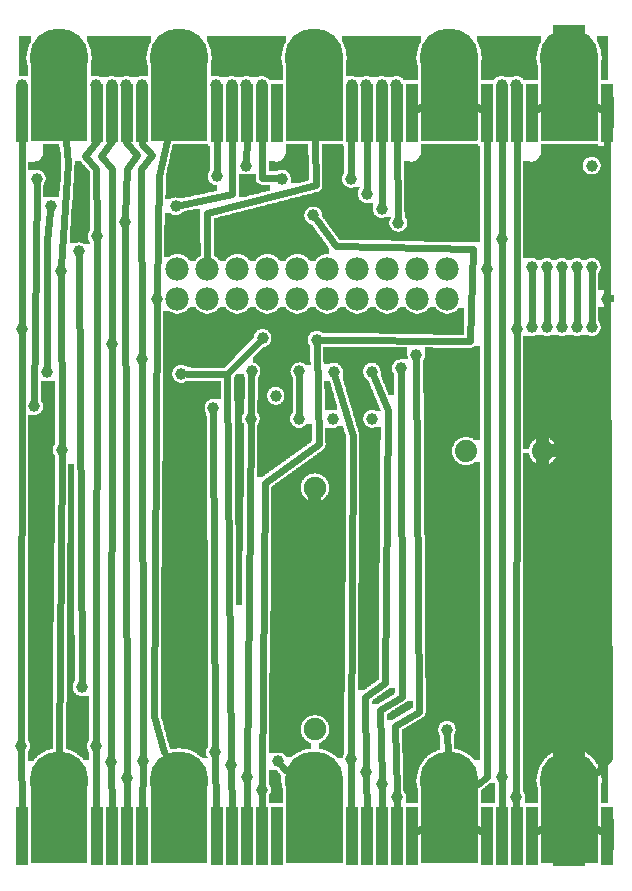
<source format=gbl>
G04 MADE WITH FRITZING*
G04 WWW.FRITZING.ORG*
G04 DOUBLE SIDED*
G04 HOLES PLATED*
G04 CONTOUR ON CENTER OF CONTOUR VECTOR*
%ASAXBY*%
%FSLAX23Y23*%
%MOIN*%
%OFA0B0*%
%SFA1.0B1.0*%
%ADD10C,0.075000*%
%ADD11C,0.039370*%
%ADD12C,0.074000*%
%ADD13C,0.074803*%
%ADD14C,0.196850*%
%ADD15C,0.078000*%
%ADD16R,0.039370X0.196850*%
%ADD17C,0.024000*%
%ADD18R,0.001000X0.001000*%
%LNCOPPER0*%
G90*
G70*
G54D10*
X335Y2717D03*
X739Y2714D03*
X1189Y2714D03*
X1635Y2714D03*
X591Y2351D03*
X1382Y2283D03*
X1793Y2235D03*
X583Y2114D03*
X593Y1738D03*
X1454Y1660D03*
X946Y1139D03*
X1793Y1695D03*
G54D11*
X689Y1534D03*
X582Y1648D03*
X853Y1767D03*
G54D12*
X1788Y1391D03*
X1532Y1391D03*
G54D13*
X1028Y463D03*
X1028Y1269D03*
G54D11*
X1699Y237D03*
X1650Y304D03*
X1301Y237D03*
X1250Y280D03*
X1199Y320D03*
X1148Y363D03*
X694Y387D03*
X749Y343D03*
X801Y305D03*
X851Y262D03*
X49Y408D03*
X297Y406D03*
X349Y354D03*
X401Y301D03*
X454Y359D03*
X183Y1394D03*
G54D14*
X175Y2701D03*
X575Y2701D03*
X1025Y2701D03*
X1475Y2701D03*
X1875Y2701D03*
X1875Y292D03*
X1475Y292D03*
X1025Y292D03*
X574Y292D03*
X174Y292D03*
G54D15*
X1469Y1998D03*
X1369Y1998D03*
X1269Y1998D03*
X1169Y1998D03*
X1069Y1998D03*
X969Y1998D03*
X869Y1998D03*
X769Y1998D03*
X669Y1998D03*
X569Y1998D03*
X1469Y1998D03*
X1369Y1998D03*
X1269Y1998D03*
X1169Y1998D03*
X1069Y1998D03*
X969Y1998D03*
X869Y1998D03*
X769Y1998D03*
X669Y1998D03*
X569Y1998D03*
X569Y1898D03*
X669Y1898D03*
X769Y1898D03*
X869Y1898D03*
X969Y1898D03*
X1069Y1898D03*
X1169Y1898D03*
X1269Y1898D03*
X1369Y1898D03*
X1469Y1898D03*
G54D11*
X2000Y1898D03*
X1600Y1998D03*
X1650Y2098D03*
X1700Y1798D03*
X181Y1990D03*
X500Y1898D03*
X50Y1798D03*
X300Y2107D03*
X350Y1748D03*
X450Y1698D03*
X1306Y2151D03*
X1366Y1712D03*
X1750Y2004D03*
X1750Y1804D03*
X394Y2154D03*
X1250Y2198D03*
X1314Y1667D03*
X1800Y2004D03*
X1800Y1804D03*
X906Y356D03*
X250Y604D03*
X242Y2057D03*
X1200Y2248D03*
X1218Y1655D03*
X1850Y1804D03*
X1850Y2004D03*
X1147Y2298D03*
X1091Y1655D03*
X1900Y1804D03*
X1900Y2004D03*
X700Y2307D03*
X92Y1540D03*
X564Y2207D03*
X100Y2298D03*
X147Y2209D03*
X136Y1654D03*
X799Y2342D03*
X1950Y2342D03*
X817Y1657D03*
X1950Y2004D03*
X1950Y1804D03*
X976Y1657D03*
X1088Y1498D03*
X897Y1575D03*
X814Y1498D03*
X975Y1498D03*
X1022Y2176D03*
X918Y2299D03*
X1033Y1762D03*
X1468Y462D03*
X1218Y1498D03*
X50Y2612D03*
X1150Y2612D03*
X850Y2612D03*
X1199Y2612D03*
X1299Y2612D03*
X1650Y2612D03*
X1250Y2612D03*
X1699Y2612D03*
X299Y2612D03*
X350Y2612D03*
X399Y2612D03*
X799Y2612D03*
X750Y2612D03*
X450Y2612D03*
X699Y2612D03*
G54D16*
X2000Y109D03*
X2000Y2518D03*
X1750Y109D03*
X1750Y2518D03*
X1700Y109D03*
X1700Y2518D03*
X1650Y109D03*
X1650Y2518D03*
X1600Y109D03*
X1600Y2518D03*
X1350Y109D03*
X1350Y2518D03*
X1300Y109D03*
X1300Y2518D03*
X1250Y109D03*
X1250Y2518D03*
X1200Y109D03*
X1200Y2518D03*
X1150Y109D03*
X1150Y2518D03*
X900Y109D03*
X900Y2518D03*
X850Y109D03*
X850Y2518D03*
X800Y109D03*
X800Y2518D03*
X750Y109D03*
X750Y2518D03*
X700Y109D03*
X700Y2518D03*
X450Y109D03*
X450Y2518D03*
X400Y109D03*
X400Y2518D03*
X350Y109D03*
X350Y2518D03*
X300Y109D03*
X300Y2518D03*
X50Y109D03*
X50Y2518D03*
G54D17*
X689Y1515D02*
X694Y406D01*
D02*
X749Y362D02*
X736Y1647D01*
D02*
X601Y1648D02*
X736Y1647D01*
D02*
X840Y1754D02*
X736Y1647D01*
D02*
X2000Y1917D02*
X2000Y2425D01*
D02*
X1986Y2528D02*
X1971Y2539D01*
D02*
X1779Y2539D02*
X1764Y2528D01*
D02*
X1586Y2528D02*
X1571Y2539D01*
D02*
X1379Y2539D02*
X1364Y2528D01*
D02*
X1031Y2276D02*
X1028Y2424D01*
D02*
X851Y2302D02*
X851Y2425D01*
D02*
X899Y2300D02*
X851Y2302D01*
D02*
X508Y2309D02*
X533Y2424D01*
D02*
X174Y2611D02*
X174Y2610D01*
D02*
X574Y2611D02*
X574Y2610D01*
D02*
X1025Y2611D02*
X1025Y2610D01*
D02*
X1475Y2611D02*
X1475Y2610D01*
D02*
X1875Y2611D02*
X1875Y2610D01*
D02*
X1875Y202D02*
X1875Y202D01*
D02*
X1475Y202D02*
X1475Y202D01*
D02*
X1025Y202D02*
X1025Y202D01*
D02*
X574Y202D02*
X574Y202D01*
D02*
X174Y202D02*
X174Y202D01*
D02*
X1971Y131D02*
X1986Y120D01*
D02*
X1779Y131D02*
X1764Y120D01*
D02*
X1571Y131D02*
X1586Y120D01*
D02*
X1379Y131D02*
X1364Y120D01*
D02*
X2008Y368D02*
X2000Y1879D01*
D02*
X1971Y322D02*
X2008Y368D01*
D02*
X1600Y2017D02*
X1600Y2425D01*
D02*
X1600Y304D02*
X1600Y1979D01*
D02*
X1571Y280D02*
X1600Y304D01*
D02*
X1700Y1817D02*
X1700Y2425D01*
D02*
X1699Y256D02*
X1700Y1779D01*
D02*
X1699Y202D02*
X1699Y218D01*
D02*
X1650Y2117D02*
X1650Y2425D01*
D02*
X1650Y323D02*
X1650Y2079D01*
D02*
X1650Y202D02*
X1650Y285D01*
D02*
X183Y1413D02*
X181Y1971D01*
D02*
X176Y388D02*
X183Y1375D01*
D02*
X500Y1917D02*
X508Y2309D01*
D02*
X492Y506D02*
X500Y1879D01*
D02*
X524Y388D02*
X492Y506D01*
D02*
X486Y2377D02*
X451Y2414D01*
D02*
X449Y2331D02*
X486Y2377D01*
D02*
X450Y1717D02*
X449Y2331D01*
D02*
X451Y2414D02*
X451Y2425D01*
D02*
X454Y378D02*
X450Y1679D01*
D02*
X451Y202D02*
X453Y340D01*
D02*
X401Y2331D02*
X434Y2376D01*
D02*
X434Y2376D02*
X398Y2422D01*
D02*
X398Y2422D02*
X398Y2425D01*
D02*
X395Y2173D02*
X401Y2331D01*
D02*
X401Y320D02*
X395Y2135D01*
D02*
X400Y202D02*
X401Y282D01*
D02*
X315Y2374D02*
X352Y2423D01*
D02*
X350Y2330D02*
X315Y2374D01*
D02*
X352Y2423D02*
X352Y2425D01*
D02*
X350Y1767D02*
X350Y2330D01*
D02*
X349Y373D02*
X350Y1729D01*
D02*
X350Y202D02*
X349Y335D01*
D02*
X300Y2424D02*
X300Y2425D01*
D02*
X260Y2375D02*
X300Y2424D01*
D02*
X299Y2331D02*
X260Y2375D01*
D02*
X300Y2126D02*
X299Y2331D01*
D02*
X297Y425D02*
X300Y2088D01*
D02*
X299Y202D02*
X297Y387D01*
D02*
X50Y1817D02*
X50Y2425D01*
D02*
X49Y427D02*
X50Y1779D01*
D02*
X50Y202D02*
X49Y389D01*
D02*
X1376Y522D02*
X1366Y1694D01*
D02*
X1294Y474D02*
X1376Y522D01*
D02*
X1305Y2170D02*
X1301Y2425D01*
D02*
X1301Y256D02*
X1294Y474D01*
D02*
X1301Y202D02*
X1301Y218D01*
D02*
X1750Y1823D02*
X1750Y1985D01*
D02*
X1250Y2217D02*
X1250Y2425D01*
D02*
X1250Y261D02*
X1250Y202D01*
D02*
X1246Y526D02*
X1250Y299D01*
D02*
X1319Y572D02*
X1246Y526D01*
D02*
X1315Y1648D02*
X1319Y572D01*
D02*
X1800Y1985D02*
X1800Y1823D01*
D02*
X669Y2183D02*
X1031Y2276D01*
D02*
X669Y2028D02*
X669Y2183D01*
D02*
X250Y623D02*
X242Y2038D01*
D02*
X929Y326D02*
X918Y341D01*
D02*
X1270Y1528D02*
X1261Y617D01*
D02*
X1199Y301D02*
X1200Y202D01*
D02*
X1196Y571D02*
X1199Y339D01*
D02*
X1261Y617D02*
X1196Y571D01*
D02*
X1225Y1637D02*
X1270Y1528D01*
D02*
X1200Y2267D02*
X1200Y2425D01*
D02*
X1850Y1823D02*
X1850Y1985D01*
D02*
X1147Y2317D02*
X1149Y2425D01*
D02*
X1148Y344D02*
X1149Y202D01*
D02*
X1154Y1442D02*
X1148Y382D01*
D02*
X1096Y1637D02*
X1154Y1442D01*
D02*
X1900Y1985D02*
X1900Y1823D01*
D02*
X700Y2326D02*
X700Y2425D01*
D02*
X100Y2279D02*
X92Y1559D01*
D02*
X695Y368D02*
X698Y202D01*
D02*
X752Y2246D02*
X751Y2425D01*
D02*
X582Y2211D02*
X752Y2246D01*
D02*
X750Y202D02*
X749Y324D01*
D02*
X206Y2351D02*
X197Y2424D01*
D02*
X182Y2009D02*
X206Y2351D01*
D02*
X133Y2090D02*
X136Y1673D01*
D02*
X145Y2191D02*
X133Y2090D01*
D02*
X799Y2361D02*
X800Y2425D01*
D02*
X801Y286D02*
X800Y202D01*
D02*
X814Y1479D02*
X801Y324D01*
D02*
X816Y1638D02*
X814Y1517D01*
D02*
X1950Y1985D02*
X1950Y1823D01*
D02*
X976Y1638D02*
X975Y1517D01*
D02*
X1097Y2073D02*
X1033Y2161D01*
D02*
X1544Y1757D02*
X1553Y2065D01*
D02*
X1553Y2065D02*
X1097Y2073D01*
D02*
X1052Y1762D02*
X1544Y1757D01*
D02*
X1041Y1413D02*
X1034Y1743D01*
D02*
X861Y1284D02*
X1041Y1413D01*
D02*
X851Y281D02*
X861Y1284D01*
D02*
X851Y202D02*
X851Y243D01*
D02*
X1470Y388D02*
X1468Y443D01*
D02*
X50Y2589D02*
X50Y2611D01*
D02*
X300Y2589D02*
X299Y2611D01*
D02*
X350Y2589D02*
X350Y2611D01*
D02*
X400Y2589D02*
X399Y2611D01*
D02*
X450Y2589D02*
X450Y2611D01*
D02*
X700Y2589D02*
X699Y2611D01*
D02*
X750Y2589D02*
X750Y2611D01*
D02*
X800Y2589D02*
X799Y2611D01*
D02*
X850Y2589D02*
X850Y2611D01*
D02*
X1150Y2589D02*
X1150Y2611D01*
D02*
X1200Y2589D02*
X1199Y2611D01*
D02*
X1250Y2589D02*
X1250Y2611D01*
D02*
X1300Y2589D02*
X1299Y2611D01*
D02*
X1700Y2589D02*
X1699Y2611D01*
D02*
X1650Y2589D02*
X1650Y2611D01*
G36*
X40Y2775D02*
X40Y2641D01*
X70Y2641D01*
X70Y2679D01*
X68Y2679D01*
X68Y2693D01*
X66Y2693D01*
X66Y2709D01*
X68Y2709D01*
X68Y2723D01*
X70Y2723D01*
X70Y2731D01*
X72Y2731D01*
X72Y2737D01*
X74Y2737D01*
X74Y2743D01*
X76Y2743D01*
X76Y2747D01*
X78Y2747D01*
X78Y2751D01*
X80Y2751D01*
X80Y2755D01*
X82Y2755D01*
X82Y2775D01*
X40Y2775D01*
G37*
D02*
G36*
X268Y2775D02*
X268Y2755D01*
X270Y2755D01*
X270Y2751D01*
X272Y2751D01*
X272Y2747D01*
X274Y2747D01*
X274Y2743D01*
X276Y2743D01*
X276Y2737D01*
X278Y2737D01*
X278Y2731D01*
X280Y2731D01*
X280Y2723D01*
X282Y2723D01*
X282Y2709D01*
X284Y2709D01*
X284Y2693D01*
X282Y2693D01*
X282Y2679D01*
X280Y2679D01*
X280Y2641D01*
X408Y2641D01*
X408Y2639D01*
X412Y2639D01*
X412Y2637D01*
X436Y2637D01*
X436Y2639D01*
X442Y2639D01*
X442Y2641D01*
X470Y2641D01*
X470Y2679D01*
X468Y2679D01*
X468Y2693D01*
X466Y2693D01*
X466Y2709D01*
X468Y2709D01*
X468Y2723D01*
X470Y2723D01*
X470Y2731D01*
X472Y2731D01*
X472Y2737D01*
X474Y2737D01*
X474Y2743D01*
X476Y2743D01*
X476Y2747D01*
X478Y2747D01*
X478Y2751D01*
X480Y2751D01*
X480Y2755D01*
X482Y2755D01*
X482Y2775D01*
X268Y2775D01*
G37*
D02*
G36*
X308Y2641D02*
X308Y2639D01*
X312Y2639D01*
X312Y2637D01*
X336Y2637D01*
X336Y2639D01*
X342Y2639D01*
X342Y2641D01*
X308Y2641D01*
G37*
D02*
G36*
X358Y2641D02*
X358Y2639D01*
X364Y2639D01*
X364Y2637D01*
X386Y2637D01*
X386Y2639D01*
X390Y2639D01*
X390Y2641D01*
X358Y2641D01*
G37*
D02*
G36*
X668Y2775D02*
X668Y2755D01*
X670Y2755D01*
X670Y2751D01*
X672Y2751D01*
X672Y2747D01*
X674Y2747D01*
X674Y2743D01*
X676Y2743D01*
X676Y2737D01*
X678Y2737D01*
X678Y2731D01*
X680Y2731D01*
X680Y2723D01*
X682Y2723D01*
X682Y2709D01*
X684Y2709D01*
X684Y2693D01*
X682Y2693D01*
X682Y2679D01*
X680Y2679D01*
X680Y2641D01*
X858Y2641D01*
X858Y2639D01*
X864Y2639D01*
X864Y2637D01*
X866Y2637D01*
X866Y2635D01*
X870Y2635D01*
X870Y2633D01*
X872Y2633D01*
X872Y2631D01*
X874Y2631D01*
X874Y2627D01*
X920Y2627D01*
X920Y2679D01*
X918Y2679D01*
X918Y2693D01*
X916Y2693D01*
X916Y2709D01*
X918Y2709D01*
X918Y2723D01*
X920Y2723D01*
X920Y2731D01*
X922Y2731D01*
X922Y2737D01*
X924Y2737D01*
X924Y2743D01*
X926Y2743D01*
X926Y2747D01*
X928Y2747D01*
X928Y2751D01*
X930Y2751D01*
X930Y2755D01*
X932Y2755D01*
X932Y2775D01*
X668Y2775D01*
G37*
D02*
G36*
X708Y2641D02*
X708Y2639D01*
X712Y2639D01*
X712Y2637D01*
X736Y2637D01*
X736Y2639D01*
X742Y2639D01*
X742Y2641D01*
X708Y2641D01*
G37*
D02*
G36*
X758Y2641D02*
X758Y2639D01*
X764Y2639D01*
X764Y2637D01*
X786Y2637D01*
X786Y2639D01*
X790Y2639D01*
X790Y2641D01*
X758Y2641D01*
G37*
D02*
G36*
X808Y2641D02*
X808Y2639D01*
X812Y2639D01*
X812Y2637D01*
X836Y2637D01*
X836Y2639D01*
X842Y2639D01*
X842Y2641D01*
X808Y2641D01*
G37*
D02*
G36*
X1118Y2775D02*
X1118Y2755D01*
X1120Y2755D01*
X1120Y2751D01*
X1122Y2751D01*
X1122Y2747D01*
X1124Y2747D01*
X1124Y2743D01*
X1126Y2743D01*
X1126Y2737D01*
X1128Y2737D01*
X1128Y2731D01*
X1130Y2731D01*
X1130Y2723D01*
X1132Y2723D01*
X1132Y2709D01*
X1134Y2709D01*
X1134Y2693D01*
X1132Y2693D01*
X1132Y2679D01*
X1130Y2679D01*
X1130Y2641D01*
X1308Y2641D01*
X1308Y2639D01*
X1312Y2639D01*
X1312Y2637D01*
X1316Y2637D01*
X1316Y2635D01*
X1318Y2635D01*
X1318Y2633D01*
X1322Y2633D01*
X1322Y2629D01*
X1324Y2629D01*
X1324Y2627D01*
X1370Y2627D01*
X1370Y2679D01*
X1368Y2679D01*
X1368Y2693D01*
X1366Y2693D01*
X1366Y2709D01*
X1368Y2709D01*
X1368Y2723D01*
X1370Y2723D01*
X1370Y2731D01*
X1372Y2731D01*
X1372Y2737D01*
X1374Y2737D01*
X1374Y2743D01*
X1376Y2743D01*
X1376Y2747D01*
X1378Y2747D01*
X1378Y2751D01*
X1380Y2751D01*
X1380Y2755D01*
X1382Y2755D01*
X1382Y2775D01*
X1118Y2775D01*
G37*
D02*
G36*
X1158Y2641D02*
X1158Y2639D01*
X1164Y2639D01*
X1164Y2637D01*
X1186Y2637D01*
X1186Y2639D01*
X1190Y2639D01*
X1190Y2641D01*
X1158Y2641D01*
G37*
D02*
G36*
X1208Y2641D02*
X1208Y2639D01*
X1212Y2639D01*
X1212Y2637D01*
X1236Y2637D01*
X1236Y2639D01*
X1242Y2639D01*
X1242Y2641D01*
X1208Y2641D01*
G37*
D02*
G36*
X1258Y2641D02*
X1258Y2639D01*
X1264Y2639D01*
X1264Y2637D01*
X1286Y2637D01*
X1286Y2639D01*
X1290Y2639D01*
X1290Y2641D01*
X1258Y2641D01*
G37*
D02*
G36*
X1568Y2775D02*
X1568Y2755D01*
X1570Y2755D01*
X1570Y2751D01*
X1572Y2751D01*
X1572Y2747D01*
X1574Y2747D01*
X1574Y2743D01*
X1576Y2743D01*
X1576Y2737D01*
X1578Y2737D01*
X1578Y2731D01*
X1580Y2731D01*
X1580Y2723D01*
X1582Y2723D01*
X1582Y2709D01*
X1584Y2709D01*
X1584Y2693D01*
X1582Y2693D01*
X1582Y2679D01*
X1580Y2679D01*
X1580Y2641D01*
X1708Y2641D01*
X1708Y2639D01*
X1712Y2639D01*
X1712Y2637D01*
X1716Y2637D01*
X1716Y2635D01*
X1718Y2635D01*
X1718Y2633D01*
X1722Y2633D01*
X1722Y2629D01*
X1724Y2629D01*
X1724Y2627D01*
X1770Y2627D01*
X1770Y2679D01*
X1768Y2679D01*
X1768Y2693D01*
X1766Y2693D01*
X1766Y2709D01*
X1768Y2709D01*
X1768Y2723D01*
X1770Y2723D01*
X1770Y2731D01*
X1772Y2731D01*
X1772Y2737D01*
X1774Y2737D01*
X1774Y2743D01*
X1776Y2743D01*
X1776Y2747D01*
X1778Y2747D01*
X1778Y2751D01*
X1780Y2751D01*
X1780Y2755D01*
X1782Y2755D01*
X1782Y2775D01*
X1568Y2775D01*
G37*
D02*
G36*
X1580Y2641D02*
X1580Y2627D01*
X1626Y2627D01*
X1626Y2631D01*
X1628Y2631D01*
X1628Y2633D01*
X1630Y2633D01*
X1630Y2635D01*
X1632Y2635D01*
X1632Y2637D01*
X1636Y2637D01*
X1636Y2639D01*
X1642Y2639D01*
X1642Y2641D01*
X1580Y2641D01*
G37*
D02*
G36*
X1658Y2641D02*
X1658Y2639D01*
X1664Y2639D01*
X1664Y2637D01*
X1686Y2637D01*
X1686Y2639D01*
X1690Y2639D01*
X1690Y2641D01*
X1658Y2641D01*
G37*
D02*
G36*
X1968Y2775D02*
X1968Y2755D01*
X1970Y2755D01*
X1970Y2751D01*
X1972Y2751D01*
X1972Y2747D01*
X1974Y2747D01*
X1974Y2743D01*
X1976Y2743D01*
X1976Y2737D01*
X1978Y2737D01*
X1978Y2731D01*
X1980Y2731D01*
X1980Y2723D01*
X1982Y2723D01*
X1982Y2709D01*
X1984Y2709D01*
X1984Y2693D01*
X1982Y2693D01*
X1982Y2679D01*
X1980Y2679D01*
X1980Y2627D01*
X2006Y2627D01*
X2006Y2775D01*
X1968Y2775D01*
G37*
D02*
G36*
X120Y2415D02*
X120Y2389D01*
X122Y2389D01*
X122Y2381D01*
X120Y2381D01*
X120Y2373D01*
X118Y2373D01*
X118Y2371D01*
X116Y2371D01*
X116Y2367D01*
X114Y2367D01*
X114Y2365D01*
X112Y2365D01*
X112Y2363D01*
X110Y2363D01*
X110Y2361D01*
X108Y2361D01*
X108Y2359D01*
X104Y2359D01*
X104Y2357D01*
X96Y2357D01*
X96Y2355D01*
X72Y2355D01*
X72Y2327D01*
X110Y2327D01*
X110Y2325D01*
X114Y2325D01*
X114Y2323D01*
X118Y2323D01*
X118Y2321D01*
X120Y2321D01*
X120Y2319D01*
X122Y2319D01*
X122Y2317D01*
X124Y2317D01*
X124Y2315D01*
X126Y2315D01*
X126Y2311D01*
X128Y2311D01*
X128Y2305D01*
X130Y2305D01*
X130Y2293D01*
X128Y2293D01*
X128Y2287D01*
X126Y2287D01*
X126Y2283D01*
X124Y2283D01*
X124Y2279D01*
X122Y2279D01*
X122Y2239D01*
X154Y2239D01*
X154Y2237D01*
X176Y2237D01*
X176Y2257D01*
X178Y2257D01*
X178Y2287D01*
X180Y2287D01*
X180Y2315D01*
X182Y2315D01*
X182Y2371D01*
X180Y2371D01*
X180Y2387D01*
X178Y2387D01*
X178Y2405D01*
X176Y2405D01*
X176Y2415D01*
X120Y2415D01*
G37*
D02*
G36*
X554Y2415D02*
X554Y2411D01*
X552Y2411D01*
X552Y2401D01*
X550Y2401D01*
X550Y2393D01*
X548Y2393D01*
X548Y2383D01*
X546Y2383D01*
X546Y2373D01*
X544Y2373D01*
X544Y2365D01*
X542Y2365D01*
X542Y2355D01*
X540Y2355D01*
X540Y2347D01*
X538Y2347D01*
X538Y2337D01*
X536Y2337D01*
X536Y2329D01*
X534Y2329D01*
X534Y2319D01*
X532Y2319D01*
X532Y2311D01*
X530Y2311D01*
X530Y2243D01*
X528Y2243D01*
X528Y2237D01*
X566Y2237D01*
X566Y2235D01*
X596Y2235D01*
X596Y2237D01*
X606Y2237D01*
X606Y2239D01*
X616Y2239D01*
X616Y2241D01*
X624Y2241D01*
X624Y2243D01*
X634Y2243D01*
X634Y2245D01*
X644Y2245D01*
X644Y2247D01*
X652Y2247D01*
X652Y2249D01*
X662Y2249D01*
X662Y2251D01*
X672Y2251D01*
X672Y2253D01*
X682Y2253D01*
X682Y2255D01*
X690Y2255D01*
X690Y2257D01*
X700Y2257D01*
X700Y2277D01*
X692Y2277D01*
X692Y2279D01*
X688Y2279D01*
X688Y2281D01*
X684Y2281D01*
X684Y2283D01*
X682Y2283D01*
X682Y2285D01*
X678Y2285D01*
X678Y2289D01*
X676Y2289D01*
X676Y2291D01*
X674Y2291D01*
X674Y2295D01*
X672Y2295D01*
X672Y2301D01*
X670Y2301D01*
X670Y2313D01*
X672Y2313D01*
X672Y2319D01*
X674Y2319D01*
X674Y2323D01*
X676Y2323D01*
X676Y2325D01*
X678Y2325D01*
X678Y2409D01*
X670Y2409D01*
X670Y2415D01*
X554Y2415D01*
G37*
D02*
G36*
X528Y2237D02*
X528Y2231D01*
X548Y2231D01*
X548Y2233D01*
X552Y2233D01*
X552Y2235D01*
X560Y2235D01*
X560Y2237D01*
X528Y2237D01*
G37*
D02*
G36*
X1050Y2415D02*
X1050Y2379D01*
X1052Y2379D01*
X1052Y2269D01*
X1140Y2269D01*
X1140Y2271D01*
X1134Y2271D01*
X1134Y2273D01*
X1130Y2273D01*
X1130Y2275D01*
X1128Y2275D01*
X1128Y2277D01*
X1126Y2277D01*
X1126Y2279D01*
X1124Y2279D01*
X1124Y2281D01*
X1122Y2281D01*
X1122Y2285D01*
X1120Y2285D01*
X1120Y2289D01*
X1118Y2289D01*
X1118Y2307D01*
X1120Y2307D01*
X1120Y2311D01*
X1122Y2311D01*
X1122Y2315D01*
X1124Y2315D01*
X1124Y2317D01*
X1126Y2317D01*
X1126Y2409D01*
X1120Y2409D01*
X1120Y2415D01*
X1050Y2415D01*
G37*
D02*
G36*
X1380Y2415D02*
X1380Y2379D01*
X1378Y2379D01*
X1378Y2373D01*
X1376Y2373D01*
X1376Y2369D01*
X1374Y2369D01*
X1374Y2367D01*
X1372Y2367D01*
X1372Y2365D01*
X1370Y2365D01*
X1370Y2363D01*
X1368Y2363D01*
X1368Y2361D01*
X1366Y2361D01*
X1366Y2359D01*
X1362Y2359D01*
X1362Y2357D01*
X1354Y2357D01*
X1354Y2355D01*
X1578Y2355D01*
X1578Y2409D01*
X1570Y2409D01*
X1570Y2415D01*
X1380Y2415D01*
G37*
D02*
G36*
X1324Y2357D02*
X1324Y2355D01*
X1346Y2355D01*
X1346Y2357D01*
X1324Y2357D01*
G37*
D02*
G36*
X1324Y2355D02*
X1324Y2353D01*
X1578Y2353D01*
X1578Y2355D01*
X1324Y2355D01*
G37*
D02*
G36*
X1324Y2355D02*
X1324Y2353D01*
X1578Y2353D01*
X1578Y2355D01*
X1324Y2355D01*
G37*
D02*
G36*
X1324Y2353D02*
X1324Y2319D01*
X1326Y2319D01*
X1326Y2187D01*
X1328Y2187D01*
X1328Y2169D01*
X1330Y2169D01*
X1330Y2167D01*
X1332Y2167D01*
X1332Y2163D01*
X1334Y2163D01*
X1334Y2153D01*
X1336Y2153D01*
X1336Y2149D01*
X1334Y2149D01*
X1334Y2139D01*
X1332Y2139D01*
X1332Y2137D01*
X1330Y2137D01*
X1330Y2133D01*
X1328Y2133D01*
X1328Y2131D01*
X1326Y2131D01*
X1326Y2129D01*
X1324Y2129D01*
X1324Y2127D01*
X1322Y2127D01*
X1322Y2125D01*
X1318Y2125D01*
X1318Y2123D01*
X1310Y2123D01*
X1310Y2121D01*
X1578Y2121D01*
X1578Y2353D01*
X1324Y2353D01*
G37*
D02*
G36*
X1156Y2271D02*
X1156Y2269D01*
X1178Y2269D01*
X1178Y2271D01*
X1156Y2271D01*
G37*
D02*
G36*
X1050Y2269D02*
X1050Y2267D01*
X1178Y2267D01*
X1178Y2269D01*
X1050Y2269D01*
G37*
D02*
G36*
X1050Y2269D02*
X1050Y2267D01*
X1178Y2267D01*
X1178Y2269D01*
X1050Y2269D01*
G37*
D02*
G36*
X1050Y2267D02*
X1050Y2265D01*
X1048Y2265D01*
X1048Y2261D01*
X1046Y2261D01*
X1046Y2259D01*
X1042Y2259D01*
X1042Y2257D01*
X1040Y2257D01*
X1040Y2255D01*
X1032Y2255D01*
X1032Y2253D01*
X1026Y2253D01*
X1026Y2251D01*
X1018Y2251D01*
X1018Y2249D01*
X1010Y2249D01*
X1010Y2247D01*
X1002Y2247D01*
X1002Y2245D01*
X994Y2245D01*
X994Y2243D01*
X986Y2243D01*
X986Y2241D01*
X978Y2241D01*
X978Y2239D01*
X970Y2239D01*
X970Y2237D01*
X962Y2237D01*
X962Y2235D01*
X954Y2235D01*
X954Y2233D01*
X946Y2233D01*
X946Y2231D01*
X938Y2231D01*
X938Y2229D01*
X932Y2229D01*
X932Y2227D01*
X924Y2227D01*
X924Y2225D01*
X916Y2225D01*
X916Y2223D01*
X908Y2223D01*
X908Y2221D01*
X900Y2221D01*
X900Y2219D01*
X892Y2219D01*
X892Y2217D01*
X884Y2217D01*
X884Y2215D01*
X876Y2215D01*
X876Y2213D01*
X868Y2213D01*
X868Y2211D01*
X860Y2211D01*
X860Y2209D01*
X852Y2209D01*
X852Y2207D01*
X846Y2207D01*
X846Y2205D01*
X1032Y2205D01*
X1032Y2203D01*
X1036Y2203D01*
X1036Y2201D01*
X1040Y2201D01*
X1040Y2199D01*
X1042Y2199D01*
X1042Y2197D01*
X1044Y2197D01*
X1044Y2195D01*
X1046Y2195D01*
X1046Y2193D01*
X1048Y2193D01*
X1048Y2189D01*
X1050Y2189D01*
X1050Y2183D01*
X1052Y2183D01*
X1052Y2171D01*
X1054Y2171D01*
X1054Y2169D01*
X1242Y2169D01*
X1242Y2171D01*
X1236Y2171D01*
X1236Y2173D01*
X1234Y2173D01*
X1234Y2175D01*
X1230Y2175D01*
X1230Y2177D01*
X1228Y2177D01*
X1228Y2179D01*
X1226Y2179D01*
X1226Y2183D01*
X1224Y2183D01*
X1224Y2187D01*
X1222Y2187D01*
X1222Y2193D01*
X1220Y2193D01*
X1220Y2205D01*
X1222Y2205D01*
X1222Y2219D01*
X1192Y2219D01*
X1192Y2221D01*
X1186Y2221D01*
X1186Y2223D01*
X1184Y2223D01*
X1184Y2225D01*
X1180Y2225D01*
X1180Y2227D01*
X1178Y2227D01*
X1178Y2229D01*
X1176Y2229D01*
X1176Y2233D01*
X1174Y2233D01*
X1174Y2237D01*
X1172Y2237D01*
X1172Y2243D01*
X1170Y2243D01*
X1170Y2255D01*
X1172Y2255D01*
X1172Y2261D01*
X1174Y2261D01*
X1174Y2265D01*
X1176Y2265D01*
X1176Y2267D01*
X1050Y2267D01*
G37*
D02*
G36*
X838Y2205D02*
X838Y2203D01*
X830Y2203D01*
X830Y2201D01*
X822Y2201D01*
X822Y2199D01*
X814Y2199D01*
X814Y2197D01*
X806Y2197D01*
X806Y2195D01*
X798Y2195D01*
X798Y2193D01*
X790Y2193D01*
X790Y2191D01*
X782Y2191D01*
X782Y2189D01*
X774Y2189D01*
X774Y2187D01*
X766Y2187D01*
X766Y2185D01*
X760Y2185D01*
X760Y2183D01*
X752Y2183D01*
X752Y2181D01*
X744Y2181D01*
X744Y2179D01*
X736Y2179D01*
X736Y2177D01*
X728Y2177D01*
X728Y2175D01*
X720Y2175D01*
X720Y2173D01*
X712Y2173D01*
X712Y2171D01*
X704Y2171D01*
X704Y2169D01*
X696Y2169D01*
X696Y2167D01*
X690Y2167D01*
X690Y2087D01*
X692Y2087D01*
X692Y2047D01*
X980Y2047D01*
X980Y2045D01*
X986Y2045D01*
X986Y2043D01*
X992Y2043D01*
X992Y2041D01*
X994Y2041D01*
X994Y2039D01*
X998Y2039D01*
X998Y2037D01*
X1000Y2037D01*
X1000Y2035D01*
X1002Y2035D01*
X1002Y2033D01*
X1004Y2033D01*
X1004Y2031D01*
X1006Y2031D01*
X1006Y2029D01*
X1008Y2029D01*
X1008Y2027D01*
X1010Y2027D01*
X1010Y2025D01*
X1030Y2025D01*
X1030Y2029D01*
X1032Y2029D01*
X1032Y2031D01*
X1034Y2031D01*
X1034Y2033D01*
X1036Y2033D01*
X1036Y2035D01*
X1038Y2035D01*
X1038Y2037D01*
X1040Y2037D01*
X1040Y2039D01*
X1044Y2039D01*
X1044Y2041D01*
X1048Y2041D01*
X1048Y2043D01*
X1052Y2043D01*
X1052Y2045D01*
X1058Y2045D01*
X1058Y2047D01*
X1076Y2047D01*
X1076Y2067D01*
X1074Y2067D01*
X1074Y2069D01*
X1072Y2069D01*
X1072Y2071D01*
X1070Y2071D01*
X1070Y2075D01*
X1068Y2075D01*
X1068Y2077D01*
X1066Y2077D01*
X1066Y2081D01*
X1064Y2081D01*
X1064Y2083D01*
X1062Y2083D01*
X1062Y2085D01*
X1060Y2085D01*
X1060Y2089D01*
X1058Y2089D01*
X1058Y2091D01*
X1056Y2091D01*
X1056Y2093D01*
X1054Y2093D01*
X1054Y2097D01*
X1052Y2097D01*
X1052Y2099D01*
X1050Y2099D01*
X1050Y2103D01*
X1048Y2103D01*
X1048Y2105D01*
X1046Y2105D01*
X1046Y2107D01*
X1044Y2107D01*
X1044Y2111D01*
X1042Y2111D01*
X1042Y2113D01*
X1040Y2113D01*
X1040Y2115D01*
X1038Y2115D01*
X1038Y2119D01*
X1036Y2119D01*
X1036Y2121D01*
X1034Y2121D01*
X1034Y2125D01*
X1032Y2125D01*
X1032Y2127D01*
X1030Y2127D01*
X1030Y2129D01*
X1028Y2129D01*
X1028Y2133D01*
X1026Y2133D01*
X1026Y2135D01*
X1024Y2135D01*
X1024Y2137D01*
X1022Y2137D01*
X1022Y2141D01*
X1020Y2141D01*
X1020Y2143D01*
X1018Y2143D01*
X1018Y2145D01*
X1016Y2145D01*
X1016Y2147D01*
X1014Y2147D01*
X1014Y2149D01*
X1008Y2149D01*
X1008Y2151D01*
X1006Y2151D01*
X1006Y2153D01*
X1002Y2153D01*
X1002Y2155D01*
X1000Y2155D01*
X1000Y2157D01*
X998Y2157D01*
X998Y2161D01*
X996Y2161D01*
X996Y2165D01*
X994Y2165D01*
X994Y2171D01*
X992Y2171D01*
X992Y2181D01*
X994Y2181D01*
X994Y2187D01*
X996Y2187D01*
X996Y2191D01*
X998Y2191D01*
X998Y2195D01*
X1000Y2195D01*
X1000Y2197D01*
X1002Y2197D01*
X1002Y2199D01*
X1004Y2199D01*
X1004Y2201D01*
X1008Y2201D01*
X1008Y2203D01*
X1012Y2203D01*
X1012Y2205D01*
X838Y2205D01*
G37*
D02*
G36*
X1258Y2171D02*
X1258Y2169D01*
X1282Y2169D01*
X1282Y2171D01*
X1258Y2171D01*
G37*
D02*
G36*
X1056Y2169D02*
X1056Y2167D01*
X1282Y2167D01*
X1282Y2169D01*
X1056Y2169D01*
G37*
D02*
G36*
X1056Y2169D02*
X1056Y2167D01*
X1282Y2167D01*
X1282Y2169D01*
X1056Y2169D01*
G37*
D02*
G36*
X1056Y2167D02*
X1056Y2165D01*
X1058Y2165D01*
X1058Y2163D01*
X1060Y2163D01*
X1060Y2161D01*
X1062Y2161D01*
X1062Y2157D01*
X1064Y2157D01*
X1064Y2155D01*
X1066Y2155D01*
X1066Y2153D01*
X1068Y2153D01*
X1068Y2149D01*
X1070Y2149D01*
X1070Y2147D01*
X1072Y2147D01*
X1072Y2143D01*
X1074Y2143D01*
X1074Y2141D01*
X1076Y2141D01*
X1076Y2139D01*
X1078Y2139D01*
X1078Y2135D01*
X1080Y2135D01*
X1080Y2133D01*
X1082Y2133D01*
X1082Y2131D01*
X1084Y2131D01*
X1084Y2127D01*
X1086Y2127D01*
X1086Y2125D01*
X1088Y2125D01*
X1088Y2121D01*
X1300Y2121D01*
X1300Y2123D01*
X1294Y2123D01*
X1294Y2125D01*
X1290Y2125D01*
X1290Y2127D01*
X1288Y2127D01*
X1288Y2129D01*
X1284Y2129D01*
X1284Y2133D01*
X1282Y2133D01*
X1282Y2135D01*
X1280Y2135D01*
X1280Y2139D01*
X1278Y2139D01*
X1278Y2143D01*
X1276Y2143D01*
X1276Y2159D01*
X1278Y2159D01*
X1278Y2165D01*
X1280Y2165D01*
X1280Y2167D01*
X1056Y2167D01*
G37*
D02*
G36*
X1090Y2121D02*
X1090Y2119D01*
X1578Y2119D01*
X1578Y2121D01*
X1090Y2121D01*
G37*
D02*
G36*
X1090Y2121D02*
X1090Y2119D01*
X1578Y2119D01*
X1578Y2121D01*
X1090Y2121D01*
G37*
D02*
G36*
X1092Y2119D02*
X1092Y2117D01*
X1094Y2117D01*
X1094Y2113D01*
X1096Y2113D01*
X1096Y2111D01*
X1098Y2111D01*
X1098Y2109D01*
X1100Y2109D01*
X1100Y2105D01*
X1102Y2105D01*
X1102Y2103D01*
X1104Y2103D01*
X1104Y2101D01*
X1106Y2101D01*
X1106Y2097D01*
X1108Y2097D01*
X1108Y2095D01*
X1172Y2095D01*
X1172Y2093D01*
X1280Y2093D01*
X1280Y2091D01*
X1390Y2091D01*
X1390Y2089D01*
X1500Y2089D01*
X1500Y2087D01*
X1578Y2087D01*
X1578Y2119D01*
X1092Y2119D01*
G37*
D02*
G36*
X692Y2047D02*
X692Y2041D01*
X694Y2041D01*
X694Y2039D01*
X698Y2039D01*
X698Y2037D01*
X700Y2037D01*
X700Y2035D01*
X702Y2035D01*
X702Y2033D01*
X704Y2033D01*
X704Y2031D01*
X706Y2031D01*
X706Y2029D01*
X708Y2029D01*
X708Y2027D01*
X710Y2027D01*
X710Y2025D01*
X730Y2025D01*
X730Y2029D01*
X732Y2029D01*
X732Y2031D01*
X734Y2031D01*
X734Y2033D01*
X736Y2033D01*
X736Y2035D01*
X738Y2035D01*
X738Y2037D01*
X740Y2037D01*
X740Y2039D01*
X744Y2039D01*
X744Y2041D01*
X748Y2041D01*
X748Y2043D01*
X752Y2043D01*
X752Y2045D01*
X758Y2045D01*
X758Y2047D01*
X692Y2047D01*
G37*
D02*
G36*
X780Y2047D02*
X780Y2045D01*
X786Y2045D01*
X786Y2043D01*
X792Y2043D01*
X792Y2041D01*
X794Y2041D01*
X794Y2039D01*
X798Y2039D01*
X798Y2037D01*
X800Y2037D01*
X800Y2035D01*
X802Y2035D01*
X802Y2033D01*
X804Y2033D01*
X804Y2031D01*
X806Y2031D01*
X806Y2029D01*
X808Y2029D01*
X808Y2027D01*
X810Y2027D01*
X810Y2025D01*
X830Y2025D01*
X830Y2029D01*
X832Y2029D01*
X832Y2031D01*
X834Y2031D01*
X834Y2033D01*
X836Y2033D01*
X836Y2035D01*
X838Y2035D01*
X838Y2037D01*
X840Y2037D01*
X840Y2039D01*
X844Y2039D01*
X844Y2041D01*
X848Y2041D01*
X848Y2043D01*
X852Y2043D01*
X852Y2045D01*
X858Y2045D01*
X858Y2047D01*
X780Y2047D01*
G37*
D02*
G36*
X880Y2047D02*
X880Y2045D01*
X886Y2045D01*
X886Y2043D01*
X892Y2043D01*
X892Y2041D01*
X894Y2041D01*
X894Y2039D01*
X898Y2039D01*
X898Y2037D01*
X900Y2037D01*
X900Y2035D01*
X902Y2035D01*
X902Y2033D01*
X904Y2033D01*
X904Y2031D01*
X906Y2031D01*
X906Y2029D01*
X908Y2029D01*
X908Y2027D01*
X910Y2027D01*
X910Y2025D01*
X930Y2025D01*
X930Y2029D01*
X932Y2029D01*
X932Y2031D01*
X934Y2031D01*
X934Y2033D01*
X936Y2033D01*
X936Y2035D01*
X938Y2035D01*
X938Y2037D01*
X940Y2037D01*
X940Y2039D01*
X944Y2039D01*
X944Y2041D01*
X948Y2041D01*
X948Y2043D01*
X952Y2043D01*
X952Y2045D01*
X958Y2045D01*
X958Y2047D01*
X880Y2047D01*
G37*
D02*
G36*
X226Y2359D02*
X226Y2357D01*
X228Y2357D01*
X228Y2343D01*
X226Y2343D01*
X226Y2313D01*
X224Y2313D01*
X224Y2285D01*
X222Y2285D01*
X222Y2255D01*
X220Y2255D01*
X220Y2227D01*
X218Y2227D01*
X218Y2197D01*
X216Y2197D01*
X216Y2169D01*
X214Y2169D01*
X214Y2141D01*
X212Y2141D01*
X212Y2111D01*
X210Y2111D01*
X210Y2087D01*
X244Y2087D01*
X244Y2085D01*
X254Y2085D01*
X254Y2083D01*
X256Y2083D01*
X256Y2081D01*
X278Y2081D01*
X278Y2089D01*
X276Y2089D01*
X276Y2091D01*
X274Y2091D01*
X274Y2095D01*
X272Y2095D01*
X272Y2101D01*
X270Y2101D01*
X270Y2113D01*
X272Y2113D01*
X272Y2119D01*
X274Y2119D01*
X274Y2123D01*
X276Y2123D01*
X276Y2125D01*
X278Y2125D01*
X278Y2323D01*
X276Y2323D01*
X276Y2325D01*
X274Y2325D01*
X274Y2327D01*
X272Y2327D01*
X272Y2329D01*
X270Y2329D01*
X270Y2331D01*
X268Y2331D01*
X268Y2335D01*
X266Y2335D01*
X266Y2337D01*
X264Y2337D01*
X264Y2339D01*
X262Y2339D01*
X262Y2341D01*
X260Y2341D01*
X260Y2343D01*
X258Y2343D01*
X258Y2345D01*
X256Y2345D01*
X256Y2347D01*
X254Y2347D01*
X254Y2349D01*
X252Y2349D01*
X252Y2351D01*
X250Y2351D01*
X250Y2353D01*
X248Y2353D01*
X248Y2357D01*
X246Y2357D01*
X246Y2359D01*
X226Y2359D01*
G37*
D02*
G36*
X210Y2087D02*
X210Y2083D01*
X230Y2083D01*
X230Y2085D01*
X238Y2085D01*
X238Y2087D01*
X210Y2087D01*
G37*
D02*
G36*
X930Y2415D02*
X930Y2381D01*
X928Y2381D01*
X928Y2373D01*
X926Y2373D01*
X926Y2369D01*
X924Y2369D01*
X924Y2367D01*
X922Y2367D01*
X922Y2365D01*
X920Y2365D01*
X920Y2363D01*
X918Y2363D01*
X918Y2361D01*
X916Y2361D01*
X916Y2359D01*
X912Y2359D01*
X912Y2357D01*
X904Y2357D01*
X904Y2355D01*
X1008Y2355D01*
X1008Y2377D01*
X1006Y2377D01*
X1006Y2415D01*
X930Y2415D01*
G37*
D02*
G36*
X874Y2357D02*
X874Y2355D01*
X896Y2355D01*
X896Y2357D01*
X874Y2357D01*
G37*
D02*
G36*
X874Y2355D02*
X874Y2353D01*
X1008Y2353D01*
X1008Y2355D01*
X874Y2355D01*
G37*
D02*
G36*
X874Y2355D02*
X874Y2353D01*
X1008Y2353D01*
X1008Y2355D01*
X874Y2355D01*
G37*
D02*
G36*
X874Y2353D02*
X874Y2329D01*
X922Y2329D01*
X922Y2327D01*
X930Y2327D01*
X930Y2325D01*
X934Y2325D01*
X934Y2323D01*
X936Y2323D01*
X936Y2321D01*
X938Y2321D01*
X938Y2319D01*
X940Y2319D01*
X940Y2317D01*
X942Y2317D01*
X942Y2315D01*
X944Y2315D01*
X944Y2311D01*
X946Y2311D01*
X946Y2303D01*
X948Y2303D01*
X948Y2283D01*
X972Y2283D01*
X972Y2285D01*
X980Y2285D01*
X980Y2287D01*
X988Y2287D01*
X988Y2289D01*
X996Y2289D01*
X996Y2291D01*
X1004Y2291D01*
X1004Y2293D01*
X1008Y2293D01*
X1008Y2353D01*
X874Y2353D01*
G37*
D02*
G36*
X874Y2329D02*
X874Y2323D01*
X902Y2323D01*
X902Y2325D01*
X906Y2325D01*
X906Y2327D01*
X912Y2327D01*
X912Y2329D01*
X874Y2329D01*
G37*
D02*
G36*
X1780Y2415D02*
X1780Y2379D01*
X1778Y2379D01*
X1778Y2373D01*
X1776Y2373D01*
X1776Y2371D01*
X1960Y2371D01*
X1960Y2369D01*
X1964Y2369D01*
X1964Y2367D01*
X1968Y2367D01*
X1968Y2365D01*
X1970Y2365D01*
X1970Y2363D01*
X1972Y2363D01*
X1972Y2361D01*
X1974Y2361D01*
X1974Y2357D01*
X1976Y2357D01*
X1976Y2355D01*
X1978Y2355D01*
X1978Y2347D01*
X1980Y2347D01*
X1980Y2337D01*
X1978Y2337D01*
X1978Y2329D01*
X1976Y2329D01*
X1976Y2327D01*
X1974Y2327D01*
X1974Y2323D01*
X1972Y2323D01*
X1972Y2321D01*
X1970Y2321D01*
X1970Y2319D01*
X1968Y2319D01*
X1968Y2317D01*
X1964Y2317D01*
X1964Y2315D01*
X1960Y2315D01*
X1960Y2313D01*
X2006Y2313D01*
X2006Y2409D01*
X1970Y2409D01*
X1970Y2415D01*
X1780Y2415D01*
G37*
D02*
G36*
X1776Y2371D02*
X1776Y2369D01*
X1774Y2369D01*
X1774Y2367D01*
X1772Y2367D01*
X1772Y2365D01*
X1770Y2365D01*
X1770Y2363D01*
X1768Y2363D01*
X1768Y2361D01*
X1766Y2361D01*
X1766Y2359D01*
X1762Y2359D01*
X1762Y2357D01*
X1754Y2357D01*
X1754Y2355D01*
X1924Y2355D01*
X1924Y2357D01*
X1926Y2357D01*
X1926Y2361D01*
X1928Y2361D01*
X1928Y2363D01*
X1930Y2363D01*
X1930Y2365D01*
X1932Y2365D01*
X1932Y2367D01*
X1936Y2367D01*
X1936Y2369D01*
X1940Y2369D01*
X1940Y2371D01*
X1776Y2371D01*
G37*
D02*
G36*
X1722Y2357D02*
X1722Y2355D01*
X1746Y2355D01*
X1746Y2357D01*
X1722Y2357D01*
G37*
D02*
G36*
X1722Y2355D02*
X1722Y2353D01*
X1922Y2353D01*
X1922Y2355D01*
X1722Y2355D01*
G37*
D02*
G36*
X1722Y2355D02*
X1722Y2353D01*
X1922Y2353D01*
X1922Y2355D01*
X1722Y2355D01*
G37*
D02*
G36*
X1722Y2353D02*
X1722Y2313D01*
X1940Y2313D01*
X1940Y2315D01*
X1936Y2315D01*
X1936Y2317D01*
X1932Y2317D01*
X1932Y2319D01*
X1930Y2319D01*
X1930Y2321D01*
X1928Y2321D01*
X1928Y2323D01*
X1926Y2323D01*
X1926Y2327D01*
X1924Y2327D01*
X1924Y2329D01*
X1922Y2329D01*
X1922Y2337D01*
X1920Y2337D01*
X1920Y2347D01*
X1922Y2347D01*
X1922Y2353D01*
X1722Y2353D01*
G37*
D02*
G36*
X1722Y2313D02*
X1722Y2311D01*
X2006Y2311D01*
X2006Y2313D01*
X1722Y2313D01*
G37*
D02*
G36*
X1722Y2313D02*
X1722Y2311D01*
X2006Y2311D01*
X2006Y2313D01*
X1722Y2313D01*
G37*
D02*
G36*
X1722Y2311D02*
X1722Y2033D01*
X1960Y2033D01*
X1960Y2031D01*
X1964Y2031D01*
X1964Y2029D01*
X1968Y2029D01*
X1968Y2027D01*
X1970Y2027D01*
X1970Y2025D01*
X1972Y2025D01*
X1972Y2023D01*
X1974Y2023D01*
X1974Y2019D01*
X1976Y2019D01*
X1976Y2017D01*
X1978Y2017D01*
X1978Y2009D01*
X1980Y2009D01*
X1980Y1999D01*
X1978Y1999D01*
X1978Y1991D01*
X1976Y1991D01*
X1976Y1989D01*
X1974Y1989D01*
X1974Y1985D01*
X1972Y1985D01*
X1972Y1927D01*
X2006Y1927D01*
X2006Y2311D01*
X1722Y2311D01*
G37*
D02*
G36*
X1760Y2033D02*
X1760Y2031D01*
X1764Y2031D01*
X1764Y2029D01*
X1786Y2029D01*
X1786Y2031D01*
X1790Y2031D01*
X1790Y2033D01*
X1760Y2033D01*
G37*
D02*
G36*
X1810Y2033D02*
X1810Y2031D01*
X1814Y2031D01*
X1814Y2029D01*
X1836Y2029D01*
X1836Y2031D01*
X1840Y2031D01*
X1840Y2033D01*
X1810Y2033D01*
G37*
D02*
G36*
X1860Y2033D02*
X1860Y2031D01*
X1864Y2031D01*
X1864Y2029D01*
X1886Y2029D01*
X1886Y2031D01*
X1890Y2031D01*
X1890Y2033D01*
X1860Y2033D01*
G37*
D02*
G36*
X1910Y2033D02*
X1910Y2031D01*
X1914Y2031D01*
X1914Y2029D01*
X1936Y2029D01*
X1936Y2031D01*
X1940Y2031D01*
X1940Y2033D01*
X1910Y2033D01*
G37*
D02*
G36*
X808Y2315D02*
X808Y2313D01*
X774Y2313D01*
X774Y2239D01*
X800Y2239D01*
X800Y2241D01*
X808Y2241D01*
X808Y2243D01*
X816Y2243D01*
X816Y2245D01*
X824Y2245D01*
X824Y2247D01*
X832Y2247D01*
X832Y2249D01*
X840Y2249D01*
X840Y2251D01*
X848Y2251D01*
X848Y2253D01*
X856Y2253D01*
X856Y2255D01*
X864Y2255D01*
X864Y2257D01*
X870Y2257D01*
X870Y2259D01*
X878Y2259D01*
X878Y2279D01*
X848Y2279D01*
X848Y2281D01*
X842Y2281D01*
X842Y2283D01*
X838Y2283D01*
X838Y2285D01*
X836Y2285D01*
X836Y2287D01*
X834Y2287D01*
X834Y2289D01*
X832Y2289D01*
X832Y2293D01*
X830Y2293D01*
X830Y2315D01*
X808Y2315D01*
G37*
D02*
G36*
X620Y2197D02*
X620Y2195D01*
X610Y2195D01*
X610Y2193D01*
X600Y2193D01*
X600Y2191D01*
X592Y2191D01*
X592Y2189D01*
X586Y2189D01*
X586Y2185D01*
X582Y2185D01*
X582Y2183D01*
X580Y2183D01*
X580Y2181D01*
X576Y2181D01*
X576Y2179D01*
X572Y2179D01*
X572Y2177D01*
X646Y2177D01*
X646Y2197D01*
X620Y2197D01*
G37*
D02*
G36*
X528Y2183D02*
X528Y2177D01*
X556Y2177D01*
X556Y2179D01*
X552Y2179D01*
X552Y2181D01*
X548Y2181D01*
X548Y2183D01*
X528Y2183D01*
G37*
D02*
G36*
X528Y2177D02*
X528Y2175D01*
X646Y2175D01*
X646Y2177D01*
X528Y2177D01*
G37*
D02*
G36*
X528Y2177D02*
X528Y2175D01*
X646Y2175D01*
X646Y2177D01*
X528Y2177D01*
G37*
D02*
G36*
X528Y2175D02*
X528Y2145D01*
X526Y2145D01*
X526Y2047D01*
X580Y2047D01*
X580Y2045D01*
X586Y2045D01*
X586Y2043D01*
X592Y2043D01*
X592Y2041D01*
X594Y2041D01*
X594Y2039D01*
X598Y2039D01*
X598Y2037D01*
X600Y2037D01*
X600Y2035D01*
X602Y2035D01*
X602Y2033D01*
X604Y2033D01*
X604Y2031D01*
X606Y2031D01*
X606Y2029D01*
X608Y2029D01*
X608Y2027D01*
X610Y2027D01*
X610Y2025D01*
X630Y2025D01*
X630Y2029D01*
X632Y2029D01*
X632Y2031D01*
X634Y2031D01*
X634Y2033D01*
X636Y2033D01*
X636Y2035D01*
X638Y2035D01*
X638Y2037D01*
X640Y2037D01*
X640Y2039D01*
X644Y2039D01*
X644Y2041D01*
X648Y2041D01*
X648Y2085D01*
X646Y2085D01*
X646Y2175D01*
X528Y2175D01*
G37*
D02*
G36*
X526Y2047D02*
X526Y2045D01*
X524Y2045D01*
X524Y2039D01*
X544Y2039D01*
X544Y2041D01*
X548Y2041D01*
X548Y2043D01*
X552Y2043D01*
X552Y2045D01*
X558Y2045D01*
X558Y2047D01*
X526Y2047D01*
G37*
D02*
G36*
X610Y1871D02*
X610Y1869D01*
X608Y1869D01*
X608Y1867D01*
X606Y1867D01*
X606Y1865D01*
X604Y1865D01*
X604Y1863D01*
X602Y1863D01*
X602Y1861D01*
X600Y1861D01*
X600Y1859D01*
X598Y1859D01*
X598Y1857D01*
X594Y1857D01*
X594Y1855D01*
X590Y1855D01*
X590Y1853D01*
X584Y1853D01*
X584Y1851D01*
X576Y1851D01*
X576Y1849D01*
X662Y1849D01*
X662Y1851D01*
X654Y1851D01*
X654Y1853D01*
X648Y1853D01*
X648Y1855D01*
X646Y1855D01*
X646Y1857D01*
X642Y1857D01*
X642Y1859D01*
X640Y1859D01*
X640Y1861D01*
X636Y1861D01*
X636Y1863D01*
X634Y1863D01*
X634Y1865D01*
X632Y1865D01*
X632Y1869D01*
X630Y1869D01*
X630Y1871D01*
X610Y1871D01*
G37*
D02*
G36*
X710Y1871D02*
X710Y1869D01*
X708Y1869D01*
X708Y1867D01*
X706Y1867D01*
X706Y1865D01*
X704Y1865D01*
X704Y1863D01*
X702Y1863D01*
X702Y1861D01*
X700Y1861D01*
X700Y1859D01*
X698Y1859D01*
X698Y1857D01*
X694Y1857D01*
X694Y1855D01*
X690Y1855D01*
X690Y1853D01*
X684Y1853D01*
X684Y1851D01*
X676Y1851D01*
X676Y1849D01*
X762Y1849D01*
X762Y1851D01*
X754Y1851D01*
X754Y1853D01*
X748Y1853D01*
X748Y1855D01*
X746Y1855D01*
X746Y1857D01*
X742Y1857D01*
X742Y1859D01*
X740Y1859D01*
X740Y1861D01*
X736Y1861D01*
X736Y1863D01*
X734Y1863D01*
X734Y1865D01*
X732Y1865D01*
X732Y1869D01*
X730Y1869D01*
X730Y1871D01*
X710Y1871D01*
G37*
D02*
G36*
X810Y1871D02*
X810Y1869D01*
X808Y1869D01*
X808Y1867D01*
X806Y1867D01*
X806Y1865D01*
X804Y1865D01*
X804Y1863D01*
X802Y1863D01*
X802Y1861D01*
X800Y1861D01*
X800Y1859D01*
X798Y1859D01*
X798Y1857D01*
X794Y1857D01*
X794Y1855D01*
X790Y1855D01*
X790Y1853D01*
X784Y1853D01*
X784Y1851D01*
X776Y1851D01*
X776Y1849D01*
X862Y1849D01*
X862Y1851D01*
X854Y1851D01*
X854Y1853D01*
X848Y1853D01*
X848Y1855D01*
X846Y1855D01*
X846Y1857D01*
X842Y1857D01*
X842Y1859D01*
X840Y1859D01*
X840Y1861D01*
X836Y1861D01*
X836Y1863D01*
X834Y1863D01*
X834Y1865D01*
X832Y1865D01*
X832Y1869D01*
X830Y1869D01*
X830Y1871D01*
X810Y1871D01*
G37*
D02*
G36*
X910Y1871D02*
X910Y1869D01*
X908Y1869D01*
X908Y1867D01*
X906Y1867D01*
X906Y1865D01*
X904Y1865D01*
X904Y1863D01*
X902Y1863D01*
X902Y1861D01*
X900Y1861D01*
X900Y1859D01*
X898Y1859D01*
X898Y1857D01*
X894Y1857D01*
X894Y1855D01*
X890Y1855D01*
X890Y1853D01*
X884Y1853D01*
X884Y1851D01*
X876Y1851D01*
X876Y1849D01*
X962Y1849D01*
X962Y1851D01*
X954Y1851D01*
X954Y1853D01*
X948Y1853D01*
X948Y1855D01*
X946Y1855D01*
X946Y1857D01*
X942Y1857D01*
X942Y1859D01*
X940Y1859D01*
X940Y1861D01*
X936Y1861D01*
X936Y1863D01*
X934Y1863D01*
X934Y1865D01*
X932Y1865D01*
X932Y1869D01*
X930Y1869D01*
X930Y1871D01*
X910Y1871D01*
G37*
D02*
G36*
X1010Y1871D02*
X1010Y1869D01*
X1008Y1869D01*
X1008Y1867D01*
X1006Y1867D01*
X1006Y1865D01*
X1004Y1865D01*
X1004Y1863D01*
X1002Y1863D01*
X1002Y1861D01*
X1000Y1861D01*
X1000Y1859D01*
X998Y1859D01*
X998Y1857D01*
X994Y1857D01*
X994Y1855D01*
X990Y1855D01*
X990Y1853D01*
X984Y1853D01*
X984Y1851D01*
X976Y1851D01*
X976Y1849D01*
X1062Y1849D01*
X1062Y1851D01*
X1054Y1851D01*
X1054Y1853D01*
X1048Y1853D01*
X1048Y1855D01*
X1046Y1855D01*
X1046Y1857D01*
X1042Y1857D01*
X1042Y1859D01*
X1040Y1859D01*
X1040Y1861D01*
X1036Y1861D01*
X1036Y1863D01*
X1034Y1863D01*
X1034Y1865D01*
X1032Y1865D01*
X1032Y1869D01*
X1030Y1869D01*
X1030Y1871D01*
X1010Y1871D01*
G37*
D02*
G36*
X1110Y1871D02*
X1110Y1869D01*
X1108Y1869D01*
X1108Y1867D01*
X1106Y1867D01*
X1106Y1865D01*
X1104Y1865D01*
X1104Y1863D01*
X1102Y1863D01*
X1102Y1861D01*
X1100Y1861D01*
X1100Y1859D01*
X1098Y1859D01*
X1098Y1857D01*
X1094Y1857D01*
X1094Y1855D01*
X1090Y1855D01*
X1090Y1853D01*
X1084Y1853D01*
X1084Y1851D01*
X1076Y1851D01*
X1076Y1849D01*
X1162Y1849D01*
X1162Y1851D01*
X1154Y1851D01*
X1154Y1853D01*
X1148Y1853D01*
X1148Y1855D01*
X1146Y1855D01*
X1146Y1857D01*
X1142Y1857D01*
X1142Y1859D01*
X1140Y1859D01*
X1140Y1861D01*
X1136Y1861D01*
X1136Y1863D01*
X1134Y1863D01*
X1134Y1865D01*
X1132Y1865D01*
X1132Y1869D01*
X1130Y1869D01*
X1130Y1871D01*
X1110Y1871D01*
G37*
D02*
G36*
X1210Y1871D02*
X1210Y1869D01*
X1208Y1869D01*
X1208Y1867D01*
X1206Y1867D01*
X1206Y1865D01*
X1204Y1865D01*
X1204Y1863D01*
X1202Y1863D01*
X1202Y1861D01*
X1200Y1861D01*
X1200Y1859D01*
X1198Y1859D01*
X1198Y1857D01*
X1194Y1857D01*
X1194Y1855D01*
X1190Y1855D01*
X1190Y1853D01*
X1184Y1853D01*
X1184Y1851D01*
X1176Y1851D01*
X1176Y1849D01*
X1262Y1849D01*
X1262Y1851D01*
X1254Y1851D01*
X1254Y1853D01*
X1248Y1853D01*
X1248Y1855D01*
X1246Y1855D01*
X1246Y1857D01*
X1242Y1857D01*
X1242Y1859D01*
X1240Y1859D01*
X1240Y1861D01*
X1236Y1861D01*
X1236Y1863D01*
X1234Y1863D01*
X1234Y1865D01*
X1232Y1865D01*
X1232Y1869D01*
X1230Y1869D01*
X1230Y1871D01*
X1210Y1871D01*
G37*
D02*
G36*
X1310Y1871D02*
X1310Y1869D01*
X1308Y1869D01*
X1308Y1867D01*
X1306Y1867D01*
X1306Y1865D01*
X1304Y1865D01*
X1304Y1863D01*
X1302Y1863D01*
X1302Y1861D01*
X1300Y1861D01*
X1300Y1859D01*
X1298Y1859D01*
X1298Y1857D01*
X1294Y1857D01*
X1294Y1855D01*
X1290Y1855D01*
X1290Y1853D01*
X1284Y1853D01*
X1284Y1851D01*
X1276Y1851D01*
X1276Y1849D01*
X1362Y1849D01*
X1362Y1851D01*
X1354Y1851D01*
X1354Y1853D01*
X1348Y1853D01*
X1348Y1855D01*
X1346Y1855D01*
X1346Y1857D01*
X1342Y1857D01*
X1342Y1859D01*
X1340Y1859D01*
X1340Y1861D01*
X1336Y1861D01*
X1336Y1863D01*
X1334Y1863D01*
X1334Y1865D01*
X1332Y1865D01*
X1332Y1869D01*
X1330Y1869D01*
X1330Y1871D01*
X1310Y1871D01*
G37*
D02*
G36*
X1410Y1871D02*
X1410Y1869D01*
X1408Y1869D01*
X1408Y1867D01*
X1406Y1867D01*
X1406Y1865D01*
X1404Y1865D01*
X1404Y1863D01*
X1402Y1863D01*
X1402Y1861D01*
X1400Y1861D01*
X1400Y1859D01*
X1398Y1859D01*
X1398Y1857D01*
X1394Y1857D01*
X1394Y1855D01*
X1390Y1855D01*
X1390Y1853D01*
X1384Y1853D01*
X1384Y1851D01*
X1376Y1851D01*
X1376Y1849D01*
X1462Y1849D01*
X1462Y1851D01*
X1454Y1851D01*
X1454Y1853D01*
X1448Y1853D01*
X1448Y1855D01*
X1446Y1855D01*
X1446Y1857D01*
X1442Y1857D01*
X1442Y1859D01*
X1440Y1859D01*
X1440Y1861D01*
X1436Y1861D01*
X1436Y1863D01*
X1434Y1863D01*
X1434Y1865D01*
X1432Y1865D01*
X1432Y1869D01*
X1430Y1869D01*
X1430Y1871D01*
X1410Y1871D01*
G37*
D02*
G36*
X1506Y1867D02*
X1506Y1865D01*
X1504Y1865D01*
X1504Y1863D01*
X1502Y1863D01*
X1502Y1861D01*
X1500Y1861D01*
X1500Y1859D01*
X1498Y1859D01*
X1498Y1857D01*
X1494Y1857D01*
X1494Y1855D01*
X1490Y1855D01*
X1490Y1853D01*
X1484Y1853D01*
X1484Y1851D01*
X1476Y1851D01*
X1476Y1849D01*
X1524Y1849D01*
X1524Y1853D01*
X1526Y1853D01*
X1526Y1867D01*
X1506Y1867D01*
G37*
D02*
G36*
X522Y1859D02*
X522Y1849D01*
X562Y1849D01*
X562Y1851D01*
X554Y1851D01*
X554Y1853D01*
X548Y1853D01*
X548Y1855D01*
X546Y1855D01*
X546Y1857D01*
X542Y1857D01*
X542Y1859D01*
X522Y1859D01*
G37*
D02*
G36*
X522Y1849D02*
X522Y1847D01*
X1524Y1847D01*
X1524Y1849D01*
X522Y1849D01*
G37*
D02*
G36*
X522Y1849D02*
X522Y1847D01*
X1524Y1847D01*
X1524Y1849D01*
X522Y1849D01*
G37*
D02*
G36*
X522Y1849D02*
X522Y1847D01*
X1524Y1847D01*
X1524Y1849D01*
X522Y1849D01*
G37*
D02*
G36*
X522Y1849D02*
X522Y1847D01*
X1524Y1847D01*
X1524Y1849D01*
X522Y1849D01*
G37*
D02*
G36*
X522Y1849D02*
X522Y1847D01*
X1524Y1847D01*
X1524Y1849D01*
X522Y1849D01*
G37*
D02*
G36*
X522Y1849D02*
X522Y1847D01*
X1524Y1847D01*
X1524Y1849D01*
X522Y1849D01*
G37*
D02*
G36*
X522Y1849D02*
X522Y1847D01*
X1524Y1847D01*
X1524Y1849D01*
X522Y1849D01*
G37*
D02*
G36*
X522Y1849D02*
X522Y1847D01*
X1524Y1847D01*
X1524Y1849D01*
X522Y1849D01*
G37*
D02*
G36*
X522Y1849D02*
X522Y1847D01*
X1524Y1847D01*
X1524Y1849D01*
X522Y1849D01*
G37*
D02*
G36*
X522Y1849D02*
X522Y1847D01*
X1524Y1847D01*
X1524Y1849D01*
X522Y1849D01*
G37*
D02*
G36*
X522Y1849D02*
X522Y1847D01*
X1524Y1847D01*
X1524Y1849D01*
X522Y1849D01*
G37*
D02*
G36*
X522Y1847D02*
X522Y1797D01*
X860Y1797D01*
X860Y1795D01*
X866Y1795D01*
X866Y1793D01*
X870Y1793D01*
X870Y1791D01*
X1044Y1791D01*
X1044Y1789D01*
X1048Y1789D01*
X1048Y1787D01*
X1050Y1787D01*
X1050Y1785D01*
X1056Y1785D01*
X1056Y1783D01*
X1240Y1783D01*
X1240Y1781D01*
X1422Y1781D01*
X1422Y1779D01*
X1524Y1779D01*
X1524Y1847D01*
X522Y1847D01*
G37*
D02*
G36*
X522Y1797D02*
X522Y1717D01*
X520Y1717D01*
X520Y1677D01*
X592Y1677D01*
X592Y1675D01*
X596Y1675D01*
X596Y1673D01*
X600Y1673D01*
X600Y1671D01*
X614Y1671D01*
X614Y1669D01*
X728Y1669D01*
X728Y1671D01*
X730Y1671D01*
X730Y1673D01*
X732Y1673D01*
X732Y1675D01*
X734Y1675D01*
X734Y1677D01*
X736Y1677D01*
X736Y1679D01*
X738Y1679D01*
X738Y1681D01*
X740Y1681D01*
X740Y1683D01*
X742Y1683D01*
X742Y1685D01*
X744Y1685D01*
X744Y1687D01*
X746Y1687D01*
X746Y1689D01*
X748Y1689D01*
X748Y1691D01*
X750Y1691D01*
X750Y1693D01*
X752Y1693D01*
X752Y1695D01*
X754Y1695D01*
X754Y1697D01*
X756Y1697D01*
X756Y1699D01*
X758Y1699D01*
X758Y1701D01*
X760Y1701D01*
X760Y1703D01*
X762Y1703D01*
X762Y1707D01*
X764Y1707D01*
X764Y1709D01*
X766Y1709D01*
X766Y1711D01*
X768Y1711D01*
X768Y1713D01*
X770Y1713D01*
X770Y1715D01*
X772Y1715D01*
X772Y1717D01*
X774Y1717D01*
X774Y1719D01*
X776Y1719D01*
X776Y1721D01*
X778Y1721D01*
X778Y1723D01*
X780Y1723D01*
X780Y1725D01*
X782Y1725D01*
X782Y1727D01*
X784Y1727D01*
X784Y1729D01*
X786Y1729D01*
X786Y1731D01*
X788Y1731D01*
X788Y1733D01*
X790Y1733D01*
X790Y1735D01*
X792Y1735D01*
X792Y1737D01*
X794Y1737D01*
X794Y1739D01*
X796Y1739D01*
X796Y1741D01*
X798Y1741D01*
X798Y1743D01*
X800Y1743D01*
X800Y1745D01*
X802Y1745D01*
X802Y1747D01*
X804Y1747D01*
X804Y1749D01*
X806Y1749D01*
X806Y1751D01*
X808Y1751D01*
X808Y1753D01*
X810Y1753D01*
X810Y1755D01*
X812Y1755D01*
X812Y1757D01*
X814Y1757D01*
X814Y1759D01*
X816Y1759D01*
X816Y1761D01*
X818Y1761D01*
X818Y1763D01*
X820Y1763D01*
X820Y1765D01*
X822Y1765D01*
X822Y1767D01*
X824Y1767D01*
X824Y1777D01*
X826Y1777D01*
X826Y1781D01*
X828Y1781D01*
X828Y1785D01*
X830Y1785D01*
X830Y1787D01*
X832Y1787D01*
X832Y1789D01*
X834Y1789D01*
X834Y1791D01*
X836Y1791D01*
X836Y1793D01*
X840Y1793D01*
X840Y1795D01*
X846Y1795D01*
X846Y1797D01*
X522Y1797D01*
G37*
D02*
G36*
X872Y1791D02*
X872Y1789D01*
X874Y1789D01*
X874Y1787D01*
X876Y1787D01*
X876Y1785D01*
X878Y1785D01*
X878Y1781D01*
X880Y1781D01*
X880Y1777D01*
X882Y1777D01*
X882Y1757D01*
X880Y1757D01*
X880Y1753D01*
X878Y1753D01*
X878Y1749D01*
X876Y1749D01*
X876Y1747D01*
X874Y1747D01*
X874Y1745D01*
X872Y1745D01*
X872Y1743D01*
X868Y1743D01*
X868Y1741D01*
X864Y1741D01*
X864Y1739D01*
X856Y1739D01*
X856Y1737D01*
X854Y1737D01*
X854Y1735D01*
X852Y1735D01*
X852Y1733D01*
X850Y1733D01*
X850Y1731D01*
X848Y1731D01*
X848Y1729D01*
X846Y1729D01*
X846Y1727D01*
X844Y1727D01*
X844Y1725D01*
X842Y1725D01*
X842Y1723D01*
X840Y1723D01*
X840Y1721D01*
X838Y1721D01*
X838Y1719D01*
X836Y1719D01*
X836Y1717D01*
X834Y1717D01*
X834Y1715D01*
X832Y1715D01*
X832Y1713D01*
X830Y1713D01*
X830Y1711D01*
X828Y1711D01*
X828Y1709D01*
X826Y1709D01*
X826Y1707D01*
X824Y1707D01*
X824Y1705D01*
X822Y1705D01*
X822Y1687D01*
X980Y1687D01*
X980Y1685D01*
X988Y1685D01*
X988Y1683D01*
X992Y1683D01*
X992Y1681D01*
X994Y1681D01*
X994Y1679D01*
X1014Y1679D01*
X1014Y1687D01*
X1012Y1687D01*
X1012Y1743D01*
X1010Y1743D01*
X1010Y1745D01*
X1008Y1745D01*
X1008Y1749D01*
X1006Y1749D01*
X1006Y1755D01*
X1004Y1755D01*
X1004Y1771D01*
X1006Y1771D01*
X1006Y1775D01*
X1008Y1775D01*
X1008Y1779D01*
X1010Y1779D01*
X1010Y1781D01*
X1012Y1781D01*
X1012Y1783D01*
X1014Y1783D01*
X1014Y1785D01*
X1016Y1785D01*
X1016Y1787D01*
X1018Y1787D01*
X1018Y1789D01*
X1024Y1789D01*
X1024Y1791D01*
X872Y1791D01*
G37*
D02*
G36*
X822Y1687D02*
X822Y1685D01*
X828Y1685D01*
X828Y1683D01*
X832Y1683D01*
X832Y1681D01*
X834Y1681D01*
X834Y1679D01*
X838Y1679D01*
X838Y1675D01*
X840Y1675D01*
X840Y1673D01*
X842Y1673D01*
X842Y1671D01*
X844Y1671D01*
X844Y1665D01*
X846Y1665D01*
X846Y1649D01*
X844Y1649D01*
X844Y1643D01*
X842Y1643D01*
X842Y1639D01*
X840Y1639D01*
X840Y1637D01*
X838Y1637D01*
X838Y1605D01*
X900Y1605D01*
X900Y1603D01*
X908Y1603D01*
X908Y1601D01*
X912Y1601D01*
X912Y1599D01*
X916Y1599D01*
X916Y1597D01*
X918Y1597D01*
X918Y1595D01*
X920Y1595D01*
X920Y1593D01*
X922Y1593D01*
X922Y1589D01*
X924Y1589D01*
X924Y1585D01*
X926Y1585D01*
X926Y1565D01*
X924Y1565D01*
X924Y1561D01*
X922Y1561D01*
X922Y1557D01*
X920Y1557D01*
X920Y1555D01*
X918Y1555D01*
X918Y1553D01*
X916Y1553D01*
X916Y1551D01*
X914Y1551D01*
X914Y1549D01*
X910Y1549D01*
X910Y1547D01*
X904Y1547D01*
X904Y1545D01*
X954Y1545D01*
X954Y1639D01*
X952Y1639D01*
X952Y1641D01*
X950Y1641D01*
X950Y1645D01*
X948Y1645D01*
X948Y1653D01*
X946Y1653D01*
X946Y1659D01*
X948Y1659D01*
X948Y1669D01*
X950Y1669D01*
X950Y1671D01*
X952Y1671D01*
X952Y1675D01*
X954Y1675D01*
X954Y1677D01*
X956Y1677D01*
X956Y1679D01*
X958Y1679D01*
X958Y1681D01*
X962Y1681D01*
X962Y1683D01*
X964Y1683D01*
X964Y1685D01*
X974Y1685D01*
X974Y1687D01*
X822Y1687D01*
G37*
D02*
G36*
X520Y1677D02*
X520Y1619D01*
X574Y1619D01*
X574Y1621D01*
X568Y1621D01*
X568Y1623D01*
X564Y1623D01*
X564Y1625D01*
X562Y1625D01*
X562Y1627D01*
X560Y1627D01*
X560Y1629D01*
X558Y1629D01*
X558Y1633D01*
X556Y1633D01*
X556Y1635D01*
X554Y1635D01*
X554Y1641D01*
X552Y1641D01*
X552Y1655D01*
X554Y1655D01*
X554Y1661D01*
X556Y1661D01*
X556Y1665D01*
X558Y1665D01*
X558Y1667D01*
X560Y1667D01*
X560Y1669D01*
X562Y1669D01*
X562Y1671D01*
X564Y1671D01*
X564Y1673D01*
X568Y1673D01*
X568Y1675D01*
X572Y1675D01*
X572Y1677D01*
X520Y1677D01*
G37*
D02*
G36*
X598Y1625D02*
X598Y1623D01*
X596Y1623D01*
X596Y1621D01*
X590Y1621D01*
X590Y1619D01*
X714Y1619D01*
X714Y1625D01*
X598Y1625D01*
G37*
D02*
G36*
X520Y1619D02*
X520Y1617D01*
X714Y1617D01*
X714Y1619D01*
X520Y1619D01*
G37*
D02*
G36*
X520Y1619D02*
X520Y1617D01*
X714Y1617D01*
X714Y1619D01*
X520Y1619D01*
G37*
D02*
G36*
X520Y1617D02*
X520Y1565D01*
X690Y1565D01*
X690Y1563D01*
X714Y1563D01*
X714Y1617D01*
X520Y1617D01*
G37*
D02*
G36*
X838Y1605D02*
X838Y1561D01*
X836Y1561D01*
X836Y1545D01*
X890Y1545D01*
X890Y1547D01*
X884Y1547D01*
X884Y1549D01*
X882Y1549D01*
X882Y1551D01*
X878Y1551D01*
X878Y1553D01*
X876Y1553D01*
X876Y1555D01*
X874Y1555D01*
X874Y1557D01*
X872Y1557D01*
X872Y1561D01*
X870Y1561D01*
X870Y1567D01*
X868Y1567D01*
X868Y1583D01*
X870Y1583D01*
X870Y1589D01*
X872Y1589D01*
X872Y1591D01*
X874Y1591D01*
X874Y1595D01*
X876Y1595D01*
X876Y1597D01*
X880Y1597D01*
X880Y1599D01*
X882Y1599D01*
X882Y1601D01*
X886Y1601D01*
X886Y1603D01*
X894Y1603D01*
X894Y1605D01*
X838Y1605D01*
G37*
D02*
G36*
X520Y1565D02*
X520Y1359D01*
X518Y1359D01*
X518Y1003D01*
X516Y1003D01*
X516Y645D01*
X514Y645D01*
X514Y507D01*
X516Y507D01*
X516Y499D01*
X518Y499D01*
X518Y491D01*
X520Y491D01*
X520Y483D01*
X522Y483D01*
X522Y477D01*
X524Y477D01*
X524Y469D01*
X526Y469D01*
X526Y461D01*
X528Y461D01*
X528Y455D01*
X530Y455D01*
X530Y447D01*
X532Y447D01*
X532Y439D01*
X534Y439D01*
X534Y433D01*
X536Y433D01*
X536Y425D01*
X538Y425D01*
X538Y417D01*
X540Y417D01*
X540Y409D01*
X542Y409D01*
X542Y403D01*
X544Y403D01*
X544Y401D01*
X580Y401D01*
X580Y399D01*
X596Y399D01*
X596Y397D01*
X604Y397D01*
X604Y395D01*
X610Y395D01*
X610Y393D01*
X616Y393D01*
X616Y391D01*
X620Y391D01*
X620Y389D01*
X624Y389D01*
X624Y387D01*
X628Y387D01*
X628Y385D01*
X630Y385D01*
X630Y383D01*
X634Y383D01*
X634Y381D01*
X636Y381D01*
X636Y379D01*
X640Y379D01*
X640Y377D01*
X642Y377D01*
X642Y375D01*
X644Y375D01*
X644Y373D01*
X646Y373D01*
X646Y371D01*
X650Y371D01*
X650Y369D01*
X652Y369D01*
X652Y367D01*
X672Y367D01*
X672Y369D01*
X670Y369D01*
X670Y371D01*
X668Y371D01*
X668Y375D01*
X666Y375D01*
X666Y385D01*
X664Y385D01*
X664Y389D01*
X666Y389D01*
X666Y397D01*
X668Y397D01*
X668Y401D01*
X670Y401D01*
X670Y405D01*
X672Y405D01*
X672Y681D01*
X670Y681D01*
X670Y1093D01*
X668Y1093D01*
X668Y1507D01*
X666Y1507D01*
X666Y1517D01*
X664Y1517D01*
X664Y1521D01*
X662Y1521D01*
X662Y1525D01*
X660Y1525D01*
X660Y1545D01*
X662Y1545D01*
X662Y1549D01*
X664Y1549D01*
X664Y1551D01*
X666Y1551D01*
X666Y1555D01*
X668Y1555D01*
X668Y1557D01*
X672Y1557D01*
X672Y1559D01*
X674Y1559D01*
X674Y1561D01*
X678Y1561D01*
X678Y1563D01*
X688Y1563D01*
X688Y1565D01*
X520Y1565D01*
G37*
D02*
G36*
X836Y1545D02*
X836Y1543D01*
X954Y1543D01*
X954Y1545D01*
X836Y1545D01*
G37*
D02*
G36*
X836Y1545D02*
X836Y1543D01*
X954Y1543D01*
X954Y1545D01*
X836Y1545D01*
G37*
D02*
G36*
X836Y1543D02*
X836Y1517D01*
X838Y1517D01*
X838Y1513D01*
X840Y1513D01*
X840Y1509D01*
X842Y1509D01*
X842Y1503D01*
X844Y1503D01*
X844Y1493D01*
X842Y1493D01*
X842Y1487D01*
X840Y1487D01*
X840Y1483D01*
X838Y1483D01*
X838Y1479D01*
X836Y1479D01*
X836Y1469D01*
X966Y1469D01*
X966Y1471D01*
X962Y1471D01*
X962Y1473D01*
X958Y1473D01*
X958Y1475D01*
X956Y1475D01*
X956Y1477D01*
X954Y1477D01*
X954Y1479D01*
X952Y1479D01*
X952Y1481D01*
X950Y1481D01*
X950Y1485D01*
X948Y1485D01*
X948Y1489D01*
X946Y1489D01*
X946Y1507D01*
X948Y1507D01*
X948Y1513D01*
X950Y1513D01*
X950Y1515D01*
X952Y1515D01*
X952Y1517D01*
X954Y1517D01*
X954Y1543D01*
X836Y1543D01*
G37*
D02*
G36*
X998Y1481D02*
X998Y1479D01*
X996Y1479D01*
X996Y1477D01*
X994Y1477D01*
X994Y1475D01*
X992Y1475D01*
X992Y1473D01*
X988Y1473D01*
X988Y1471D01*
X984Y1471D01*
X984Y1469D01*
X1018Y1469D01*
X1018Y1481D01*
X998Y1481D01*
G37*
D02*
G36*
X836Y1469D02*
X836Y1467D01*
X1018Y1467D01*
X1018Y1469D01*
X836Y1469D01*
G37*
D02*
G36*
X836Y1469D02*
X836Y1467D01*
X1018Y1467D01*
X1018Y1469D01*
X836Y1469D01*
G37*
D02*
G36*
X836Y1467D02*
X836Y1417D01*
X834Y1417D01*
X834Y1305D01*
X854Y1305D01*
X854Y1307D01*
X856Y1307D01*
X856Y1309D01*
X860Y1309D01*
X860Y1311D01*
X862Y1311D01*
X862Y1313D01*
X866Y1313D01*
X866Y1315D01*
X868Y1315D01*
X868Y1317D01*
X870Y1317D01*
X870Y1319D01*
X874Y1319D01*
X874Y1321D01*
X876Y1321D01*
X876Y1323D01*
X880Y1323D01*
X880Y1325D01*
X882Y1325D01*
X882Y1327D01*
X884Y1327D01*
X884Y1329D01*
X888Y1329D01*
X888Y1331D01*
X890Y1331D01*
X890Y1333D01*
X894Y1333D01*
X894Y1335D01*
X896Y1335D01*
X896Y1337D01*
X898Y1337D01*
X898Y1339D01*
X902Y1339D01*
X902Y1341D01*
X904Y1341D01*
X904Y1343D01*
X908Y1343D01*
X908Y1345D01*
X910Y1345D01*
X910Y1347D01*
X912Y1347D01*
X912Y1349D01*
X916Y1349D01*
X916Y1351D01*
X918Y1351D01*
X918Y1353D01*
X922Y1353D01*
X922Y1355D01*
X924Y1355D01*
X924Y1357D01*
X926Y1357D01*
X926Y1359D01*
X930Y1359D01*
X930Y1361D01*
X932Y1361D01*
X932Y1363D01*
X936Y1363D01*
X936Y1365D01*
X938Y1365D01*
X938Y1367D01*
X940Y1367D01*
X940Y1369D01*
X944Y1369D01*
X944Y1371D01*
X946Y1371D01*
X946Y1373D01*
X950Y1373D01*
X950Y1375D01*
X952Y1375D01*
X952Y1377D01*
X954Y1377D01*
X954Y1379D01*
X958Y1379D01*
X958Y1381D01*
X960Y1381D01*
X960Y1383D01*
X964Y1383D01*
X964Y1385D01*
X966Y1385D01*
X966Y1387D01*
X968Y1387D01*
X968Y1389D01*
X972Y1389D01*
X972Y1391D01*
X974Y1391D01*
X974Y1393D01*
X978Y1393D01*
X978Y1395D01*
X980Y1395D01*
X980Y1397D01*
X982Y1397D01*
X982Y1399D01*
X986Y1399D01*
X986Y1401D01*
X988Y1401D01*
X988Y1403D01*
X992Y1403D01*
X992Y1405D01*
X994Y1405D01*
X994Y1407D01*
X996Y1407D01*
X996Y1409D01*
X1000Y1409D01*
X1000Y1411D01*
X1002Y1411D01*
X1002Y1413D01*
X1006Y1413D01*
X1006Y1415D01*
X1008Y1415D01*
X1008Y1417D01*
X1010Y1417D01*
X1010Y1419D01*
X1014Y1419D01*
X1014Y1421D01*
X1016Y1421D01*
X1016Y1423D01*
X1018Y1423D01*
X1018Y1467D01*
X836Y1467D01*
G37*
D02*
G36*
X544Y401D02*
X544Y399D01*
X568Y399D01*
X568Y401D01*
X544Y401D01*
G37*
D02*
G36*
X1056Y1739D02*
X1056Y1687D01*
X1058Y1687D01*
X1058Y1685D01*
X1222Y1685D01*
X1222Y1683D01*
X1230Y1683D01*
X1230Y1681D01*
X1232Y1681D01*
X1232Y1679D01*
X1236Y1679D01*
X1236Y1677D01*
X1238Y1677D01*
X1238Y1675D01*
X1240Y1675D01*
X1240Y1673D01*
X1242Y1673D01*
X1242Y1669D01*
X1244Y1669D01*
X1244Y1665D01*
X1246Y1665D01*
X1246Y1657D01*
X1248Y1657D01*
X1248Y1637D01*
X1250Y1637D01*
X1250Y1631D01*
X1252Y1631D01*
X1252Y1627D01*
X1254Y1627D01*
X1254Y1621D01*
X1256Y1621D01*
X1256Y1617D01*
X1258Y1617D01*
X1258Y1613D01*
X1260Y1613D01*
X1260Y1607D01*
X1262Y1607D01*
X1262Y1603D01*
X1264Y1603D01*
X1264Y1597D01*
X1266Y1597D01*
X1266Y1593D01*
X1268Y1593D01*
X1268Y1589D01*
X1270Y1589D01*
X1270Y1583D01*
X1272Y1583D01*
X1272Y1579D01*
X1292Y1579D01*
X1292Y1649D01*
X1290Y1649D01*
X1290Y1651D01*
X1288Y1651D01*
X1288Y1655D01*
X1286Y1655D01*
X1286Y1665D01*
X1284Y1665D01*
X1284Y1669D01*
X1286Y1669D01*
X1286Y1679D01*
X1288Y1679D01*
X1288Y1681D01*
X1290Y1681D01*
X1290Y1685D01*
X1292Y1685D01*
X1292Y1687D01*
X1294Y1687D01*
X1294Y1689D01*
X1296Y1689D01*
X1296Y1691D01*
X1298Y1691D01*
X1298Y1693D01*
X1302Y1693D01*
X1302Y1695D01*
X1310Y1695D01*
X1310Y1697D01*
X1338Y1697D01*
X1338Y1707D01*
X1336Y1707D01*
X1336Y1737D01*
X1238Y1737D01*
X1238Y1739D01*
X1056Y1739D01*
G37*
D02*
G36*
X1058Y1685D02*
X1058Y1681D01*
X1078Y1681D01*
X1078Y1683D01*
X1084Y1683D01*
X1084Y1685D01*
X1058Y1685D01*
G37*
D02*
G36*
X1098Y1685D02*
X1098Y1683D01*
X1104Y1683D01*
X1104Y1681D01*
X1106Y1681D01*
X1106Y1679D01*
X1110Y1679D01*
X1110Y1677D01*
X1112Y1677D01*
X1112Y1675D01*
X1114Y1675D01*
X1114Y1673D01*
X1116Y1673D01*
X1116Y1669D01*
X1118Y1669D01*
X1118Y1663D01*
X1120Y1663D01*
X1120Y1631D01*
X1122Y1631D01*
X1122Y1623D01*
X1124Y1623D01*
X1124Y1617D01*
X1126Y1617D01*
X1126Y1611D01*
X1128Y1611D01*
X1128Y1603D01*
X1130Y1603D01*
X1130Y1597D01*
X1132Y1597D01*
X1132Y1589D01*
X1134Y1589D01*
X1134Y1583D01*
X1136Y1583D01*
X1136Y1577D01*
X1138Y1577D01*
X1138Y1569D01*
X1140Y1569D01*
X1140Y1563D01*
X1142Y1563D01*
X1142Y1555D01*
X1144Y1555D01*
X1144Y1549D01*
X1146Y1549D01*
X1146Y1543D01*
X1148Y1543D01*
X1148Y1535D01*
X1150Y1535D01*
X1150Y1529D01*
X1152Y1529D01*
X1152Y1527D01*
X1228Y1527D01*
X1228Y1525D01*
X1248Y1525D01*
X1248Y1527D01*
X1246Y1527D01*
X1246Y1531D01*
X1244Y1531D01*
X1244Y1535D01*
X1242Y1535D01*
X1242Y1541D01*
X1240Y1541D01*
X1240Y1545D01*
X1238Y1545D01*
X1238Y1551D01*
X1236Y1551D01*
X1236Y1555D01*
X1234Y1555D01*
X1234Y1561D01*
X1232Y1561D01*
X1232Y1565D01*
X1230Y1565D01*
X1230Y1569D01*
X1228Y1569D01*
X1228Y1575D01*
X1226Y1575D01*
X1226Y1579D01*
X1224Y1579D01*
X1224Y1585D01*
X1222Y1585D01*
X1222Y1589D01*
X1220Y1589D01*
X1220Y1593D01*
X1218Y1593D01*
X1218Y1599D01*
X1216Y1599D01*
X1216Y1603D01*
X1214Y1603D01*
X1214Y1609D01*
X1212Y1609D01*
X1212Y1613D01*
X1210Y1613D01*
X1210Y1617D01*
X1208Y1617D01*
X1208Y1623D01*
X1206Y1623D01*
X1206Y1627D01*
X1204Y1627D01*
X1204Y1629D01*
X1202Y1629D01*
X1202Y1631D01*
X1198Y1631D01*
X1198Y1633D01*
X1196Y1633D01*
X1196Y1635D01*
X1194Y1635D01*
X1194Y1639D01*
X1192Y1639D01*
X1192Y1641D01*
X1190Y1641D01*
X1190Y1647D01*
X1188Y1647D01*
X1188Y1663D01*
X1190Y1663D01*
X1190Y1667D01*
X1192Y1667D01*
X1192Y1671D01*
X1194Y1671D01*
X1194Y1673D01*
X1196Y1673D01*
X1196Y1677D01*
X1200Y1677D01*
X1200Y1679D01*
X1202Y1679D01*
X1202Y1681D01*
X1206Y1681D01*
X1206Y1683D01*
X1214Y1683D01*
X1214Y1685D01*
X1098Y1685D01*
G37*
D02*
G36*
X1152Y1527D02*
X1152Y1523D01*
X1154Y1523D01*
X1154Y1515D01*
X1156Y1515D01*
X1156Y1509D01*
X1158Y1509D01*
X1158Y1501D01*
X1160Y1501D01*
X1160Y1495D01*
X1162Y1495D01*
X1162Y1489D01*
X1164Y1489D01*
X1164Y1481D01*
X1166Y1481D01*
X1166Y1475D01*
X1168Y1475D01*
X1168Y1469D01*
X1210Y1469D01*
X1210Y1471D01*
X1204Y1471D01*
X1204Y1473D01*
X1200Y1473D01*
X1200Y1475D01*
X1198Y1475D01*
X1198Y1477D01*
X1196Y1477D01*
X1196Y1479D01*
X1194Y1479D01*
X1194Y1483D01*
X1192Y1483D01*
X1192Y1485D01*
X1190Y1485D01*
X1190Y1491D01*
X1188Y1491D01*
X1188Y1505D01*
X1190Y1505D01*
X1190Y1511D01*
X1192Y1511D01*
X1192Y1515D01*
X1194Y1515D01*
X1194Y1517D01*
X1196Y1517D01*
X1196Y1519D01*
X1198Y1519D01*
X1198Y1521D01*
X1200Y1521D01*
X1200Y1523D01*
X1204Y1523D01*
X1204Y1525D01*
X1208Y1525D01*
X1208Y1527D01*
X1152Y1527D01*
G37*
D02*
G36*
X1226Y1471D02*
X1226Y1469D01*
X1248Y1469D01*
X1248Y1471D01*
X1226Y1471D01*
G37*
D02*
G36*
X1170Y1469D02*
X1170Y1467D01*
X1248Y1467D01*
X1248Y1469D01*
X1170Y1469D01*
G37*
D02*
G36*
X1170Y1469D02*
X1170Y1467D01*
X1248Y1467D01*
X1248Y1469D01*
X1170Y1469D01*
G37*
D02*
G36*
X1170Y1467D02*
X1170Y1461D01*
X1172Y1461D01*
X1172Y1455D01*
X1174Y1455D01*
X1174Y1447D01*
X1176Y1447D01*
X1176Y1317D01*
X1174Y1317D01*
X1174Y951D01*
X1172Y951D01*
X1172Y593D01*
X1192Y593D01*
X1192Y595D01*
X1194Y595D01*
X1194Y597D01*
X1196Y597D01*
X1196Y599D01*
X1200Y599D01*
X1200Y601D01*
X1202Y601D01*
X1202Y603D01*
X1206Y603D01*
X1206Y605D01*
X1208Y605D01*
X1208Y607D01*
X1210Y607D01*
X1210Y609D01*
X1214Y609D01*
X1214Y611D01*
X1216Y611D01*
X1216Y613D01*
X1220Y613D01*
X1220Y615D01*
X1222Y615D01*
X1222Y617D01*
X1224Y617D01*
X1224Y619D01*
X1228Y619D01*
X1228Y621D01*
X1230Y621D01*
X1230Y623D01*
X1234Y623D01*
X1234Y625D01*
X1236Y625D01*
X1236Y627D01*
X1238Y627D01*
X1238Y629D01*
X1240Y629D01*
X1240Y811D01*
X1242Y811D01*
X1242Y1017D01*
X1244Y1017D01*
X1244Y1221D01*
X1246Y1221D01*
X1246Y1427D01*
X1248Y1427D01*
X1248Y1467D01*
X1170Y1467D01*
G37*
D02*
G36*
X1558Y1741D02*
X1558Y1739D01*
X1556Y1739D01*
X1556Y1737D01*
X1552Y1737D01*
X1552Y1735D01*
X1578Y1735D01*
X1578Y1741D01*
X1558Y1741D01*
G37*
D02*
G36*
X1394Y1737D02*
X1394Y1735D01*
X1420Y1735D01*
X1420Y1737D01*
X1394Y1737D01*
G37*
D02*
G36*
X1394Y1735D02*
X1394Y1733D01*
X1578Y1733D01*
X1578Y1735D01*
X1394Y1735D01*
G37*
D02*
G36*
X1394Y1735D02*
X1394Y1733D01*
X1578Y1733D01*
X1578Y1735D01*
X1394Y1735D01*
G37*
D02*
G36*
X1394Y1733D02*
X1394Y1717D01*
X1396Y1717D01*
X1396Y1707D01*
X1394Y1707D01*
X1394Y1701D01*
X1392Y1701D01*
X1392Y1697D01*
X1390Y1697D01*
X1390Y1695D01*
X1388Y1695D01*
X1388Y1585D01*
X1390Y1585D01*
X1390Y1437D01*
X1542Y1437D01*
X1542Y1435D01*
X1550Y1435D01*
X1550Y1433D01*
X1554Y1433D01*
X1554Y1431D01*
X1556Y1431D01*
X1556Y1429D01*
X1578Y1429D01*
X1578Y1733D01*
X1394Y1733D01*
G37*
D02*
G36*
X1390Y1437D02*
X1390Y1349D01*
X1392Y1349D01*
X1392Y1343D01*
X1526Y1343D01*
X1526Y1345D01*
X1518Y1345D01*
X1518Y1347D01*
X1512Y1347D01*
X1512Y1349D01*
X1508Y1349D01*
X1508Y1351D01*
X1506Y1351D01*
X1506Y1353D01*
X1502Y1353D01*
X1502Y1355D01*
X1500Y1355D01*
X1500Y1357D01*
X1498Y1357D01*
X1498Y1359D01*
X1496Y1359D01*
X1496Y1361D01*
X1494Y1361D01*
X1494Y1365D01*
X1492Y1365D01*
X1492Y1367D01*
X1490Y1367D01*
X1490Y1371D01*
X1488Y1371D01*
X1488Y1377D01*
X1486Y1377D01*
X1486Y1385D01*
X1484Y1385D01*
X1484Y1395D01*
X1486Y1395D01*
X1486Y1405D01*
X1488Y1405D01*
X1488Y1409D01*
X1490Y1409D01*
X1490Y1413D01*
X1492Y1413D01*
X1492Y1417D01*
X1494Y1417D01*
X1494Y1419D01*
X1496Y1419D01*
X1496Y1423D01*
X1498Y1423D01*
X1498Y1425D01*
X1502Y1425D01*
X1502Y1427D01*
X1504Y1427D01*
X1504Y1429D01*
X1506Y1429D01*
X1506Y1431D01*
X1510Y1431D01*
X1510Y1433D01*
X1514Y1433D01*
X1514Y1435D01*
X1520Y1435D01*
X1520Y1437D01*
X1390Y1437D01*
G37*
D02*
G36*
X1558Y1353D02*
X1558Y1351D01*
X1554Y1351D01*
X1554Y1349D01*
X1552Y1349D01*
X1552Y1347D01*
X1546Y1347D01*
X1546Y1345D01*
X1538Y1345D01*
X1538Y1343D01*
X1578Y1343D01*
X1578Y1353D01*
X1558Y1353D01*
G37*
D02*
G36*
X1392Y1343D02*
X1392Y1341D01*
X1578Y1341D01*
X1578Y1343D01*
X1392Y1343D01*
G37*
D02*
G36*
X1392Y1343D02*
X1392Y1341D01*
X1578Y1341D01*
X1578Y1343D01*
X1392Y1343D01*
G37*
D02*
G36*
X1392Y1341D02*
X1392Y1111D01*
X1394Y1111D01*
X1394Y873D01*
X1396Y873D01*
X1396Y635D01*
X1398Y635D01*
X1398Y517D01*
X1396Y517D01*
X1396Y511D01*
X1394Y511D01*
X1394Y509D01*
X1392Y509D01*
X1392Y507D01*
X1390Y507D01*
X1390Y505D01*
X1388Y505D01*
X1388Y503D01*
X1384Y503D01*
X1384Y501D01*
X1382Y501D01*
X1382Y499D01*
X1378Y499D01*
X1378Y497D01*
X1374Y497D01*
X1374Y495D01*
X1372Y495D01*
X1372Y493D01*
X1368Y493D01*
X1368Y491D01*
X1478Y491D01*
X1478Y489D01*
X1482Y489D01*
X1482Y487D01*
X1486Y487D01*
X1486Y485D01*
X1488Y485D01*
X1488Y483D01*
X1490Y483D01*
X1490Y481D01*
X1492Y481D01*
X1492Y477D01*
X1494Y477D01*
X1494Y473D01*
X1496Y473D01*
X1496Y465D01*
X1498Y465D01*
X1498Y459D01*
X1496Y459D01*
X1496Y451D01*
X1494Y451D01*
X1494Y447D01*
X1492Y447D01*
X1492Y445D01*
X1490Y445D01*
X1490Y413D01*
X1492Y413D01*
X1492Y399D01*
X1496Y399D01*
X1496Y397D01*
X1504Y397D01*
X1504Y395D01*
X1512Y395D01*
X1512Y393D01*
X1516Y393D01*
X1516Y391D01*
X1520Y391D01*
X1520Y389D01*
X1524Y389D01*
X1524Y387D01*
X1528Y387D01*
X1528Y385D01*
X1532Y385D01*
X1532Y383D01*
X1536Y383D01*
X1536Y381D01*
X1538Y381D01*
X1538Y379D01*
X1540Y379D01*
X1540Y377D01*
X1544Y377D01*
X1544Y375D01*
X1546Y375D01*
X1546Y373D01*
X1548Y373D01*
X1548Y371D01*
X1550Y371D01*
X1550Y369D01*
X1552Y369D01*
X1552Y367D01*
X1554Y367D01*
X1554Y365D01*
X1556Y365D01*
X1556Y363D01*
X1558Y363D01*
X1558Y361D01*
X1578Y361D01*
X1578Y1341D01*
X1392Y1341D01*
G37*
D02*
G36*
X1364Y491D02*
X1364Y489D01*
X1360Y489D01*
X1360Y487D01*
X1358Y487D01*
X1358Y485D01*
X1354Y485D01*
X1354Y483D01*
X1350Y483D01*
X1350Y481D01*
X1348Y481D01*
X1348Y479D01*
X1344Y479D01*
X1344Y477D01*
X1340Y477D01*
X1340Y475D01*
X1338Y475D01*
X1338Y473D01*
X1334Y473D01*
X1334Y471D01*
X1330Y471D01*
X1330Y469D01*
X1328Y469D01*
X1328Y467D01*
X1324Y467D01*
X1324Y465D01*
X1320Y465D01*
X1320Y463D01*
X1318Y463D01*
X1318Y383D01*
X1320Y383D01*
X1320Y313D01*
X1322Y313D01*
X1322Y257D01*
X1324Y257D01*
X1324Y255D01*
X1326Y255D01*
X1326Y251D01*
X1328Y251D01*
X1328Y247D01*
X1330Y247D01*
X1330Y217D01*
X1370Y217D01*
X1370Y269D01*
X1368Y269D01*
X1368Y285D01*
X1366Y285D01*
X1366Y299D01*
X1368Y299D01*
X1368Y315D01*
X1370Y315D01*
X1370Y323D01*
X1372Y323D01*
X1372Y329D01*
X1374Y329D01*
X1374Y333D01*
X1376Y333D01*
X1376Y337D01*
X1378Y337D01*
X1378Y343D01*
X1380Y343D01*
X1380Y345D01*
X1382Y345D01*
X1382Y349D01*
X1384Y349D01*
X1384Y353D01*
X1386Y353D01*
X1386Y355D01*
X1388Y355D01*
X1388Y357D01*
X1390Y357D01*
X1390Y361D01*
X1392Y361D01*
X1392Y363D01*
X1394Y363D01*
X1394Y365D01*
X1396Y365D01*
X1396Y367D01*
X1398Y367D01*
X1398Y369D01*
X1400Y369D01*
X1400Y371D01*
X1402Y371D01*
X1402Y373D01*
X1404Y373D01*
X1404Y375D01*
X1406Y375D01*
X1406Y377D01*
X1410Y377D01*
X1410Y379D01*
X1412Y379D01*
X1412Y381D01*
X1414Y381D01*
X1414Y383D01*
X1418Y383D01*
X1418Y385D01*
X1422Y385D01*
X1422Y387D01*
X1426Y387D01*
X1426Y389D01*
X1430Y389D01*
X1430Y391D01*
X1434Y391D01*
X1434Y393D01*
X1440Y393D01*
X1440Y395D01*
X1446Y395D01*
X1446Y443D01*
X1444Y443D01*
X1444Y445D01*
X1442Y445D01*
X1442Y449D01*
X1440Y449D01*
X1440Y455D01*
X1438Y455D01*
X1438Y469D01*
X1440Y469D01*
X1440Y475D01*
X1442Y475D01*
X1442Y479D01*
X1444Y479D01*
X1444Y481D01*
X1446Y481D01*
X1446Y483D01*
X1448Y483D01*
X1448Y485D01*
X1450Y485D01*
X1450Y487D01*
X1454Y487D01*
X1454Y489D01*
X1458Y489D01*
X1458Y491D01*
X1364Y491D01*
G37*
D02*
G36*
X768Y1649D02*
X768Y1647D01*
X766Y1647D01*
X766Y1645D01*
X764Y1645D01*
X764Y1643D01*
X762Y1643D01*
X762Y1641D01*
X760Y1641D01*
X760Y1639D01*
X758Y1639D01*
X758Y1557D01*
X760Y1557D01*
X760Y1351D01*
X762Y1351D01*
X762Y1145D01*
X764Y1145D01*
X764Y939D01*
X766Y939D01*
X766Y879D01*
X786Y879D01*
X786Y1059D01*
X788Y1059D01*
X788Y1239D01*
X790Y1239D01*
X790Y1419D01*
X792Y1419D01*
X792Y1479D01*
X790Y1479D01*
X790Y1483D01*
X788Y1483D01*
X788Y1485D01*
X786Y1485D01*
X786Y1491D01*
X784Y1491D01*
X784Y1505D01*
X786Y1505D01*
X786Y1511D01*
X788Y1511D01*
X788Y1515D01*
X790Y1515D01*
X790Y1517D01*
X792Y1517D01*
X792Y1563D01*
X794Y1563D01*
X794Y1639D01*
X792Y1639D01*
X792Y1643D01*
X790Y1643D01*
X790Y1647D01*
X788Y1647D01*
X788Y1649D01*
X768Y1649D01*
G37*
D02*
G36*
X114Y1625D02*
X114Y1559D01*
X116Y1559D01*
X116Y1555D01*
X118Y1555D01*
X118Y1551D01*
X120Y1551D01*
X120Y1543D01*
X122Y1543D01*
X122Y1537D01*
X120Y1537D01*
X120Y1529D01*
X118Y1529D01*
X118Y1525D01*
X116Y1525D01*
X116Y1521D01*
X114Y1521D01*
X114Y1519D01*
X112Y1519D01*
X112Y1517D01*
X108Y1517D01*
X108Y1515D01*
X106Y1515D01*
X106Y1513D01*
X102Y1513D01*
X102Y1511D01*
X72Y1511D01*
X72Y675D01*
X70Y675D01*
X70Y427D01*
X72Y427D01*
X72Y425D01*
X74Y425D01*
X74Y421D01*
X76Y421D01*
X76Y417D01*
X78Y417D01*
X78Y399D01*
X76Y399D01*
X76Y395D01*
X74Y395D01*
X74Y391D01*
X72Y391D01*
X72Y389D01*
X70Y389D01*
X70Y359D01*
X90Y359D01*
X90Y361D01*
X92Y361D01*
X92Y363D01*
X94Y363D01*
X94Y365D01*
X96Y365D01*
X96Y369D01*
X100Y369D01*
X100Y371D01*
X102Y371D01*
X102Y373D01*
X104Y373D01*
X104Y375D01*
X106Y375D01*
X106Y377D01*
X108Y377D01*
X108Y379D01*
X112Y379D01*
X112Y381D01*
X114Y381D01*
X114Y383D01*
X118Y383D01*
X118Y385D01*
X120Y385D01*
X120Y387D01*
X124Y387D01*
X124Y389D01*
X128Y389D01*
X128Y391D01*
X132Y391D01*
X132Y393D01*
X138Y393D01*
X138Y395D01*
X144Y395D01*
X144Y397D01*
X152Y397D01*
X152Y399D01*
X154Y399D01*
X154Y555D01*
X156Y555D01*
X156Y821D01*
X158Y821D01*
X158Y1085D01*
X160Y1085D01*
X160Y1351D01*
X162Y1351D01*
X162Y1375D01*
X160Y1375D01*
X160Y1377D01*
X158Y1377D01*
X158Y1381D01*
X156Y1381D01*
X156Y1385D01*
X154Y1385D01*
X154Y1403D01*
X156Y1403D01*
X156Y1407D01*
X158Y1407D01*
X158Y1411D01*
X160Y1411D01*
X160Y1413D01*
X162Y1413D01*
X162Y1465D01*
X160Y1465D01*
X160Y1625D01*
X114Y1625D01*
G37*
D02*
G36*
X1058Y1623D02*
X1058Y1597D01*
X1060Y1597D01*
X1060Y1527D01*
X1100Y1527D01*
X1100Y1549D01*
X1098Y1549D01*
X1098Y1557D01*
X1096Y1557D01*
X1096Y1563D01*
X1094Y1563D01*
X1094Y1569D01*
X1092Y1569D01*
X1092Y1577D01*
X1090Y1577D01*
X1090Y1583D01*
X1088Y1583D01*
X1088Y1591D01*
X1086Y1591D01*
X1086Y1597D01*
X1084Y1597D01*
X1084Y1603D01*
X1082Y1603D01*
X1082Y1611D01*
X1080Y1611D01*
X1080Y1617D01*
X1078Y1617D01*
X1078Y1623D01*
X1058Y1623D01*
G37*
D02*
G36*
X1102Y1473D02*
X1102Y1471D01*
X1098Y1471D01*
X1098Y1469D01*
X1062Y1469D01*
X1062Y1417D01*
X1064Y1417D01*
X1064Y1411D01*
X1062Y1411D01*
X1062Y1403D01*
X1060Y1403D01*
X1060Y1401D01*
X1058Y1401D01*
X1058Y1397D01*
X1056Y1397D01*
X1056Y1395D01*
X1052Y1395D01*
X1052Y1393D01*
X1050Y1393D01*
X1050Y1391D01*
X1048Y1391D01*
X1048Y1389D01*
X1044Y1389D01*
X1044Y1387D01*
X1042Y1387D01*
X1042Y1385D01*
X1038Y1385D01*
X1038Y1383D01*
X1036Y1383D01*
X1036Y1381D01*
X1034Y1381D01*
X1034Y1379D01*
X1030Y1379D01*
X1030Y1377D01*
X1028Y1377D01*
X1028Y1375D01*
X1024Y1375D01*
X1024Y1373D01*
X1022Y1373D01*
X1022Y1371D01*
X1020Y1371D01*
X1020Y1369D01*
X1016Y1369D01*
X1016Y1367D01*
X1014Y1367D01*
X1014Y1365D01*
X1010Y1365D01*
X1010Y1363D01*
X1008Y1363D01*
X1008Y1361D01*
X1006Y1361D01*
X1006Y1359D01*
X1002Y1359D01*
X1002Y1357D01*
X1000Y1357D01*
X1000Y1355D01*
X996Y1355D01*
X996Y1353D01*
X994Y1353D01*
X994Y1351D01*
X992Y1351D01*
X992Y1349D01*
X988Y1349D01*
X988Y1347D01*
X986Y1347D01*
X986Y1345D01*
X982Y1345D01*
X982Y1343D01*
X980Y1343D01*
X980Y1341D01*
X978Y1341D01*
X978Y1339D01*
X974Y1339D01*
X974Y1337D01*
X972Y1337D01*
X972Y1335D01*
X968Y1335D01*
X968Y1333D01*
X966Y1333D01*
X966Y1331D01*
X964Y1331D01*
X964Y1329D01*
X960Y1329D01*
X960Y1327D01*
X958Y1327D01*
X958Y1325D01*
X954Y1325D01*
X954Y1323D01*
X952Y1323D01*
X952Y1321D01*
X950Y1321D01*
X950Y1319D01*
X946Y1319D01*
X946Y1317D01*
X1030Y1317D01*
X1030Y1315D01*
X1040Y1315D01*
X1040Y1313D01*
X1046Y1313D01*
X1046Y1311D01*
X1050Y1311D01*
X1050Y1309D01*
X1054Y1309D01*
X1054Y1307D01*
X1056Y1307D01*
X1056Y1305D01*
X1060Y1305D01*
X1060Y1303D01*
X1062Y1303D01*
X1062Y1301D01*
X1064Y1301D01*
X1064Y1297D01*
X1066Y1297D01*
X1066Y1295D01*
X1068Y1295D01*
X1068Y1291D01*
X1070Y1291D01*
X1070Y1287D01*
X1072Y1287D01*
X1072Y1281D01*
X1074Y1281D01*
X1074Y1271D01*
X1076Y1271D01*
X1076Y1265D01*
X1074Y1265D01*
X1074Y1255D01*
X1072Y1255D01*
X1072Y1249D01*
X1070Y1249D01*
X1070Y1245D01*
X1068Y1245D01*
X1068Y1243D01*
X1066Y1243D01*
X1066Y1239D01*
X1064Y1239D01*
X1064Y1237D01*
X1062Y1237D01*
X1062Y1235D01*
X1060Y1235D01*
X1060Y1233D01*
X1058Y1233D01*
X1058Y1231D01*
X1054Y1231D01*
X1054Y1229D01*
X1052Y1229D01*
X1052Y1227D01*
X1048Y1227D01*
X1048Y1225D01*
X1042Y1225D01*
X1042Y1223D01*
X1036Y1223D01*
X1036Y1221D01*
X1130Y1221D01*
X1130Y1319D01*
X1132Y1319D01*
X1132Y1441D01*
X1130Y1441D01*
X1130Y1449D01*
X1128Y1449D01*
X1128Y1455D01*
X1126Y1455D01*
X1126Y1461D01*
X1124Y1461D01*
X1124Y1469D01*
X1122Y1469D01*
X1122Y1473D01*
X1102Y1473D01*
G37*
D02*
G36*
X944Y1317D02*
X944Y1315D01*
X940Y1315D01*
X940Y1313D01*
X938Y1313D01*
X938Y1311D01*
X936Y1311D01*
X936Y1309D01*
X932Y1309D01*
X932Y1307D01*
X930Y1307D01*
X930Y1305D01*
X926Y1305D01*
X926Y1303D01*
X924Y1303D01*
X924Y1301D01*
X922Y1301D01*
X922Y1299D01*
X918Y1299D01*
X918Y1297D01*
X916Y1297D01*
X916Y1295D01*
X914Y1295D01*
X914Y1293D01*
X910Y1293D01*
X910Y1291D01*
X908Y1291D01*
X908Y1289D01*
X904Y1289D01*
X904Y1287D01*
X902Y1287D01*
X902Y1285D01*
X900Y1285D01*
X900Y1283D01*
X896Y1283D01*
X896Y1281D01*
X894Y1281D01*
X894Y1279D01*
X890Y1279D01*
X890Y1277D01*
X888Y1277D01*
X888Y1275D01*
X886Y1275D01*
X886Y1273D01*
X884Y1273D01*
X884Y1271D01*
X882Y1271D01*
X882Y1221D01*
X1020Y1221D01*
X1020Y1223D01*
X1012Y1223D01*
X1012Y1225D01*
X1008Y1225D01*
X1008Y1227D01*
X1004Y1227D01*
X1004Y1229D01*
X1000Y1229D01*
X1000Y1231D01*
X998Y1231D01*
X998Y1233D01*
X996Y1233D01*
X996Y1235D01*
X994Y1235D01*
X994Y1237D01*
X992Y1237D01*
X992Y1239D01*
X990Y1239D01*
X990Y1241D01*
X988Y1241D01*
X988Y1245D01*
X986Y1245D01*
X986Y1249D01*
X984Y1249D01*
X984Y1253D01*
X982Y1253D01*
X982Y1261D01*
X980Y1261D01*
X980Y1275D01*
X982Y1275D01*
X982Y1283D01*
X984Y1283D01*
X984Y1289D01*
X986Y1289D01*
X986Y1293D01*
X988Y1293D01*
X988Y1295D01*
X990Y1295D01*
X990Y1299D01*
X992Y1299D01*
X992Y1301D01*
X994Y1301D01*
X994Y1303D01*
X996Y1303D01*
X996Y1305D01*
X998Y1305D01*
X998Y1307D01*
X1002Y1307D01*
X1002Y1309D01*
X1006Y1309D01*
X1006Y1311D01*
X1008Y1311D01*
X1008Y1313D01*
X1014Y1313D01*
X1014Y1315D01*
X1026Y1315D01*
X1026Y1317D01*
X944Y1317D01*
G37*
D02*
G36*
X882Y1221D02*
X882Y1219D01*
X1130Y1219D01*
X1130Y1221D01*
X882Y1221D01*
G37*
D02*
G36*
X882Y1221D02*
X882Y1219D01*
X1130Y1219D01*
X1130Y1221D01*
X882Y1221D01*
G37*
D02*
G36*
X882Y1219D02*
X882Y1065D01*
X880Y1065D01*
X880Y857D01*
X878Y857D01*
X878Y651D01*
X876Y651D01*
X876Y511D01*
X1034Y511D01*
X1034Y509D01*
X1042Y509D01*
X1042Y507D01*
X1048Y507D01*
X1048Y505D01*
X1052Y505D01*
X1052Y503D01*
X1054Y503D01*
X1054Y501D01*
X1058Y501D01*
X1058Y499D01*
X1060Y499D01*
X1060Y497D01*
X1062Y497D01*
X1062Y495D01*
X1064Y495D01*
X1064Y493D01*
X1066Y493D01*
X1066Y489D01*
X1068Y489D01*
X1068Y487D01*
X1070Y487D01*
X1070Y483D01*
X1072Y483D01*
X1072Y477D01*
X1074Y477D01*
X1074Y467D01*
X1076Y467D01*
X1076Y459D01*
X1074Y459D01*
X1074Y449D01*
X1072Y449D01*
X1072Y443D01*
X1070Y443D01*
X1070Y441D01*
X1068Y441D01*
X1068Y437D01*
X1066Y437D01*
X1066Y435D01*
X1064Y435D01*
X1064Y431D01*
X1062Y431D01*
X1062Y429D01*
X1060Y429D01*
X1060Y427D01*
X1056Y427D01*
X1056Y425D01*
X1054Y425D01*
X1054Y423D01*
X1050Y423D01*
X1050Y421D01*
X1048Y421D01*
X1048Y419D01*
X1042Y419D01*
X1042Y399D01*
X1046Y399D01*
X1046Y397D01*
X1054Y397D01*
X1054Y395D01*
X1062Y395D01*
X1062Y393D01*
X1066Y393D01*
X1066Y391D01*
X1070Y391D01*
X1070Y389D01*
X1074Y389D01*
X1074Y387D01*
X1078Y387D01*
X1078Y385D01*
X1082Y385D01*
X1082Y383D01*
X1086Y383D01*
X1086Y381D01*
X1088Y381D01*
X1088Y379D01*
X1090Y379D01*
X1090Y377D01*
X1094Y377D01*
X1094Y375D01*
X1096Y375D01*
X1096Y373D01*
X1098Y373D01*
X1098Y371D01*
X1100Y371D01*
X1100Y369D01*
X1120Y369D01*
X1120Y375D01*
X1122Y375D01*
X1122Y379D01*
X1124Y379D01*
X1124Y381D01*
X1126Y381D01*
X1126Y589D01*
X1128Y589D01*
X1128Y953D01*
X1130Y953D01*
X1130Y1219D01*
X882Y1219D01*
G37*
D02*
G36*
X876Y511D02*
X876Y445D01*
X874Y445D01*
X874Y385D01*
X916Y385D01*
X916Y383D01*
X920Y383D01*
X920Y381D01*
X924Y381D01*
X924Y379D01*
X926Y379D01*
X926Y377D01*
X928Y377D01*
X928Y375D01*
X930Y375D01*
X930Y373D01*
X932Y373D01*
X932Y371D01*
X952Y371D01*
X952Y373D01*
X954Y373D01*
X954Y375D01*
X956Y375D01*
X956Y377D01*
X960Y377D01*
X960Y379D01*
X962Y379D01*
X962Y381D01*
X964Y381D01*
X964Y383D01*
X968Y383D01*
X968Y385D01*
X972Y385D01*
X972Y387D01*
X976Y387D01*
X976Y389D01*
X980Y389D01*
X980Y391D01*
X984Y391D01*
X984Y393D01*
X990Y393D01*
X990Y395D01*
X996Y395D01*
X996Y397D01*
X1004Y397D01*
X1004Y399D01*
X1014Y399D01*
X1014Y419D01*
X1008Y419D01*
X1008Y421D01*
X1004Y421D01*
X1004Y423D01*
X1002Y423D01*
X1002Y425D01*
X998Y425D01*
X998Y427D01*
X996Y427D01*
X996Y429D01*
X994Y429D01*
X994Y431D01*
X992Y431D01*
X992Y433D01*
X990Y433D01*
X990Y437D01*
X988Y437D01*
X988Y439D01*
X986Y439D01*
X986Y443D01*
X984Y443D01*
X984Y449D01*
X982Y449D01*
X982Y457D01*
X980Y457D01*
X980Y471D01*
X982Y471D01*
X982Y477D01*
X984Y477D01*
X984Y483D01*
X986Y483D01*
X986Y487D01*
X988Y487D01*
X988Y491D01*
X990Y491D01*
X990Y493D01*
X992Y493D01*
X992Y495D01*
X994Y495D01*
X994Y497D01*
X996Y497D01*
X996Y499D01*
X998Y499D01*
X998Y501D01*
X1000Y501D01*
X1000Y503D01*
X1004Y503D01*
X1004Y505D01*
X1008Y505D01*
X1008Y507D01*
X1014Y507D01*
X1014Y509D01*
X1022Y509D01*
X1022Y511D01*
X876Y511D01*
G37*
D02*
G36*
X874Y385D02*
X874Y383D01*
X896Y383D01*
X896Y385D01*
X874Y385D01*
G37*
D02*
G36*
X1972Y1871D02*
X1972Y1823D01*
X1974Y1823D01*
X1974Y1819D01*
X1976Y1819D01*
X1976Y1817D01*
X1978Y1817D01*
X1978Y1809D01*
X1980Y1809D01*
X1980Y1799D01*
X1978Y1799D01*
X1978Y1791D01*
X1976Y1791D01*
X1976Y1789D01*
X1974Y1789D01*
X1974Y1785D01*
X1972Y1785D01*
X1972Y1783D01*
X1970Y1783D01*
X1970Y1781D01*
X1968Y1781D01*
X1968Y1779D01*
X1964Y1779D01*
X1964Y1777D01*
X1960Y1777D01*
X1960Y1775D01*
X2006Y1775D01*
X2006Y1869D01*
X1992Y1869D01*
X1992Y1871D01*
X1972Y1871D01*
G37*
D02*
G36*
X1764Y1779D02*
X1764Y1777D01*
X1760Y1777D01*
X1760Y1775D01*
X1790Y1775D01*
X1790Y1777D01*
X1786Y1777D01*
X1786Y1779D01*
X1764Y1779D01*
G37*
D02*
G36*
X1814Y1779D02*
X1814Y1777D01*
X1810Y1777D01*
X1810Y1775D01*
X1840Y1775D01*
X1840Y1777D01*
X1836Y1777D01*
X1836Y1779D01*
X1814Y1779D01*
G37*
D02*
G36*
X1864Y1779D02*
X1864Y1777D01*
X1860Y1777D01*
X1860Y1775D01*
X1890Y1775D01*
X1890Y1777D01*
X1886Y1777D01*
X1886Y1779D01*
X1864Y1779D01*
G37*
D02*
G36*
X1914Y1779D02*
X1914Y1777D01*
X1910Y1777D01*
X1910Y1775D01*
X1940Y1775D01*
X1940Y1777D01*
X1936Y1777D01*
X1936Y1779D01*
X1914Y1779D01*
G37*
D02*
G36*
X1722Y1775D02*
X1722Y1773D01*
X2006Y1773D01*
X2006Y1775D01*
X1722Y1775D01*
G37*
D02*
G36*
X1722Y1775D02*
X1722Y1773D01*
X2006Y1773D01*
X2006Y1775D01*
X1722Y1775D01*
G37*
D02*
G36*
X1722Y1775D02*
X1722Y1773D01*
X2006Y1773D01*
X2006Y1775D01*
X1722Y1775D01*
G37*
D02*
G36*
X1722Y1775D02*
X1722Y1773D01*
X2006Y1773D01*
X2006Y1775D01*
X1722Y1775D01*
G37*
D02*
G36*
X1722Y1775D02*
X1722Y1773D01*
X2006Y1773D01*
X2006Y1775D01*
X1722Y1775D01*
G37*
D02*
G36*
X1722Y1773D02*
X1722Y1437D01*
X1798Y1437D01*
X1798Y1435D01*
X1806Y1435D01*
X1806Y1433D01*
X1810Y1433D01*
X1810Y1431D01*
X1812Y1431D01*
X1812Y1429D01*
X1816Y1429D01*
X1816Y1427D01*
X1818Y1427D01*
X1818Y1425D01*
X1820Y1425D01*
X1820Y1423D01*
X1822Y1423D01*
X1822Y1421D01*
X1824Y1421D01*
X1824Y1419D01*
X1826Y1419D01*
X1826Y1415D01*
X1828Y1415D01*
X1828Y1413D01*
X1830Y1413D01*
X1830Y1409D01*
X1832Y1409D01*
X1832Y1401D01*
X1834Y1401D01*
X1834Y1379D01*
X1832Y1379D01*
X1832Y1373D01*
X1830Y1373D01*
X1830Y1369D01*
X1828Y1369D01*
X1828Y1365D01*
X1826Y1365D01*
X1826Y1363D01*
X1824Y1363D01*
X1824Y1361D01*
X1822Y1361D01*
X1822Y1357D01*
X1820Y1357D01*
X1820Y1355D01*
X1816Y1355D01*
X1816Y1353D01*
X1814Y1353D01*
X1814Y1351D01*
X1810Y1351D01*
X1810Y1349D01*
X1808Y1349D01*
X1808Y1347D01*
X1802Y1347D01*
X1802Y1345D01*
X1794Y1345D01*
X1794Y1343D01*
X2006Y1343D01*
X2006Y1773D01*
X1722Y1773D01*
G37*
D02*
G36*
X1722Y1437D02*
X1722Y1397D01*
X1742Y1397D01*
X1742Y1405D01*
X1744Y1405D01*
X1744Y1411D01*
X1746Y1411D01*
X1746Y1413D01*
X1748Y1413D01*
X1748Y1417D01*
X1750Y1417D01*
X1750Y1419D01*
X1752Y1419D01*
X1752Y1423D01*
X1754Y1423D01*
X1754Y1425D01*
X1758Y1425D01*
X1758Y1427D01*
X1760Y1427D01*
X1760Y1429D01*
X1762Y1429D01*
X1762Y1431D01*
X1766Y1431D01*
X1766Y1433D01*
X1770Y1433D01*
X1770Y1435D01*
X1776Y1435D01*
X1776Y1437D01*
X1722Y1437D01*
G37*
D02*
G36*
X1722Y1385D02*
X1722Y1343D01*
X1782Y1343D01*
X1782Y1345D01*
X1774Y1345D01*
X1774Y1347D01*
X1768Y1347D01*
X1768Y1349D01*
X1764Y1349D01*
X1764Y1351D01*
X1760Y1351D01*
X1760Y1353D01*
X1758Y1353D01*
X1758Y1355D01*
X1756Y1355D01*
X1756Y1357D01*
X1754Y1357D01*
X1754Y1359D01*
X1752Y1359D01*
X1752Y1361D01*
X1750Y1361D01*
X1750Y1363D01*
X1748Y1363D01*
X1748Y1367D01*
X1746Y1367D01*
X1746Y1371D01*
X1744Y1371D01*
X1744Y1377D01*
X1742Y1377D01*
X1742Y1385D01*
X1722Y1385D01*
G37*
D02*
G36*
X1722Y1343D02*
X1722Y1341D01*
X2006Y1341D01*
X2006Y1343D01*
X1722Y1343D01*
G37*
D02*
G36*
X1722Y1343D02*
X1722Y1341D01*
X2006Y1341D01*
X2006Y1343D01*
X1722Y1343D01*
G37*
D02*
G36*
X1722Y1341D02*
X1722Y401D01*
X1886Y401D01*
X1886Y399D01*
X1898Y399D01*
X1898Y397D01*
X1906Y397D01*
X1906Y395D01*
X1912Y395D01*
X1912Y393D01*
X1918Y393D01*
X1918Y391D01*
X1922Y391D01*
X1922Y389D01*
X1926Y389D01*
X1926Y387D01*
X1930Y387D01*
X1930Y385D01*
X1932Y385D01*
X1932Y383D01*
X1936Y383D01*
X1936Y381D01*
X1938Y381D01*
X1938Y379D01*
X1942Y379D01*
X1942Y377D01*
X1944Y377D01*
X1944Y375D01*
X1946Y375D01*
X1946Y373D01*
X1948Y373D01*
X1948Y371D01*
X1950Y371D01*
X1950Y369D01*
X1952Y369D01*
X1952Y367D01*
X1954Y367D01*
X1954Y365D01*
X1956Y365D01*
X1956Y363D01*
X1958Y363D01*
X1958Y361D01*
X1960Y361D01*
X1960Y359D01*
X1962Y359D01*
X1962Y355D01*
X1964Y355D01*
X1964Y353D01*
X1966Y353D01*
X1966Y349D01*
X1968Y349D01*
X1968Y347D01*
X1970Y347D01*
X1970Y343D01*
X1972Y343D01*
X1972Y339D01*
X1974Y339D01*
X1974Y335D01*
X1976Y335D01*
X1976Y329D01*
X1978Y329D01*
X1978Y323D01*
X1980Y323D01*
X1980Y315D01*
X1982Y315D01*
X1982Y301D01*
X1984Y301D01*
X1984Y283D01*
X1982Y283D01*
X1982Y269D01*
X1980Y269D01*
X1980Y217D01*
X2006Y217D01*
X2006Y1341D01*
X1722Y1341D01*
G37*
D02*
G36*
X1722Y401D02*
X1722Y389D01*
X1720Y389D01*
X1720Y257D01*
X1722Y257D01*
X1722Y255D01*
X1724Y255D01*
X1724Y251D01*
X1726Y251D01*
X1726Y247D01*
X1728Y247D01*
X1728Y217D01*
X1770Y217D01*
X1770Y271D01*
X1768Y271D01*
X1768Y287D01*
X1766Y287D01*
X1766Y299D01*
X1768Y299D01*
X1768Y313D01*
X1770Y313D01*
X1770Y321D01*
X1772Y321D01*
X1772Y329D01*
X1774Y329D01*
X1774Y333D01*
X1776Y333D01*
X1776Y339D01*
X1778Y339D01*
X1778Y343D01*
X1780Y343D01*
X1780Y345D01*
X1782Y345D01*
X1782Y349D01*
X1784Y349D01*
X1784Y353D01*
X1786Y353D01*
X1786Y355D01*
X1788Y355D01*
X1788Y357D01*
X1790Y357D01*
X1790Y361D01*
X1792Y361D01*
X1792Y363D01*
X1794Y363D01*
X1794Y365D01*
X1796Y365D01*
X1796Y367D01*
X1798Y367D01*
X1798Y369D01*
X1800Y369D01*
X1800Y371D01*
X1802Y371D01*
X1802Y373D01*
X1804Y373D01*
X1804Y375D01*
X1806Y375D01*
X1806Y377D01*
X1810Y377D01*
X1810Y379D01*
X1812Y379D01*
X1812Y381D01*
X1814Y381D01*
X1814Y383D01*
X1818Y383D01*
X1818Y385D01*
X1822Y385D01*
X1822Y387D01*
X1824Y387D01*
X1824Y389D01*
X1828Y389D01*
X1828Y391D01*
X1832Y391D01*
X1832Y393D01*
X1838Y393D01*
X1838Y395D01*
X1844Y395D01*
X1844Y397D01*
X1852Y397D01*
X1852Y399D01*
X1864Y399D01*
X1864Y401D01*
X1722Y401D01*
G37*
D02*
G36*
X204Y1349D02*
X204Y1085D01*
X202Y1085D01*
X202Y819D01*
X200Y819D01*
X200Y553D01*
X198Y553D01*
X198Y397D01*
X204Y397D01*
X204Y395D01*
X210Y395D01*
X210Y393D01*
X216Y393D01*
X216Y391D01*
X220Y391D01*
X220Y389D01*
X224Y389D01*
X224Y387D01*
X228Y387D01*
X228Y385D01*
X230Y385D01*
X230Y383D01*
X234Y383D01*
X234Y381D01*
X236Y381D01*
X236Y379D01*
X240Y379D01*
X240Y377D01*
X242Y377D01*
X242Y375D01*
X244Y375D01*
X244Y373D01*
X246Y373D01*
X246Y371D01*
X250Y371D01*
X250Y369D01*
X252Y369D01*
X252Y367D01*
X254Y367D01*
X254Y363D01*
X256Y363D01*
X256Y361D01*
X276Y361D01*
X276Y387D01*
X274Y387D01*
X274Y389D01*
X272Y389D01*
X272Y393D01*
X270Y393D01*
X270Y397D01*
X268Y397D01*
X268Y417D01*
X270Y417D01*
X270Y421D01*
X272Y421D01*
X272Y423D01*
X274Y423D01*
X274Y465D01*
X276Y465D01*
X276Y575D01*
X240Y575D01*
X240Y577D01*
X236Y577D01*
X236Y579D01*
X232Y579D01*
X232Y581D01*
X230Y581D01*
X230Y583D01*
X228Y583D01*
X228Y585D01*
X226Y585D01*
X226Y589D01*
X224Y589D01*
X224Y591D01*
X222Y591D01*
X222Y599D01*
X220Y599D01*
X220Y609D01*
X222Y609D01*
X222Y617D01*
X224Y617D01*
X224Y619D01*
X226Y619D01*
X226Y623D01*
X228Y623D01*
X228Y779D01*
X226Y779D01*
X226Y1127D01*
X224Y1127D01*
X224Y1349D01*
X204Y1349D01*
G37*
D02*
G36*
X1276Y601D02*
X1276Y599D01*
X1272Y599D01*
X1272Y597D01*
X1270Y597D01*
X1270Y595D01*
X1266Y595D01*
X1266Y593D01*
X1264Y593D01*
X1264Y591D01*
X1262Y591D01*
X1262Y589D01*
X1258Y589D01*
X1258Y587D01*
X1256Y587D01*
X1256Y585D01*
X1252Y585D01*
X1252Y583D01*
X1250Y583D01*
X1250Y581D01*
X1248Y581D01*
X1248Y579D01*
X1244Y579D01*
X1244Y577D01*
X1242Y577D01*
X1242Y575D01*
X1238Y575D01*
X1238Y573D01*
X1236Y573D01*
X1236Y571D01*
X1234Y571D01*
X1234Y569D01*
X1230Y569D01*
X1230Y567D01*
X1228Y567D01*
X1228Y565D01*
X1224Y565D01*
X1224Y563D01*
X1222Y563D01*
X1222Y561D01*
X1220Y561D01*
X1220Y559D01*
X1218Y559D01*
X1218Y547D01*
X1240Y547D01*
X1240Y549D01*
X1242Y549D01*
X1242Y551D01*
X1246Y551D01*
X1246Y553D01*
X1250Y553D01*
X1250Y555D01*
X1252Y555D01*
X1252Y557D01*
X1256Y557D01*
X1256Y559D01*
X1258Y559D01*
X1258Y561D01*
X1262Y561D01*
X1262Y563D01*
X1264Y563D01*
X1264Y565D01*
X1268Y565D01*
X1268Y567D01*
X1270Y567D01*
X1270Y569D01*
X1274Y569D01*
X1274Y571D01*
X1278Y571D01*
X1278Y573D01*
X1280Y573D01*
X1280Y575D01*
X1284Y575D01*
X1284Y577D01*
X1286Y577D01*
X1286Y579D01*
X1290Y579D01*
X1290Y581D01*
X1292Y581D01*
X1292Y583D01*
X1296Y583D01*
X1296Y601D01*
X1276Y601D01*
G37*
D02*
G36*
X1334Y557D02*
X1334Y555D01*
X1330Y555D01*
X1330Y553D01*
X1328Y553D01*
X1328Y551D01*
X1324Y551D01*
X1324Y549D01*
X1322Y549D01*
X1322Y547D01*
X1318Y547D01*
X1318Y545D01*
X1314Y545D01*
X1314Y543D01*
X1312Y543D01*
X1312Y541D01*
X1308Y541D01*
X1308Y539D01*
X1306Y539D01*
X1306Y537D01*
X1302Y537D01*
X1302Y535D01*
X1300Y535D01*
X1300Y533D01*
X1296Y533D01*
X1296Y531D01*
X1294Y531D01*
X1294Y529D01*
X1290Y529D01*
X1290Y527D01*
X1286Y527D01*
X1286Y525D01*
X1284Y525D01*
X1284Y523D01*
X1280Y523D01*
X1280Y521D01*
X1278Y521D01*
X1278Y519D01*
X1274Y519D01*
X1274Y517D01*
X1272Y517D01*
X1272Y515D01*
X1268Y515D01*
X1268Y495D01*
X1288Y495D01*
X1288Y497D01*
X1292Y497D01*
X1292Y499D01*
X1294Y499D01*
X1294Y501D01*
X1298Y501D01*
X1298Y503D01*
X1302Y503D01*
X1302Y505D01*
X1304Y505D01*
X1304Y507D01*
X1308Y507D01*
X1308Y509D01*
X1312Y509D01*
X1312Y511D01*
X1316Y511D01*
X1316Y513D01*
X1318Y513D01*
X1318Y515D01*
X1322Y515D01*
X1322Y517D01*
X1326Y517D01*
X1326Y519D01*
X1328Y519D01*
X1328Y521D01*
X1332Y521D01*
X1332Y523D01*
X1336Y523D01*
X1336Y525D01*
X1338Y525D01*
X1338Y527D01*
X1342Y527D01*
X1342Y529D01*
X1346Y529D01*
X1346Y531D01*
X1348Y531D01*
X1348Y533D01*
X1352Y533D01*
X1352Y535D01*
X1354Y535D01*
X1354Y557D01*
X1334Y557D01*
G37*
D02*
G36*
X874Y329D02*
X874Y279D01*
X876Y279D01*
X876Y277D01*
X878Y277D01*
X878Y271D01*
X880Y271D01*
X880Y251D01*
X878Y251D01*
X878Y247D01*
X876Y247D01*
X876Y245D01*
X874Y245D01*
X874Y217D01*
X920Y217D01*
X920Y269D01*
X918Y269D01*
X918Y285D01*
X916Y285D01*
X916Y309D01*
X914Y309D01*
X914Y311D01*
X912Y311D01*
X912Y315D01*
X910Y315D01*
X910Y317D01*
X908Y317D01*
X908Y319D01*
X906Y319D01*
X906Y321D01*
X904Y321D01*
X904Y325D01*
X902Y325D01*
X902Y327D01*
X898Y327D01*
X898Y329D01*
X874Y329D01*
G37*
D02*
G36*
X1608Y283D02*
X1608Y281D01*
X1606Y281D01*
X1606Y279D01*
X1604Y279D01*
X1604Y277D01*
X1600Y277D01*
X1600Y275D01*
X1598Y275D01*
X1598Y273D01*
X1596Y273D01*
X1596Y271D01*
X1594Y271D01*
X1594Y269D01*
X1590Y269D01*
X1590Y267D01*
X1588Y267D01*
X1588Y265D01*
X1586Y265D01*
X1586Y263D01*
X1584Y263D01*
X1584Y261D01*
X1580Y261D01*
X1580Y217D01*
X1628Y217D01*
X1628Y283D01*
X1608Y283D01*
G37*
D02*
G36*
X1004Y1247D02*
X1047Y1247D01*
X1047Y1221D01*
X1004Y1221D01*
X1004Y1247D01*
G37*
D02*
G36*
X1764Y1441D02*
X1807Y1441D01*
X1807Y1411D01*
X1764Y1411D01*
X1764Y1441D01*
G37*
D02*
G36*
X1764Y1377D02*
X1807Y1377D01*
X1807Y1343D01*
X1764Y1343D01*
X1764Y1377D01*
G37*
D02*
G36*
X1802Y1415D02*
X1834Y1415D01*
X1834Y1372D01*
X1802Y1372D01*
X1802Y1415D01*
G37*
D02*
G36*
X2004Y1912D02*
X2024Y1912D01*
X2024Y1887D01*
X2004Y1887D01*
X2004Y1912D01*
G37*
D02*
G36*
X1998Y2571D02*
X2024Y2571D01*
X2024Y2468D01*
X1998Y2468D01*
X1998Y2571D01*
G37*
D02*
G36*
X1820Y405D02*
X1927Y405D01*
X1927Y207D01*
X1820Y207D01*
X1820Y405D01*
G37*
D02*
G36*
X1820Y205D02*
X1927Y205D01*
X1927Y7D01*
X1820Y7D01*
X1820Y205D01*
G37*
D02*
G36*
X1820Y2811D02*
X1927Y2811D01*
X1927Y2613D01*
X1820Y2613D01*
X1820Y2811D01*
G37*
D02*
G36*
X1998Y163D02*
X2024Y163D01*
X2024Y60D01*
X1998Y60D01*
X1998Y163D01*
G37*
D02*
G54D18*
X174Y2796D02*
X174Y2796D01*
X573Y2796D02*
X574Y2796D01*
X1025Y2796D02*
X1025Y2796D01*
X1470Y2796D02*
X1479Y2796D01*
X160Y2795D02*
X187Y2795D01*
X560Y2795D02*
X587Y2795D01*
X1012Y2795D02*
X1038Y2795D01*
X1460Y2795D02*
X1488Y2795D01*
X1866Y2795D02*
X1884Y2795D01*
X155Y2794D02*
X193Y2794D01*
X555Y2794D02*
X593Y2794D01*
X1006Y2794D02*
X1044Y2794D01*
X1455Y2794D02*
X1494Y2794D01*
X1858Y2794D02*
X1891Y2794D01*
X151Y2793D02*
X197Y2793D01*
X551Y2793D02*
X597Y2793D01*
X1002Y2793D02*
X1048Y2793D01*
X1451Y2793D02*
X1498Y2793D01*
X1854Y2793D02*
X1896Y2793D01*
X147Y2792D02*
X201Y2792D01*
X547Y2792D02*
X601Y2792D01*
X998Y2792D02*
X1052Y2792D01*
X1447Y2792D02*
X1502Y2792D01*
X1850Y2792D02*
X1900Y2792D01*
X144Y2791D02*
X204Y2791D01*
X544Y2791D02*
X603Y2791D01*
X995Y2791D02*
X1055Y2791D01*
X1444Y2791D02*
X1504Y2791D01*
X1846Y2791D02*
X1903Y2791D01*
X141Y2790D02*
X206Y2790D01*
X541Y2790D02*
X606Y2790D01*
X992Y2790D02*
X1057Y2790D01*
X1442Y2790D02*
X1507Y2790D01*
X1844Y2790D02*
X1906Y2790D01*
X139Y2789D02*
X209Y2789D01*
X539Y2789D02*
X609Y2789D01*
X990Y2789D02*
X1060Y2789D01*
X1439Y2789D02*
X1510Y2789D01*
X1841Y2789D02*
X1908Y2789D01*
X136Y2788D02*
X211Y2788D01*
X536Y2788D02*
X611Y2788D01*
X987Y2788D02*
X1062Y2788D01*
X1437Y2788D02*
X1512Y2788D01*
X1838Y2788D02*
X1911Y2788D01*
X134Y2787D02*
X213Y2787D01*
X534Y2787D02*
X613Y2787D01*
X985Y2787D02*
X1064Y2787D01*
X1434Y2787D02*
X1514Y2787D01*
X1836Y2787D02*
X1913Y2787D01*
X132Y2786D02*
X216Y2786D01*
X532Y2786D02*
X615Y2786D01*
X983Y2786D02*
X1067Y2786D01*
X1432Y2786D02*
X1516Y2786D01*
X1834Y2786D02*
X1915Y2786D01*
X130Y2785D02*
X218Y2785D01*
X530Y2785D02*
X618Y2785D01*
X981Y2785D02*
X1069Y2785D01*
X1430Y2785D02*
X1518Y2785D01*
X1832Y2785D02*
X1917Y2785D01*
X128Y2784D02*
X219Y2784D01*
X528Y2784D02*
X619Y2784D01*
X979Y2784D02*
X1070Y2784D01*
X1429Y2784D02*
X1520Y2784D01*
X1830Y2784D02*
X1919Y2784D01*
X127Y2783D02*
X221Y2783D01*
X527Y2783D02*
X621Y2783D01*
X978Y2783D02*
X1072Y2783D01*
X1427Y2783D02*
X1522Y2783D01*
X1828Y2783D02*
X1921Y2783D01*
X125Y2782D02*
X223Y2782D01*
X525Y2782D02*
X623Y2782D01*
X976Y2782D02*
X1074Y2782D01*
X1425Y2782D02*
X1523Y2782D01*
X1827Y2782D02*
X1923Y2782D01*
X123Y2781D02*
X224Y2781D01*
X523Y2781D02*
X624Y2781D01*
X974Y2781D02*
X1075Y2781D01*
X1424Y2781D02*
X1525Y2781D01*
X1825Y2781D02*
X1924Y2781D01*
X122Y2780D02*
X171Y2780D01*
X177Y2780D02*
X226Y2780D01*
X522Y2780D02*
X571Y2780D01*
X577Y2780D02*
X626Y2780D01*
X973Y2780D02*
X1022Y2780D01*
X1028Y2780D02*
X1077Y2780D01*
X1422Y2780D02*
X1469Y2780D01*
X1480Y2780D02*
X1527Y2780D01*
X1823Y2780D02*
X1926Y2780D01*
X120Y2779D02*
X161Y2779D01*
X187Y2779D02*
X227Y2779D01*
X520Y2779D02*
X561Y2779D01*
X587Y2779D02*
X627Y2779D01*
X971Y2779D02*
X1012Y2779D01*
X1038Y2779D02*
X1078Y2779D01*
X1421Y2779D02*
X1461Y2779D01*
X1488Y2779D02*
X1528Y2779D01*
X1822Y2779D02*
X1865Y2779D01*
X1884Y2779D02*
X1928Y2779D01*
X119Y2778D02*
X156Y2778D01*
X192Y2778D02*
X229Y2778D01*
X519Y2778D02*
X556Y2778D01*
X592Y2778D02*
X629Y2778D01*
X970Y2778D02*
X1007Y2778D01*
X1043Y2778D02*
X1080Y2778D01*
X1419Y2778D02*
X1456Y2778D01*
X1493Y2778D02*
X1529Y2778D01*
X1820Y2778D02*
X1859Y2778D01*
X1891Y2778D02*
X1929Y2778D01*
X118Y2777D02*
X152Y2777D01*
X196Y2777D02*
X230Y2777D01*
X518Y2777D02*
X552Y2777D01*
X596Y2777D02*
X630Y2777D01*
X969Y2777D02*
X1003Y2777D01*
X1047Y2777D02*
X1081Y2777D01*
X1418Y2777D02*
X1452Y2777D01*
X1497Y2777D02*
X1531Y2777D01*
X1819Y2777D02*
X1855Y2777D01*
X1895Y2777D02*
X1930Y2777D01*
X116Y2776D02*
X148Y2776D01*
X199Y2776D02*
X231Y2776D01*
X516Y2776D02*
X548Y2776D01*
X599Y2776D02*
X631Y2776D01*
X967Y2776D02*
X999Y2776D01*
X1050Y2776D02*
X1082Y2776D01*
X1417Y2776D02*
X1449Y2776D01*
X1500Y2776D02*
X1532Y2776D01*
X1818Y2776D02*
X1851Y2776D01*
X1899Y2776D02*
X1932Y2776D01*
X115Y2775D02*
X146Y2775D01*
X202Y2775D02*
X233Y2775D01*
X515Y2775D02*
X546Y2775D01*
X602Y2775D02*
X633Y2775D01*
X966Y2775D02*
X997Y2775D01*
X1053Y2775D02*
X1084Y2775D01*
X1415Y2775D02*
X1446Y2775D01*
X1503Y2775D02*
X1533Y2775D01*
X1816Y2775D02*
X1848Y2775D01*
X1901Y2775D02*
X1933Y2775D01*
X114Y2774D02*
X143Y2774D01*
X205Y2774D02*
X234Y2774D01*
X514Y2774D02*
X543Y2774D01*
X605Y2774D02*
X634Y2774D01*
X965Y2774D02*
X994Y2774D01*
X1056Y2774D02*
X1085Y2774D01*
X1414Y2774D02*
X1443Y2774D01*
X1505Y2774D02*
X1535Y2774D01*
X1815Y2774D02*
X1845Y2774D01*
X1904Y2774D02*
X1934Y2774D01*
X113Y2773D02*
X141Y2773D01*
X207Y2773D02*
X235Y2773D01*
X513Y2773D02*
X541Y2773D01*
X607Y2773D02*
X635Y2773D01*
X964Y2773D02*
X992Y2773D01*
X1058Y2773D02*
X1086Y2773D01*
X1413Y2773D02*
X1441Y2773D01*
X1508Y2773D02*
X1536Y2773D01*
X1814Y2773D02*
X1843Y2773D01*
X1907Y2773D02*
X1935Y2773D01*
X111Y2772D02*
X139Y2772D01*
X209Y2772D02*
X236Y2772D01*
X511Y2772D02*
X539Y2772D01*
X609Y2772D02*
X636Y2772D01*
X962Y2772D02*
X990Y2772D01*
X1060Y2772D02*
X1087Y2772D01*
X1412Y2772D02*
X1439Y2772D01*
X1510Y2772D02*
X1537Y2772D01*
X1813Y2772D02*
X1841Y2772D01*
X1909Y2772D02*
X1936Y2772D01*
X110Y2771D02*
X137Y2771D01*
X211Y2771D02*
X237Y2771D01*
X510Y2771D02*
X537Y2771D01*
X611Y2771D02*
X637Y2771D01*
X961Y2771D02*
X988Y2771D01*
X1062Y2771D02*
X1088Y2771D01*
X1411Y2771D02*
X1437Y2771D01*
X1512Y2771D02*
X1538Y2771D01*
X1812Y2771D02*
X1839Y2771D01*
X1911Y2771D02*
X1938Y2771D01*
X109Y2770D02*
X135Y2770D01*
X213Y2770D02*
X238Y2770D01*
X509Y2770D02*
X535Y2770D01*
X613Y2770D02*
X638Y2770D01*
X960Y2770D02*
X986Y2770D01*
X1064Y2770D02*
X1089Y2770D01*
X1410Y2770D02*
X1435Y2770D01*
X1513Y2770D02*
X1539Y2770D01*
X1811Y2770D02*
X1837Y2770D01*
X1913Y2770D02*
X1939Y2770D01*
X108Y2769D02*
X133Y2769D01*
X214Y2769D02*
X239Y2769D01*
X508Y2769D02*
X533Y2769D01*
X614Y2769D02*
X639Y2769D01*
X959Y2769D02*
X984Y2769D01*
X1065Y2769D02*
X1090Y2769D01*
X1409Y2769D02*
X1434Y2769D01*
X1515Y2769D02*
X1540Y2769D01*
X1810Y2769D02*
X1835Y2769D01*
X1914Y2769D02*
X1940Y2769D01*
X107Y2768D02*
X132Y2768D01*
X216Y2768D02*
X241Y2768D01*
X507Y2768D02*
X532Y2768D01*
X616Y2768D02*
X640Y2768D01*
X958Y2768D02*
X983Y2768D01*
X1067Y2768D02*
X1092Y2768D01*
X1408Y2768D02*
X1432Y2768D01*
X1517Y2768D02*
X1541Y2768D01*
X1808Y2768D02*
X1833Y2768D01*
X1916Y2768D02*
X1941Y2768D01*
X106Y2767D02*
X130Y2767D01*
X218Y2767D02*
X241Y2767D01*
X506Y2767D02*
X530Y2767D01*
X618Y2767D02*
X641Y2767D01*
X957Y2767D02*
X981Y2767D01*
X1069Y2767D02*
X1092Y2767D01*
X1407Y2767D02*
X1430Y2767D01*
X1518Y2767D02*
X1542Y2767D01*
X1808Y2767D02*
X1832Y2767D01*
X1918Y2767D02*
X1942Y2767D01*
X105Y2766D02*
X128Y2766D01*
X219Y2766D02*
X242Y2766D01*
X505Y2766D02*
X528Y2766D01*
X619Y2766D02*
X642Y2766D01*
X956Y2766D02*
X979Y2766D01*
X1070Y2766D02*
X1093Y2766D01*
X1406Y2766D02*
X1429Y2766D01*
X1520Y2766D02*
X1543Y2766D01*
X1807Y2766D02*
X1830Y2766D01*
X1919Y2766D02*
X1943Y2766D01*
X104Y2765D02*
X127Y2765D01*
X221Y2765D02*
X243Y2765D01*
X504Y2765D02*
X527Y2765D01*
X620Y2765D02*
X643Y2765D01*
X955Y2765D02*
X978Y2765D01*
X1072Y2765D02*
X1094Y2765D01*
X1405Y2765D02*
X1427Y2765D01*
X1521Y2765D02*
X1544Y2765D01*
X1806Y2765D02*
X1829Y2765D01*
X1921Y2765D02*
X1944Y2765D01*
X103Y2764D02*
X126Y2764D01*
X222Y2764D02*
X244Y2764D01*
X503Y2764D02*
X526Y2764D01*
X622Y2764D02*
X644Y2764D01*
X954Y2764D02*
X977Y2764D01*
X1073Y2764D02*
X1095Y2764D01*
X1404Y2764D02*
X1426Y2764D01*
X1523Y2764D02*
X1545Y2764D01*
X1805Y2764D02*
X1827Y2764D01*
X1922Y2764D02*
X1945Y2764D01*
X103Y2763D02*
X124Y2763D01*
X223Y2763D02*
X245Y2763D01*
X503Y2763D02*
X524Y2763D01*
X623Y2763D02*
X645Y2763D01*
X954Y2763D02*
X975Y2763D01*
X1074Y2763D02*
X1096Y2763D01*
X1403Y2763D02*
X1425Y2763D01*
X1524Y2763D02*
X1546Y2763D01*
X1804Y2763D02*
X1826Y2763D01*
X1923Y2763D02*
X1945Y2763D01*
X102Y2762D02*
X123Y2762D01*
X224Y2762D02*
X246Y2762D01*
X502Y2762D02*
X523Y2762D01*
X624Y2762D02*
X646Y2762D01*
X953Y2762D02*
X974Y2762D01*
X1076Y2762D02*
X1097Y2762D01*
X1402Y2762D02*
X1424Y2762D01*
X1525Y2762D02*
X1547Y2762D01*
X1803Y2762D02*
X1825Y2762D01*
X1925Y2762D02*
X1946Y2762D01*
X101Y2761D02*
X122Y2761D01*
X226Y2761D02*
X247Y2761D01*
X501Y2761D02*
X522Y2761D01*
X626Y2761D02*
X647Y2761D01*
X952Y2761D02*
X973Y2761D01*
X1077Y2761D02*
X1098Y2761D01*
X1401Y2761D02*
X1422Y2761D01*
X1526Y2761D02*
X1547Y2761D01*
X1802Y2761D02*
X1823Y2761D01*
X1926Y2761D02*
X1947Y2761D01*
X100Y2760D02*
X121Y2760D01*
X227Y2760D02*
X248Y2760D01*
X500Y2760D02*
X521Y2760D01*
X627Y2760D02*
X647Y2760D01*
X951Y2760D02*
X972Y2760D01*
X1078Y2760D02*
X1099Y2760D01*
X1401Y2760D02*
X1421Y2760D01*
X1527Y2760D02*
X1548Y2760D01*
X1801Y2760D02*
X1822Y2760D01*
X1927Y2760D02*
X1948Y2760D01*
X99Y2759D02*
X120Y2759D01*
X228Y2759D02*
X248Y2759D01*
X499Y2759D02*
X520Y2759D01*
X628Y2759D02*
X648Y2759D01*
X950Y2759D02*
X971Y2759D01*
X1079Y2759D02*
X1099Y2759D01*
X1400Y2759D02*
X1420Y2759D01*
X1528Y2759D02*
X1549Y2759D01*
X1801Y2759D02*
X1821Y2759D01*
X1928Y2759D02*
X1949Y2759D01*
X99Y2758D02*
X119Y2758D01*
X229Y2758D02*
X249Y2758D01*
X499Y2758D02*
X519Y2758D01*
X629Y2758D02*
X649Y2758D01*
X950Y2758D02*
X970Y2758D01*
X1080Y2758D02*
X1100Y2758D01*
X1399Y2758D02*
X1419Y2758D01*
X1530Y2758D02*
X1550Y2758D01*
X1800Y2758D02*
X1820Y2758D01*
X1929Y2758D02*
X1950Y2758D01*
X98Y2757D02*
X118Y2757D01*
X230Y2757D02*
X250Y2757D01*
X498Y2757D02*
X518Y2757D01*
X630Y2757D02*
X650Y2757D01*
X949Y2757D02*
X969Y2757D01*
X1081Y2757D02*
X1101Y2757D01*
X1398Y2757D02*
X1418Y2757D01*
X1531Y2757D02*
X1550Y2757D01*
X1799Y2757D02*
X1819Y2757D01*
X1930Y2757D02*
X1950Y2757D01*
X97Y2756D02*
X117Y2756D01*
X231Y2756D02*
X251Y2756D01*
X497Y2756D02*
X517Y2756D01*
X631Y2756D02*
X650Y2756D01*
X948Y2756D02*
X968Y2756D01*
X1082Y2756D02*
X1102Y2756D01*
X1398Y2756D02*
X1417Y2756D01*
X1532Y2756D02*
X1551Y2756D01*
X1798Y2756D02*
X1818Y2756D01*
X1931Y2756D02*
X1951Y2756D01*
X96Y2755D02*
X116Y2755D01*
X232Y2755D02*
X251Y2755D01*
X496Y2755D02*
X516Y2755D01*
X632Y2755D02*
X651Y2755D01*
X947Y2755D02*
X967Y2755D01*
X1083Y2755D02*
X1102Y2755D01*
X1397Y2755D02*
X1416Y2755D01*
X1532Y2755D02*
X1552Y2755D01*
X1798Y2755D02*
X1817Y2755D01*
X1932Y2755D02*
X1952Y2755D01*
X96Y2754D02*
X115Y2754D01*
X233Y2754D02*
X252Y2754D01*
X496Y2754D02*
X515Y2754D01*
X633Y2754D02*
X652Y2754D01*
X947Y2754D02*
X966Y2754D01*
X1084Y2754D02*
X1103Y2754D01*
X1396Y2754D02*
X1415Y2754D01*
X1533Y2754D02*
X1553Y2754D01*
X1797Y2754D02*
X1816Y2754D01*
X1933Y2754D02*
X1952Y2754D01*
X95Y2753D02*
X114Y2753D01*
X234Y2753D02*
X253Y2753D01*
X495Y2753D02*
X514Y2753D01*
X634Y2753D02*
X653Y2753D01*
X946Y2753D02*
X965Y2753D01*
X1085Y2753D02*
X1104Y2753D01*
X1395Y2753D02*
X1414Y2753D01*
X1534Y2753D02*
X1553Y2753D01*
X1796Y2753D02*
X1815Y2753D01*
X1934Y2753D02*
X1953Y2753D01*
X94Y2752D02*
X113Y2752D01*
X235Y2752D02*
X253Y2752D01*
X494Y2752D02*
X513Y2752D01*
X635Y2752D02*
X653Y2752D01*
X945Y2752D02*
X964Y2752D01*
X1086Y2752D02*
X1104Y2752D01*
X1395Y2752D02*
X1413Y2752D01*
X1535Y2752D02*
X1554Y2752D01*
X1796Y2752D02*
X1814Y2752D01*
X1935Y2752D02*
X1954Y2752D01*
X94Y2751D02*
X112Y2751D01*
X235Y2751D02*
X254Y2751D01*
X494Y2751D02*
X512Y2751D01*
X635Y2751D02*
X654Y2751D01*
X945Y2751D02*
X963Y2751D01*
X1086Y2751D02*
X1105Y2751D01*
X1394Y2751D02*
X1413Y2751D01*
X1536Y2751D02*
X1554Y2751D01*
X1795Y2751D02*
X1813Y2751D01*
X1936Y2751D02*
X1954Y2751D01*
X93Y2750D02*
X111Y2750D01*
X236Y2750D02*
X254Y2750D01*
X493Y2750D02*
X511Y2750D01*
X636Y2750D02*
X654Y2750D01*
X944Y2750D02*
X963Y2750D01*
X1087Y2750D02*
X1105Y2750D01*
X1394Y2750D02*
X1412Y2750D01*
X1537Y2750D02*
X1555Y2750D01*
X1794Y2750D02*
X1813Y2750D01*
X1937Y2750D02*
X1955Y2750D01*
X93Y2749D02*
X111Y2749D01*
X237Y2749D02*
X255Y2749D01*
X493Y2749D02*
X511Y2749D01*
X637Y2749D02*
X655Y2749D01*
X944Y2749D02*
X962Y2749D01*
X1088Y2749D02*
X1106Y2749D01*
X1393Y2749D02*
X1411Y2749D01*
X1537Y2749D02*
X1556Y2749D01*
X1794Y2749D02*
X1812Y2749D01*
X1937Y2749D02*
X1956Y2749D01*
X92Y2748D02*
X110Y2748D01*
X238Y2748D02*
X256Y2748D01*
X492Y2748D02*
X510Y2748D01*
X638Y2748D02*
X656Y2748D01*
X943Y2748D02*
X961Y2748D01*
X1089Y2748D02*
X1107Y2748D01*
X1392Y2748D02*
X1410Y2748D01*
X1538Y2748D02*
X1556Y2748D01*
X1793Y2748D02*
X1811Y2748D01*
X1938Y2748D02*
X1956Y2748D01*
X91Y2747D02*
X109Y2747D01*
X238Y2747D02*
X256Y2747D01*
X491Y2747D02*
X509Y2747D01*
X638Y2747D02*
X656Y2747D01*
X942Y2747D02*
X960Y2747D01*
X1089Y2747D02*
X1107Y2747D01*
X1392Y2747D02*
X1410Y2747D01*
X1539Y2747D02*
X1557Y2747D01*
X1793Y2747D02*
X1810Y2747D01*
X1939Y2747D02*
X1957Y2747D01*
X91Y2746D02*
X108Y2746D01*
X239Y2746D02*
X257Y2746D01*
X491Y2746D02*
X508Y2746D01*
X639Y2746D02*
X657Y2746D01*
X942Y2746D02*
X960Y2746D01*
X1090Y2746D02*
X1108Y2746D01*
X1391Y2746D02*
X1409Y2746D01*
X1540Y2746D02*
X1557Y2746D01*
X1792Y2746D02*
X1810Y2746D01*
X1940Y2746D02*
X1957Y2746D01*
X90Y2745D02*
X108Y2745D01*
X240Y2745D02*
X257Y2745D01*
X490Y2745D02*
X508Y2745D01*
X640Y2745D02*
X657Y2745D01*
X941Y2745D02*
X959Y2745D01*
X1091Y2745D02*
X1108Y2745D01*
X1391Y2745D02*
X1408Y2745D01*
X1540Y2745D02*
X1558Y2745D01*
X1791Y2745D02*
X1809Y2745D01*
X1940Y2745D02*
X1958Y2745D01*
X90Y2744D02*
X107Y2744D01*
X240Y2744D02*
X258Y2744D01*
X490Y2744D02*
X507Y2744D01*
X640Y2744D02*
X658Y2744D01*
X941Y2744D02*
X958Y2744D01*
X1091Y2744D02*
X1109Y2744D01*
X1390Y2744D02*
X1408Y2744D01*
X1541Y2744D02*
X1558Y2744D01*
X1791Y2744D02*
X1808Y2744D01*
X1941Y2744D02*
X1958Y2744D01*
X89Y2743D02*
X107Y2743D01*
X241Y2743D02*
X258Y2743D01*
X489Y2743D02*
X507Y2743D01*
X641Y2743D02*
X658Y2743D01*
X940Y2743D02*
X958Y2743D01*
X1092Y2743D02*
X1109Y2743D01*
X1390Y2743D02*
X1407Y2743D01*
X1542Y2743D02*
X1559Y2743D01*
X1791Y2743D02*
X1808Y2743D01*
X1942Y2743D02*
X1959Y2743D01*
X89Y2742D02*
X106Y2742D01*
X242Y2742D02*
X259Y2742D01*
X489Y2742D02*
X506Y2742D01*
X642Y2742D02*
X659Y2742D01*
X940Y2742D02*
X957Y2742D01*
X1093Y2742D02*
X1110Y2742D01*
X1389Y2742D02*
X1406Y2742D01*
X1542Y2742D02*
X1559Y2742D01*
X1790Y2742D02*
X1807Y2742D01*
X1942Y2742D02*
X1959Y2742D01*
X88Y2741D02*
X105Y2741D01*
X242Y2741D02*
X259Y2741D01*
X488Y2741D02*
X505Y2741D01*
X642Y2741D02*
X659Y2741D01*
X939Y2741D02*
X956Y2741D01*
X1093Y2741D02*
X1110Y2741D01*
X1389Y2741D02*
X1406Y2741D01*
X1543Y2741D02*
X1560Y2741D01*
X1790Y2741D02*
X1807Y2741D01*
X1943Y2741D02*
X1960Y2741D01*
X88Y2740D02*
X105Y2740D01*
X243Y2740D02*
X260Y2740D01*
X488Y2740D02*
X505Y2740D01*
X643Y2740D02*
X660Y2740D01*
X939Y2740D02*
X956Y2740D01*
X1094Y2740D02*
X1111Y2740D01*
X1388Y2740D02*
X1405Y2740D01*
X1543Y2740D02*
X1560Y2740D01*
X1789Y2740D02*
X1806Y2740D01*
X1943Y2740D02*
X1960Y2740D01*
X87Y2739D02*
X104Y2739D01*
X243Y2739D02*
X260Y2739D01*
X487Y2739D02*
X504Y2739D01*
X643Y2739D02*
X660Y2739D01*
X938Y2739D02*
X955Y2739D01*
X1094Y2739D02*
X1111Y2739D01*
X1388Y2739D02*
X1405Y2739D01*
X1544Y2739D02*
X1561Y2739D01*
X1789Y2739D02*
X1805Y2739D01*
X1944Y2739D02*
X1961Y2739D01*
X87Y2738D02*
X104Y2738D01*
X244Y2738D02*
X261Y2738D01*
X487Y2738D02*
X504Y2738D01*
X644Y2738D02*
X661Y2738D01*
X938Y2738D02*
X955Y2738D01*
X1095Y2738D02*
X1112Y2738D01*
X1387Y2738D02*
X1404Y2738D01*
X1545Y2738D02*
X1561Y2738D01*
X1788Y2738D02*
X1805Y2738D01*
X1945Y2738D02*
X1961Y2738D01*
X87Y2737D02*
X103Y2737D01*
X244Y2737D02*
X261Y2737D01*
X487Y2737D02*
X503Y2737D01*
X644Y2737D02*
X661Y2737D01*
X938Y2737D02*
X954Y2737D01*
X1095Y2737D02*
X1112Y2737D01*
X1387Y2737D02*
X1404Y2737D01*
X1545Y2737D02*
X1562Y2737D01*
X1788Y2737D02*
X1804Y2737D01*
X1945Y2737D02*
X1962Y2737D01*
X86Y2736D02*
X103Y2736D01*
X245Y2736D02*
X261Y2736D01*
X486Y2736D02*
X503Y2736D01*
X645Y2736D02*
X661Y2736D01*
X937Y2736D02*
X954Y2736D01*
X1096Y2736D02*
X1112Y2736D01*
X1387Y2736D02*
X1403Y2736D01*
X1545Y2736D02*
X1562Y2736D01*
X1787Y2736D02*
X1804Y2736D01*
X1946Y2736D02*
X1962Y2736D01*
X86Y2735D02*
X102Y2735D01*
X245Y2735D02*
X262Y2735D01*
X486Y2735D02*
X502Y2735D01*
X645Y2735D02*
X662Y2735D01*
X937Y2735D02*
X953Y2735D01*
X1096Y2735D02*
X1113Y2735D01*
X1386Y2735D02*
X1403Y2735D01*
X1546Y2735D02*
X1562Y2735D01*
X1787Y2735D02*
X1803Y2735D01*
X1946Y2735D02*
X1962Y2735D01*
X86Y2734D02*
X102Y2734D01*
X246Y2734D02*
X262Y2734D01*
X486Y2734D02*
X502Y2734D01*
X646Y2734D02*
X662Y2734D01*
X937Y2734D02*
X953Y2734D01*
X1097Y2734D02*
X1113Y2734D01*
X1386Y2734D02*
X1402Y2734D01*
X1546Y2734D02*
X1563Y2734D01*
X1787Y2734D02*
X1803Y2734D01*
X1947Y2734D02*
X1963Y2734D01*
X85Y2733D02*
X101Y2733D01*
X246Y2733D02*
X262Y2733D01*
X485Y2733D02*
X501Y2733D01*
X646Y2733D02*
X662Y2733D01*
X936Y2733D02*
X952Y2733D01*
X1097Y2733D02*
X1113Y2733D01*
X1386Y2733D02*
X1402Y2733D01*
X1547Y2733D02*
X1563Y2733D01*
X1786Y2733D02*
X1802Y2733D01*
X1947Y2733D02*
X1963Y2733D01*
X85Y2732D02*
X101Y2732D01*
X247Y2732D02*
X263Y2732D01*
X485Y2732D02*
X501Y2732D01*
X647Y2732D02*
X663Y2732D01*
X936Y2732D02*
X952Y2732D01*
X1098Y2732D02*
X1114Y2732D01*
X1385Y2732D02*
X1401Y2732D01*
X1547Y2732D02*
X1563Y2732D01*
X1786Y2732D02*
X1802Y2732D01*
X1947Y2732D02*
X1963Y2732D01*
X84Y2731D02*
X100Y2731D01*
X247Y2731D02*
X263Y2731D01*
X484Y2731D02*
X500Y2731D01*
X647Y2731D02*
X663Y2731D01*
X935Y2731D02*
X951Y2731D01*
X1098Y2731D02*
X1114Y2731D01*
X1385Y2731D02*
X1401Y2731D01*
X1548Y2731D02*
X1564Y2731D01*
X1785Y2731D02*
X1801Y2731D01*
X1948Y2731D02*
X1964Y2731D01*
X84Y2730D02*
X100Y2730D01*
X248Y2730D02*
X264Y2730D01*
X484Y2730D02*
X500Y2730D01*
X648Y2730D02*
X663Y2730D01*
X935Y2730D02*
X951Y2730D01*
X1099Y2730D02*
X1115Y2730D01*
X1385Y2730D02*
X1401Y2730D01*
X1548Y2730D02*
X1564Y2730D01*
X1785Y2730D02*
X1801Y2730D01*
X1948Y2730D02*
X1964Y2730D01*
X84Y2729D02*
X100Y2729D01*
X248Y2729D02*
X264Y2729D01*
X484Y2729D02*
X500Y2729D01*
X648Y2729D02*
X664Y2729D01*
X935Y2729D02*
X951Y2729D01*
X1099Y2729D02*
X1115Y2729D01*
X1384Y2729D02*
X1400Y2729D01*
X1549Y2729D02*
X1564Y2729D01*
X1785Y2729D02*
X1801Y2729D01*
X1949Y2729D02*
X1965Y2729D01*
X83Y2728D02*
X99Y2728D01*
X248Y2728D02*
X264Y2728D01*
X483Y2728D02*
X499Y2728D01*
X648Y2728D02*
X664Y2728D01*
X934Y2728D02*
X950Y2728D01*
X1099Y2728D02*
X1115Y2728D01*
X1384Y2728D02*
X1400Y2728D01*
X1549Y2728D02*
X1565Y2728D01*
X1784Y2728D02*
X1800Y2728D01*
X1949Y2728D02*
X1965Y2728D01*
X83Y2727D02*
X99Y2727D01*
X249Y2727D02*
X264Y2727D01*
X483Y2727D02*
X499Y2727D01*
X649Y2727D02*
X664Y2727D01*
X934Y2727D02*
X950Y2727D01*
X1100Y2727D02*
X1115Y2727D01*
X1384Y2727D02*
X1399Y2727D01*
X1549Y2727D02*
X1565Y2727D01*
X1784Y2727D02*
X1800Y2727D01*
X1949Y2727D02*
X1965Y2727D01*
X83Y2726D02*
X99Y2726D01*
X249Y2726D02*
X265Y2726D01*
X483Y2726D02*
X499Y2726D01*
X649Y2726D02*
X665Y2726D01*
X934Y2726D02*
X950Y2726D01*
X1100Y2726D02*
X1116Y2726D01*
X1383Y2726D02*
X1399Y2726D01*
X1550Y2726D02*
X1565Y2726D01*
X1784Y2726D02*
X1800Y2726D01*
X1950Y2726D02*
X1965Y2726D01*
X83Y2725D02*
X98Y2725D01*
X249Y2725D02*
X265Y2725D01*
X483Y2725D02*
X498Y2725D01*
X649Y2725D02*
X665Y2725D01*
X934Y2725D02*
X949Y2725D01*
X1100Y2725D02*
X1116Y2725D01*
X1383Y2725D02*
X1399Y2725D01*
X1550Y2725D02*
X1566Y2725D01*
X1784Y2725D02*
X1799Y2725D01*
X1950Y2725D02*
X1966Y2725D01*
X82Y2724D02*
X98Y2724D01*
X250Y2724D02*
X265Y2724D01*
X482Y2724D02*
X498Y2724D01*
X650Y2724D02*
X665Y2724D01*
X933Y2724D02*
X949Y2724D01*
X1101Y2724D02*
X1116Y2724D01*
X1383Y2724D02*
X1398Y2724D01*
X1550Y2724D02*
X1566Y2724D01*
X1783Y2724D02*
X1799Y2724D01*
X1950Y2724D02*
X1966Y2724D01*
X82Y2723D02*
X98Y2723D01*
X250Y2723D02*
X265Y2723D01*
X482Y2723D02*
X498Y2723D01*
X650Y2723D02*
X665Y2723D01*
X933Y2723D02*
X949Y2723D01*
X1101Y2723D02*
X1116Y2723D01*
X1383Y2723D02*
X1398Y2723D01*
X1550Y2723D02*
X1566Y2723D01*
X1783Y2723D02*
X1799Y2723D01*
X1951Y2723D02*
X1966Y2723D01*
X82Y2722D02*
X97Y2722D01*
X250Y2722D02*
X266Y2722D01*
X482Y2722D02*
X497Y2722D01*
X650Y2722D02*
X666Y2722D01*
X933Y2722D02*
X948Y2722D01*
X1101Y2722D02*
X1117Y2722D01*
X1382Y2722D02*
X1398Y2722D01*
X1551Y2722D02*
X1566Y2722D01*
X1783Y2722D02*
X1798Y2722D01*
X1951Y2722D02*
X1966Y2722D01*
X82Y2721D02*
X97Y2721D01*
X250Y2721D02*
X266Y2721D01*
X482Y2721D02*
X497Y2721D01*
X650Y2721D02*
X666Y2721D01*
X933Y2721D02*
X948Y2721D01*
X1101Y2721D02*
X1117Y2721D01*
X1382Y2721D02*
X1398Y2721D01*
X1551Y2721D02*
X1566Y2721D01*
X1783Y2721D02*
X1798Y2721D01*
X1951Y2721D02*
X1967Y2721D01*
X81Y2720D02*
X97Y2720D01*
X251Y2720D02*
X266Y2720D01*
X481Y2720D02*
X497Y2720D01*
X651Y2720D02*
X666Y2720D01*
X933Y2720D02*
X948Y2720D01*
X1102Y2720D02*
X1117Y2720D01*
X1382Y2720D02*
X1397Y2720D01*
X1551Y2720D02*
X1567Y2720D01*
X1782Y2720D02*
X1798Y2720D01*
X1951Y2720D02*
X1967Y2720D01*
X81Y2719D02*
X97Y2719D01*
X251Y2719D02*
X266Y2719D01*
X481Y2719D02*
X497Y2719D01*
X651Y2719D02*
X666Y2719D01*
X932Y2719D02*
X948Y2719D01*
X1102Y2719D02*
X1117Y2719D01*
X1382Y2719D02*
X1397Y2719D01*
X1552Y2719D02*
X1567Y2719D01*
X1782Y2719D02*
X1798Y2719D01*
X1952Y2719D02*
X1967Y2719D01*
X81Y2718D02*
X96Y2718D01*
X251Y2718D02*
X266Y2718D01*
X481Y2718D02*
X496Y2718D01*
X651Y2718D02*
X666Y2718D01*
X932Y2718D02*
X947Y2718D01*
X1102Y2718D02*
X1118Y2718D01*
X1382Y2718D02*
X1397Y2718D01*
X1552Y2718D02*
X1567Y2718D01*
X1782Y2718D02*
X1797Y2718D01*
X1952Y2718D02*
X1967Y2718D01*
X81Y2717D02*
X96Y2717D01*
X251Y2717D02*
X267Y2717D01*
X481Y2717D02*
X496Y2717D01*
X651Y2717D02*
X667Y2717D01*
X932Y2717D02*
X947Y2717D01*
X1102Y2717D02*
X1118Y2717D01*
X1381Y2717D02*
X1397Y2717D01*
X1552Y2717D02*
X1567Y2717D01*
X1782Y2717D02*
X1797Y2717D01*
X1952Y2717D02*
X1967Y2717D01*
X81Y2716D02*
X96Y2716D01*
X252Y2716D02*
X267Y2716D01*
X481Y2716D02*
X496Y2716D01*
X652Y2716D02*
X667Y2716D01*
X932Y2716D02*
X947Y2716D01*
X1103Y2716D02*
X1118Y2716D01*
X1381Y2716D02*
X1396Y2716D01*
X1552Y2716D02*
X1567Y2716D01*
X1782Y2716D02*
X1797Y2716D01*
X1952Y2716D02*
X1968Y2716D01*
X81Y2715D02*
X96Y2715D01*
X252Y2715D02*
X267Y2715D01*
X481Y2715D02*
X496Y2715D01*
X652Y2715D02*
X667Y2715D01*
X932Y2715D02*
X947Y2715D01*
X1103Y2715D02*
X1118Y2715D01*
X1381Y2715D02*
X1396Y2715D01*
X1552Y2715D02*
X1568Y2715D01*
X1782Y2715D02*
X1797Y2715D01*
X1953Y2715D02*
X1968Y2715D01*
X81Y2714D02*
X96Y2714D01*
X252Y2714D02*
X267Y2714D01*
X480Y2714D02*
X496Y2714D01*
X652Y2714D02*
X667Y2714D01*
X932Y2714D02*
X947Y2714D01*
X1103Y2714D02*
X1118Y2714D01*
X1381Y2714D02*
X1396Y2714D01*
X1552Y2714D02*
X1568Y2714D01*
X1781Y2714D02*
X1797Y2714D01*
X1953Y2714D02*
X1968Y2714D01*
X80Y2713D02*
X96Y2713D01*
X252Y2713D02*
X267Y2713D01*
X480Y2713D02*
X495Y2713D01*
X652Y2713D02*
X667Y2713D01*
X931Y2713D02*
X947Y2713D01*
X1103Y2713D02*
X1118Y2713D01*
X1381Y2713D02*
X1396Y2713D01*
X1553Y2713D02*
X1568Y2713D01*
X1781Y2713D02*
X1796Y2713D01*
X1953Y2713D02*
X1968Y2713D01*
X80Y2712D02*
X95Y2712D01*
X252Y2712D02*
X267Y2712D01*
X480Y2712D02*
X495Y2712D01*
X652Y2712D02*
X667Y2712D01*
X931Y2712D02*
X946Y2712D01*
X1103Y2712D02*
X1118Y2712D01*
X1381Y2712D02*
X1396Y2712D01*
X1553Y2712D02*
X1568Y2712D01*
X1781Y2712D02*
X1796Y2712D01*
X1953Y2712D02*
X1968Y2712D01*
X80Y2711D02*
X95Y2711D01*
X252Y2711D02*
X267Y2711D01*
X480Y2711D02*
X495Y2711D01*
X652Y2711D02*
X667Y2711D01*
X931Y2711D02*
X946Y2711D01*
X1103Y2711D02*
X1119Y2711D01*
X1381Y2711D02*
X1396Y2711D01*
X1553Y2711D02*
X1568Y2711D01*
X1781Y2711D02*
X1796Y2711D01*
X1953Y2711D02*
X1968Y2711D01*
X80Y2710D02*
X95Y2710D01*
X253Y2710D02*
X268Y2710D01*
X480Y2710D02*
X495Y2710D01*
X652Y2710D02*
X668Y2710D01*
X931Y2710D02*
X946Y2710D01*
X1104Y2710D02*
X1119Y2710D01*
X1381Y2710D02*
X1396Y2710D01*
X1553Y2710D02*
X1568Y2710D01*
X1781Y2710D02*
X1796Y2710D01*
X1953Y2710D02*
X1968Y2710D01*
X80Y2709D02*
X95Y2709D01*
X253Y2709D02*
X268Y2709D01*
X480Y2709D02*
X495Y2709D01*
X653Y2709D02*
X668Y2709D01*
X931Y2709D02*
X946Y2709D01*
X1104Y2709D02*
X1119Y2709D01*
X1380Y2709D02*
X1395Y2709D01*
X1553Y2709D02*
X1568Y2709D01*
X1781Y2709D02*
X1796Y2709D01*
X1953Y2709D02*
X1968Y2709D01*
X80Y2708D02*
X95Y2708D01*
X253Y2708D02*
X268Y2708D01*
X480Y2708D02*
X495Y2708D01*
X653Y2708D02*
X668Y2708D01*
X931Y2708D02*
X946Y2708D01*
X1104Y2708D02*
X1119Y2708D01*
X1380Y2708D02*
X1395Y2708D01*
X1553Y2708D02*
X1568Y2708D01*
X1781Y2708D02*
X1796Y2708D01*
X1954Y2708D02*
X1969Y2708D01*
X80Y2707D02*
X95Y2707D01*
X253Y2707D02*
X268Y2707D01*
X480Y2707D02*
X495Y2707D01*
X653Y2707D02*
X668Y2707D01*
X931Y2707D02*
X946Y2707D01*
X1104Y2707D02*
X1119Y2707D01*
X1380Y2707D02*
X1395Y2707D01*
X1553Y2707D02*
X1568Y2707D01*
X1781Y2707D02*
X1796Y2707D01*
X1954Y2707D02*
X1969Y2707D01*
X80Y2706D02*
X95Y2706D01*
X253Y2706D02*
X268Y2706D01*
X480Y2706D02*
X495Y2706D01*
X653Y2706D02*
X668Y2706D01*
X931Y2706D02*
X946Y2706D01*
X1104Y2706D02*
X1119Y2706D01*
X1380Y2706D02*
X1395Y2706D01*
X1553Y2706D02*
X1568Y2706D01*
X1781Y2706D02*
X1796Y2706D01*
X1954Y2706D02*
X1969Y2706D01*
X80Y2705D02*
X95Y2705D01*
X253Y2705D02*
X268Y2705D01*
X480Y2705D02*
X495Y2705D01*
X653Y2705D02*
X668Y2705D01*
X931Y2705D02*
X946Y2705D01*
X1104Y2705D02*
X1119Y2705D01*
X1380Y2705D02*
X1395Y2705D01*
X1553Y2705D02*
X1568Y2705D01*
X1781Y2705D02*
X1796Y2705D01*
X1954Y2705D02*
X1969Y2705D01*
X80Y2704D02*
X95Y2704D01*
X253Y2704D02*
X268Y2704D01*
X480Y2704D02*
X495Y2704D01*
X653Y2704D02*
X668Y2704D01*
X931Y2704D02*
X946Y2704D01*
X1104Y2704D02*
X1119Y2704D01*
X1380Y2704D02*
X1395Y2704D01*
X1553Y2704D02*
X1568Y2704D01*
X1781Y2704D02*
X1796Y2704D01*
X1954Y2704D02*
X1969Y2704D01*
X80Y2703D02*
X95Y2703D01*
X253Y2703D02*
X268Y2703D01*
X480Y2703D02*
X495Y2703D01*
X653Y2703D02*
X668Y2703D01*
X931Y2703D02*
X946Y2703D01*
X1104Y2703D02*
X1119Y2703D01*
X1380Y2703D02*
X1395Y2703D01*
X1554Y2703D02*
X1568Y2703D01*
X1781Y2703D02*
X1795Y2703D01*
X1954Y2703D02*
X1969Y2703D01*
X80Y2702D02*
X95Y2702D01*
X253Y2702D02*
X268Y2702D01*
X480Y2702D02*
X495Y2702D01*
X653Y2702D02*
X668Y2702D01*
X931Y2702D02*
X946Y2702D01*
X1104Y2702D02*
X1119Y2702D01*
X1380Y2702D02*
X1395Y2702D01*
X1554Y2702D02*
X1568Y2702D01*
X1781Y2702D02*
X1795Y2702D01*
X1954Y2702D02*
X1969Y2702D01*
X80Y2701D02*
X95Y2701D01*
X253Y2701D02*
X268Y2701D01*
X480Y2701D02*
X495Y2701D01*
X653Y2701D02*
X668Y2701D01*
X931Y2701D02*
X946Y2701D01*
X1104Y2701D02*
X1119Y2701D01*
X1380Y2701D02*
X1395Y2701D01*
X1554Y2701D02*
X1569Y2701D01*
X1781Y2701D02*
X1795Y2701D01*
X1954Y2701D02*
X1969Y2701D01*
X80Y2700D02*
X95Y2700D01*
X253Y2700D02*
X268Y2700D01*
X480Y2700D02*
X495Y2700D01*
X653Y2700D02*
X668Y2700D01*
X931Y2700D02*
X946Y2700D01*
X1104Y2700D02*
X1119Y2700D01*
X1380Y2700D02*
X1395Y2700D01*
X1554Y2700D02*
X1569Y2700D01*
X1780Y2700D02*
X1795Y2700D01*
X1954Y2700D02*
X1969Y2700D01*
X80Y2699D02*
X95Y2699D01*
X253Y2699D02*
X268Y2699D01*
X480Y2699D02*
X495Y2699D01*
X653Y2699D02*
X668Y2699D01*
X931Y2699D02*
X946Y2699D01*
X1104Y2699D02*
X1119Y2699D01*
X1380Y2699D02*
X1395Y2699D01*
X1553Y2699D02*
X1569Y2699D01*
X1780Y2699D02*
X1795Y2699D01*
X1954Y2699D02*
X1969Y2699D01*
X80Y2698D02*
X95Y2698D01*
X253Y2698D02*
X268Y2698D01*
X480Y2698D02*
X495Y2698D01*
X653Y2698D02*
X668Y2698D01*
X931Y2698D02*
X946Y2698D01*
X1104Y2698D02*
X1119Y2698D01*
X1380Y2698D02*
X1395Y2698D01*
X1553Y2698D02*
X1569Y2698D01*
X1780Y2698D02*
X1796Y2698D01*
X1954Y2698D02*
X1969Y2698D01*
X80Y2697D02*
X95Y2697D01*
X253Y2697D02*
X268Y2697D01*
X480Y2697D02*
X495Y2697D01*
X653Y2697D02*
X668Y2697D01*
X931Y2697D02*
X946Y2697D01*
X1104Y2697D02*
X1119Y2697D01*
X1380Y2697D02*
X1395Y2697D01*
X1553Y2697D02*
X1569Y2697D01*
X1780Y2697D02*
X1796Y2697D01*
X1954Y2697D02*
X1969Y2697D01*
X80Y2696D02*
X95Y2696D01*
X253Y2696D02*
X268Y2696D01*
X480Y2696D02*
X495Y2696D01*
X653Y2696D02*
X668Y2696D01*
X931Y2696D02*
X946Y2696D01*
X1104Y2696D02*
X1119Y2696D01*
X1380Y2696D02*
X1395Y2696D01*
X1553Y2696D02*
X1569Y2696D01*
X1780Y2696D02*
X1796Y2696D01*
X1954Y2696D02*
X1969Y2696D01*
X80Y2695D02*
X95Y2695D01*
X253Y2695D02*
X268Y2695D01*
X480Y2695D02*
X495Y2695D01*
X653Y2695D02*
X668Y2695D01*
X931Y2695D02*
X946Y2695D01*
X1104Y2695D02*
X1119Y2695D01*
X1380Y2695D02*
X1395Y2695D01*
X1553Y2695D02*
X1569Y2695D01*
X1780Y2695D02*
X1796Y2695D01*
X1954Y2695D02*
X1969Y2695D01*
X80Y2694D02*
X95Y2694D01*
X253Y2694D02*
X268Y2694D01*
X480Y2694D02*
X495Y2694D01*
X653Y2694D02*
X668Y2694D01*
X931Y2694D02*
X946Y2694D01*
X1104Y2694D02*
X1119Y2694D01*
X1380Y2694D02*
X1395Y2694D01*
X1553Y2694D02*
X1569Y2694D01*
X1780Y2694D02*
X1796Y2694D01*
X1954Y2694D02*
X1969Y2694D01*
X80Y2693D02*
X95Y2693D01*
X253Y2693D02*
X268Y2693D01*
X480Y2693D02*
X495Y2693D01*
X653Y2693D02*
X668Y2693D01*
X931Y2693D02*
X946Y2693D01*
X1104Y2693D02*
X1119Y2693D01*
X1380Y2693D02*
X1396Y2693D01*
X1553Y2693D02*
X1569Y2693D01*
X1780Y2693D02*
X1796Y2693D01*
X1953Y2693D02*
X1969Y2693D01*
X80Y2692D02*
X95Y2692D01*
X252Y2692D02*
X268Y2692D01*
X480Y2692D02*
X495Y2692D01*
X652Y2692D02*
X668Y2692D01*
X931Y2692D02*
X946Y2692D01*
X1103Y2692D02*
X1119Y2692D01*
X1380Y2692D02*
X1396Y2692D01*
X1553Y2692D02*
X1569Y2692D01*
X1780Y2692D02*
X1796Y2692D01*
X1953Y2692D02*
X1969Y2692D01*
X80Y2691D02*
X95Y2691D01*
X252Y2691D02*
X268Y2691D01*
X480Y2691D02*
X495Y2691D01*
X652Y2691D02*
X668Y2691D01*
X931Y2691D02*
X946Y2691D01*
X1103Y2691D02*
X1119Y2691D01*
X1380Y2691D02*
X1396Y2691D01*
X1553Y2691D02*
X1569Y2691D01*
X1780Y2691D02*
X1796Y2691D01*
X1953Y2691D02*
X1969Y2691D01*
X80Y2690D02*
X95Y2690D01*
X252Y2690D02*
X268Y2690D01*
X480Y2690D02*
X495Y2690D01*
X652Y2690D02*
X668Y2690D01*
X931Y2690D02*
X947Y2690D01*
X1103Y2690D02*
X1119Y2690D01*
X1380Y2690D02*
X1396Y2690D01*
X1553Y2690D02*
X1569Y2690D01*
X1780Y2690D02*
X1796Y2690D01*
X1953Y2690D02*
X1969Y2690D01*
X80Y2689D02*
X96Y2689D01*
X252Y2689D02*
X268Y2689D01*
X480Y2689D02*
X496Y2689D01*
X652Y2689D02*
X668Y2689D01*
X931Y2689D02*
X947Y2689D01*
X1103Y2689D02*
X1119Y2689D01*
X1380Y2689D02*
X1396Y2689D01*
X1552Y2689D02*
X1569Y2689D01*
X1780Y2689D02*
X1796Y2689D01*
X1953Y2689D02*
X1969Y2689D01*
X80Y2688D02*
X96Y2688D01*
X252Y2688D02*
X268Y2688D01*
X480Y2688D02*
X496Y2688D01*
X652Y2688D02*
X668Y2688D01*
X931Y2688D02*
X947Y2688D01*
X1103Y2688D02*
X1119Y2688D01*
X1380Y2688D02*
X1396Y2688D01*
X1552Y2688D02*
X1569Y2688D01*
X1780Y2688D02*
X1797Y2688D01*
X1953Y2688D02*
X1969Y2688D01*
X80Y2687D02*
X96Y2687D01*
X252Y2687D02*
X268Y2687D01*
X480Y2687D02*
X496Y2687D01*
X652Y2687D02*
X668Y2687D01*
X931Y2687D02*
X947Y2687D01*
X1103Y2687D02*
X1119Y2687D01*
X1380Y2687D02*
X1396Y2687D01*
X1552Y2687D02*
X1569Y2687D01*
X1780Y2687D02*
X1797Y2687D01*
X1953Y2687D02*
X1969Y2687D01*
X80Y2686D02*
X96Y2686D01*
X252Y2686D02*
X268Y2686D01*
X480Y2686D02*
X496Y2686D01*
X651Y2686D02*
X668Y2686D01*
X931Y2686D02*
X947Y2686D01*
X1103Y2686D02*
X1119Y2686D01*
X1380Y2686D02*
X1397Y2686D01*
X1552Y2686D02*
X1569Y2686D01*
X1780Y2686D02*
X1797Y2686D01*
X1952Y2686D02*
X1969Y2686D01*
X80Y2685D02*
X96Y2685D01*
X251Y2685D02*
X268Y2685D01*
X480Y2685D02*
X496Y2685D01*
X651Y2685D02*
X668Y2685D01*
X931Y2685D02*
X947Y2685D01*
X1102Y2685D02*
X1119Y2685D01*
X1380Y2685D02*
X1397Y2685D01*
X1552Y2685D02*
X1569Y2685D01*
X1780Y2685D02*
X1797Y2685D01*
X1952Y2685D02*
X1969Y2685D01*
X80Y2684D02*
X97Y2684D01*
X251Y2684D02*
X268Y2684D01*
X480Y2684D02*
X497Y2684D01*
X651Y2684D02*
X668Y2684D01*
X931Y2684D02*
X948Y2684D01*
X1102Y2684D02*
X1119Y2684D01*
X1380Y2684D02*
X1397Y2684D01*
X1552Y2684D02*
X1569Y2684D01*
X1780Y2684D02*
X1797Y2684D01*
X1952Y2684D02*
X1969Y2684D01*
X80Y2683D02*
X97Y2683D01*
X251Y2683D02*
X268Y2683D01*
X480Y2683D02*
X497Y2683D01*
X651Y2683D02*
X668Y2683D01*
X931Y2683D02*
X948Y2683D01*
X1102Y2683D02*
X1119Y2683D01*
X1380Y2683D02*
X1397Y2683D01*
X1551Y2683D02*
X1569Y2683D01*
X1780Y2683D02*
X1798Y2683D01*
X1952Y2683D02*
X1969Y2683D01*
X80Y2682D02*
X97Y2682D01*
X251Y2682D02*
X268Y2682D01*
X480Y2682D02*
X497Y2682D01*
X650Y2682D02*
X668Y2682D01*
X931Y2682D02*
X948Y2682D01*
X1102Y2682D02*
X1119Y2682D01*
X1380Y2682D02*
X1398Y2682D01*
X1551Y2682D02*
X1569Y2682D01*
X1780Y2682D02*
X1798Y2682D01*
X1952Y2682D02*
X1969Y2682D01*
X80Y2681D02*
X97Y2681D01*
X250Y2681D02*
X268Y2681D01*
X480Y2681D02*
X497Y2681D01*
X650Y2681D02*
X668Y2681D01*
X931Y2681D02*
X948Y2681D01*
X1101Y2681D02*
X1119Y2681D01*
X1380Y2681D02*
X1398Y2681D01*
X1551Y2681D02*
X1569Y2681D01*
X1780Y2681D02*
X1798Y2681D01*
X1951Y2681D02*
X1969Y2681D01*
X80Y2680D02*
X98Y2680D01*
X250Y2680D02*
X268Y2680D01*
X480Y2680D02*
X498Y2680D01*
X650Y2680D02*
X668Y2680D01*
X931Y2680D02*
X949Y2680D01*
X1101Y2680D02*
X1119Y2680D01*
X1380Y2680D02*
X1398Y2680D01*
X1551Y2680D02*
X1569Y2680D01*
X1780Y2680D02*
X1798Y2680D01*
X1951Y2680D02*
X1969Y2680D01*
X80Y2679D02*
X98Y2679D01*
X250Y2679D02*
X268Y2679D01*
X480Y2679D02*
X498Y2679D01*
X650Y2679D02*
X668Y2679D01*
X931Y2679D02*
X949Y2679D01*
X1101Y2679D02*
X1119Y2679D01*
X1380Y2679D02*
X1398Y2679D01*
X1550Y2679D02*
X1569Y2679D01*
X1780Y2679D02*
X1799Y2679D01*
X1951Y2679D02*
X1969Y2679D01*
X80Y2678D02*
X98Y2678D01*
X249Y2678D02*
X268Y2678D01*
X480Y2678D02*
X498Y2678D01*
X649Y2678D02*
X668Y2678D01*
X931Y2678D02*
X949Y2678D01*
X1101Y2678D02*
X1119Y2678D01*
X1380Y2678D02*
X1399Y2678D01*
X1550Y2678D02*
X1569Y2678D01*
X1780Y2678D02*
X1799Y2678D01*
X1950Y2678D02*
X1969Y2678D01*
X80Y2677D02*
X98Y2677D01*
X249Y2677D02*
X268Y2677D01*
X480Y2677D02*
X498Y2677D01*
X649Y2677D02*
X668Y2677D01*
X931Y2677D02*
X949Y2677D01*
X1100Y2677D02*
X1119Y2677D01*
X1380Y2677D02*
X1399Y2677D01*
X1550Y2677D02*
X1569Y2677D01*
X1780Y2677D02*
X1799Y2677D01*
X1950Y2677D02*
X1969Y2677D01*
X80Y2676D02*
X99Y2676D01*
X249Y2676D02*
X268Y2676D01*
X480Y2676D02*
X499Y2676D01*
X649Y2676D02*
X668Y2676D01*
X931Y2676D02*
X950Y2676D01*
X1100Y2676D02*
X1119Y2676D01*
X1380Y2676D02*
X1399Y2676D01*
X1549Y2676D02*
X1569Y2676D01*
X1780Y2676D02*
X1799Y2676D01*
X1950Y2676D02*
X1969Y2676D01*
X80Y2675D02*
X99Y2675D01*
X248Y2675D02*
X268Y2675D01*
X480Y2675D02*
X499Y2675D01*
X648Y2675D02*
X668Y2675D01*
X931Y2675D02*
X950Y2675D01*
X1099Y2675D02*
X1119Y2675D01*
X1380Y2675D02*
X1400Y2675D01*
X1549Y2675D02*
X1569Y2675D01*
X1780Y2675D02*
X1800Y2675D01*
X1949Y2675D02*
X1969Y2675D01*
X80Y2674D02*
X100Y2674D01*
X248Y2674D02*
X268Y2674D01*
X480Y2674D02*
X500Y2674D01*
X648Y2674D02*
X668Y2674D01*
X931Y2674D02*
X951Y2674D01*
X1099Y2674D02*
X1119Y2674D01*
X1380Y2674D02*
X1400Y2674D01*
X1549Y2674D02*
X1569Y2674D01*
X1780Y2674D02*
X1800Y2674D01*
X1949Y2674D02*
X1969Y2674D01*
X80Y2673D02*
X100Y2673D01*
X248Y2673D02*
X268Y2673D01*
X480Y2673D02*
X500Y2673D01*
X648Y2673D02*
X668Y2673D01*
X931Y2673D02*
X951Y2673D01*
X1099Y2673D02*
X1119Y2673D01*
X1380Y2673D02*
X1400Y2673D01*
X1548Y2673D02*
X1569Y2673D01*
X1780Y2673D02*
X1801Y2673D01*
X1949Y2673D02*
X1969Y2673D01*
X80Y2672D02*
X100Y2672D01*
X247Y2672D02*
X268Y2672D01*
X480Y2672D02*
X500Y2672D01*
X647Y2672D02*
X668Y2672D01*
X931Y2672D02*
X951Y2672D01*
X1098Y2672D02*
X1119Y2672D01*
X1380Y2672D02*
X1401Y2672D01*
X1548Y2672D02*
X1569Y2672D01*
X1780Y2672D02*
X1801Y2672D01*
X1948Y2672D02*
X1969Y2672D01*
X80Y2671D02*
X101Y2671D01*
X247Y2671D02*
X268Y2671D01*
X480Y2671D02*
X501Y2671D01*
X647Y2671D02*
X668Y2671D01*
X931Y2671D02*
X952Y2671D01*
X1098Y2671D02*
X1119Y2671D01*
X1380Y2671D02*
X1401Y2671D01*
X1547Y2671D02*
X1569Y2671D01*
X1780Y2671D02*
X1801Y2671D01*
X1948Y2671D02*
X1969Y2671D01*
X80Y2670D02*
X101Y2670D01*
X247Y2670D02*
X268Y2670D01*
X480Y2670D02*
X501Y2670D01*
X646Y2670D02*
X668Y2670D01*
X931Y2670D02*
X952Y2670D01*
X1098Y2670D02*
X1119Y2670D01*
X1380Y2670D02*
X1402Y2670D01*
X1547Y2670D02*
X1569Y2670D01*
X1780Y2670D02*
X1802Y2670D01*
X1948Y2670D02*
X1969Y2670D01*
X80Y2669D02*
X102Y2669D01*
X246Y2669D02*
X268Y2669D01*
X480Y2669D02*
X502Y2669D01*
X646Y2669D02*
X668Y2669D01*
X931Y2669D02*
X953Y2669D01*
X1097Y2669D02*
X1119Y2669D01*
X1380Y2669D02*
X1402Y2669D01*
X1546Y2669D02*
X1569Y2669D01*
X1780Y2669D02*
X1802Y2669D01*
X1947Y2669D02*
X1969Y2669D01*
X80Y2668D02*
X102Y2668D01*
X246Y2668D02*
X268Y2668D01*
X480Y2668D02*
X502Y2668D01*
X645Y2668D02*
X668Y2668D01*
X931Y2668D02*
X953Y2668D01*
X1097Y2668D02*
X1119Y2668D01*
X1380Y2668D02*
X1403Y2668D01*
X1546Y2668D02*
X1569Y2668D01*
X1780Y2668D02*
X1803Y2668D01*
X1947Y2668D02*
X1969Y2668D01*
X80Y2667D02*
X103Y2667D01*
X245Y2667D02*
X268Y2667D01*
X480Y2667D02*
X503Y2667D01*
X645Y2667D02*
X668Y2667D01*
X931Y2667D02*
X954Y2667D01*
X1096Y2667D02*
X1119Y2667D01*
X1380Y2667D02*
X1403Y2667D01*
X1546Y2667D02*
X1569Y2667D01*
X1780Y2667D02*
X1803Y2667D01*
X1946Y2667D02*
X1969Y2667D01*
X80Y2666D02*
X103Y2666D01*
X245Y2666D02*
X268Y2666D01*
X480Y2666D02*
X503Y2666D01*
X645Y2666D02*
X668Y2666D01*
X931Y2666D02*
X954Y2666D01*
X1096Y2666D02*
X1119Y2666D01*
X1380Y2666D02*
X1404Y2666D01*
X1545Y2666D02*
X1569Y2666D01*
X1780Y2666D02*
X1804Y2666D01*
X1946Y2666D02*
X1969Y2666D01*
X80Y2665D02*
X104Y2665D01*
X244Y2665D02*
X268Y2665D01*
X480Y2665D02*
X503Y2665D01*
X644Y2665D02*
X668Y2665D01*
X931Y2665D02*
X955Y2665D01*
X1095Y2665D02*
X1119Y2665D01*
X1380Y2665D02*
X1404Y2665D01*
X1545Y2665D02*
X1569Y2665D01*
X1780Y2665D02*
X1804Y2665D01*
X1945Y2665D02*
X1969Y2665D01*
X80Y2664D02*
X104Y2664D01*
X244Y2664D02*
X268Y2664D01*
X480Y2664D02*
X504Y2664D01*
X644Y2664D02*
X668Y2664D01*
X931Y2664D02*
X955Y2664D01*
X1095Y2664D02*
X1119Y2664D01*
X1380Y2664D02*
X1405Y2664D01*
X1544Y2664D02*
X1569Y2664D01*
X1780Y2664D02*
X1805Y2664D01*
X1945Y2664D02*
X1969Y2664D01*
X80Y2663D02*
X105Y2663D01*
X243Y2663D02*
X268Y2663D01*
X480Y2663D02*
X505Y2663D01*
X643Y2663D02*
X668Y2663D01*
X931Y2663D02*
X956Y2663D01*
X1094Y2663D02*
X1119Y2663D01*
X1380Y2663D02*
X1405Y2663D01*
X1543Y2663D02*
X1569Y2663D01*
X1780Y2663D02*
X1805Y2663D01*
X1944Y2663D02*
X1969Y2663D01*
X80Y2662D02*
X105Y2662D01*
X242Y2662D02*
X268Y2662D01*
X480Y2662D02*
X505Y2662D01*
X642Y2662D02*
X668Y2662D01*
X931Y2662D02*
X956Y2662D01*
X1093Y2662D02*
X1119Y2662D01*
X1380Y2662D02*
X1406Y2662D01*
X1543Y2662D02*
X1569Y2662D01*
X1780Y2662D02*
X1806Y2662D01*
X1944Y2662D02*
X1969Y2662D01*
X80Y2661D02*
X106Y2661D01*
X242Y2661D02*
X268Y2661D01*
X480Y2661D02*
X506Y2661D01*
X642Y2661D02*
X668Y2661D01*
X931Y2661D02*
X957Y2661D01*
X1093Y2661D02*
X1119Y2661D01*
X1380Y2661D02*
X1406Y2661D01*
X1542Y2661D02*
X1569Y2661D01*
X1780Y2661D02*
X1806Y2661D01*
X1943Y2661D02*
X1969Y2661D01*
X80Y2660D02*
X106Y2660D01*
X241Y2660D02*
X268Y2660D01*
X480Y2660D02*
X506Y2660D01*
X641Y2660D02*
X668Y2660D01*
X931Y2660D02*
X957Y2660D01*
X1092Y2660D02*
X1119Y2660D01*
X1380Y2660D02*
X1407Y2660D01*
X1542Y2660D02*
X1569Y2660D01*
X1780Y2660D02*
X1807Y2660D01*
X1942Y2660D02*
X1969Y2660D01*
X80Y2659D02*
X107Y2659D01*
X241Y2659D02*
X268Y2659D01*
X480Y2659D02*
X507Y2659D01*
X641Y2659D02*
X668Y2659D01*
X931Y2659D02*
X958Y2659D01*
X1092Y2659D02*
X1119Y2659D01*
X1380Y2659D02*
X1408Y2659D01*
X1541Y2659D02*
X1569Y2659D01*
X1780Y2659D02*
X1808Y2659D01*
X1942Y2659D02*
X1969Y2659D01*
X80Y2658D02*
X108Y2658D01*
X240Y2658D02*
X268Y2658D01*
X480Y2658D02*
X508Y2658D01*
X640Y2658D02*
X668Y2658D01*
X931Y2658D02*
X959Y2658D01*
X1091Y2658D02*
X1119Y2658D01*
X1380Y2658D02*
X1408Y2658D01*
X1540Y2658D02*
X1569Y2658D01*
X1780Y2658D02*
X1808Y2658D01*
X1941Y2658D02*
X1969Y2658D01*
X80Y2657D02*
X108Y2657D01*
X239Y2657D02*
X268Y2657D01*
X480Y2657D02*
X508Y2657D01*
X639Y2657D02*
X668Y2657D01*
X931Y2657D02*
X959Y2657D01*
X1090Y2657D02*
X1119Y2657D01*
X1380Y2657D02*
X1409Y2657D01*
X1540Y2657D02*
X1569Y2657D01*
X1780Y2657D02*
X1809Y2657D01*
X1941Y2657D02*
X1969Y2657D01*
X80Y2656D02*
X109Y2656D01*
X239Y2656D02*
X268Y2656D01*
X480Y2656D02*
X509Y2656D01*
X639Y2656D02*
X668Y2656D01*
X931Y2656D02*
X960Y2656D01*
X1090Y2656D02*
X1119Y2656D01*
X1380Y2656D02*
X1410Y2656D01*
X1539Y2656D02*
X1569Y2656D01*
X1780Y2656D02*
X1810Y2656D01*
X1940Y2656D02*
X1969Y2656D01*
X80Y2655D02*
X110Y2655D01*
X238Y2655D02*
X268Y2655D01*
X480Y2655D02*
X510Y2655D01*
X638Y2655D02*
X668Y2655D01*
X931Y2655D02*
X961Y2655D01*
X1089Y2655D02*
X1119Y2655D01*
X1380Y2655D02*
X1410Y2655D01*
X1538Y2655D02*
X1569Y2655D01*
X1780Y2655D02*
X1810Y2655D01*
X1939Y2655D02*
X1969Y2655D01*
X80Y2654D02*
X111Y2654D01*
X237Y2654D02*
X268Y2654D01*
X480Y2654D02*
X510Y2654D01*
X637Y2654D02*
X668Y2654D01*
X931Y2654D02*
X962Y2654D01*
X1088Y2654D02*
X1119Y2654D01*
X1380Y2654D02*
X1411Y2654D01*
X1538Y2654D02*
X1569Y2654D01*
X1780Y2654D02*
X1811Y2654D01*
X1938Y2654D02*
X1969Y2654D01*
X80Y2653D02*
X111Y2653D01*
X236Y2653D02*
X268Y2653D01*
X480Y2653D02*
X511Y2653D01*
X636Y2653D02*
X668Y2653D01*
X931Y2653D02*
X962Y2653D01*
X1087Y2653D02*
X1119Y2653D01*
X1380Y2653D02*
X1412Y2653D01*
X1537Y2653D02*
X1569Y2653D01*
X1780Y2653D02*
X1812Y2653D01*
X1938Y2653D02*
X1969Y2653D01*
X80Y2652D02*
X112Y2652D01*
X236Y2652D02*
X268Y2652D01*
X480Y2652D02*
X512Y2652D01*
X636Y2652D02*
X668Y2652D01*
X931Y2652D02*
X963Y2652D01*
X1087Y2652D02*
X1119Y2652D01*
X1380Y2652D02*
X1413Y2652D01*
X1536Y2652D02*
X1569Y2652D01*
X1780Y2652D02*
X1812Y2652D01*
X1937Y2652D02*
X1969Y2652D01*
X80Y2651D02*
X113Y2651D01*
X235Y2651D02*
X268Y2651D01*
X480Y2651D02*
X513Y2651D01*
X635Y2651D02*
X668Y2651D01*
X931Y2651D02*
X964Y2651D01*
X1086Y2651D02*
X1119Y2651D01*
X1380Y2651D02*
X1413Y2651D01*
X1535Y2651D02*
X1569Y2651D01*
X1780Y2651D02*
X1813Y2651D01*
X1936Y2651D02*
X1969Y2651D01*
X80Y2650D02*
X114Y2650D01*
X234Y2650D02*
X268Y2650D01*
X480Y2650D02*
X514Y2650D01*
X634Y2650D02*
X668Y2650D01*
X931Y2650D02*
X965Y2650D01*
X1085Y2650D02*
X1119Y2650D01*
X1380Y2650D02*
X1414Y2650D01*
X1534Y2650D02*
X1569Y2650D01*
X1780Y2650D02*
X1814Y2650D01*
X1935Y2650D02*
X1969Y2650D01*
X80Y2649D02*
X115Y2649D01*
X233Y2649D02*
X268Y2649D01*
X480Y2649D02*
X515Y2649D01*
X633Y2649D02*
X668Y2649D01*
X931Y2649D02*
X966Y2649D01*
X1084Y2649D02*
X1119Y2649D01*
X1380Y2649D02*
X1415Y2649D01*
X1533Y2649D02*
X1569Y2649D01*
X1780Y2649D02*
X1815Y2649D01*
X1934Y2649D02*
X1969Y2649D01*
X80Y2648D02*
X116Y2648D01*
X232Y2648D02*
X268Y2648D01*
X480Y2648D02*
X516Y2648D01*
X632Y2648D02*
X668Y2648D01*
X931Y2648D02*
X967Y2648D01*
X1083Y2648D02*
X1119Y2648D01*
X1380Y2648D02*
X1416Y2648D01*
X1532Y2648D02*
X1569Y2648D01*
X1780Y2648D02*
X1816Y2648D01*
X1933Y2648D02*
X1969Y2648D01*
X80Y2647D02*
X116Y2647D01*
X231Y2647D02*
X268Y2647D01*
X480Y2647D02*
X516Y2647D01*
X631Y2647D02*
X668Y2647D01*
X931Y2647D02*
X967Y2647D01*
X1082Y2647D02*
X1119Y2647D01*
X1380Y2647D02*
X1417Y2647D01*
X1532Y2647D02*
X1569Y2647D01*
X1780Y2647D02*
X1817Y2647D01*
X1932Y2647D02*
X1969Y2647D01*
X80Y2646D02*
X117Y2646D01*
X230Y2646D02*
X268Y2646D01*
X480Y2646D02*
X517Y2646D01*
X630Y2646D02*
X668Y2646D01*
X931Y2646D02*
X968Y2646D01*
X1081Y2646D02*
X1119Y2646D01*
X1380Y2646D02*
X1418Y2646D01*
X1531Y2646D02*
X1569Y2646D01*
X1780Y2646D02*
X1818Y2646D01*
X1932Y2646D02*
X1969Y2646D01*
X80Y2645D02*
X118Y2645D01*
X229Y2645D02*
X268Y2645D01*
X480Y2645D02*
X518Y2645D01*
X629Y2645D02*
X668Y2645D01*
X931Y2645D02*
X969Y2645D01*
X1080Y2645D02*
X1119Y2645D01*
X1380Y2645D02*
X1419Y2645D01*
X1530Y2645D02*
X1569Y2645D01*
X1780Y2645D02*
X1819Y2645D01*
X1931Y2645D02*
X1969Y2645D01*
X80Y2644D02*
X120Y2644D01*
X228Y2644D02*
X268Y2644D01*
X480Y2644D02*
X519Y2644D01*
X628Y2644D02*
X668Y2644D01*
X931Y2644D02*
X971Y2644D01*
X1079Y2644D02*
X1119Y2644D01*
X1380Y2644D02*
X1420Y2644D01*
X1528Y2644D02*
X1569Y2644D01*
X1780Y2644D02*
X1820Y2644D01*
X1930Y2644D02*
X1969Y2644D01*
X80Y2643D02*
X121Y2643D01*
X227Y2643D02*
X268Y2643D01*
X480Y2643D02*
X521Y2643D01*
X627Y2643D02*
X668Y2643D01*
X931Y2643D02*
X972Y2643D01*
X1078Y2643D02*
X1119Y2643D01*
X1380Y2643D02*
X1421Y2643D01*
X1527Y2643D02*
X1569Y2643D01*
X1780Y2643D02*
X1821Y2643D01*
X1928Y2643D02*
X1969Y2643D01*
X80Y2642D02*
X122Y2642D01*
X226Y2642D02*
X268Y2642D01*
X480Y2642D02*
X522Y2642D01*
X626Y2642D02*
X668Y2642D01*
X931Y2642D02*
X973Y2642D01*
X1077Y2642D02*
X1119Y2642D01*
X1380Y2642D02*
X1422Y2642D01*
X1526Y2642D02*
X1569Y2642D01*
X1780Y2642D02*
X1822Y2642D01*
X1927Y2642D02*
X1969Y2642D01*
X80Y2641D02*
X123Y2641D01*
X225Y2641D02*
X268Y2641D01*
X480Y2641D02*
X523Y2641D01*
X625Y2641D02*
X668Y2641D01*
X931Y2641D02*
X974Y2641D01*
X1076Y2641D02*
X1119Y2641D01*
X1380Y2641D02*
X1423Y2641D01*
X1525Y2641D02*
X1569Y2641D01*
X1780Y2641D02*
X1823Y2641D01*
X1926Y2641D02*
X1969Y2641D01*
X80Y2640D02*
X124Y2640D01*
X224Y2640D02*
X268Y2640D01*
X480Y2640D02*
X524Y2640D01*
X623Y2640D02*
X668Y2640D01*
X931Y2640D02*
X975Y2640D01*
X1075Y2640D02*
X1119Y2640D01*
X1380Y2640D02*
X1425Y2640D01*
X1524Y2640D02*
X1569Y2640D01*
X1780Y2640D02*
X1824Y2640D01*
X1925Y2640D02*
X1969Y2640D01*
X80Y2639D02*
X125Y2639D01*
X222Y2639D02*
X268Y2639D01*
X480Y2639D02*
X525Y2639D01*
X622Y2639D02*
X668Y2639D01*
X931Y2639D02*
X976Y2639D01*
X1073Y2639D02*
X1119Y2639D01*
X1380Y2639D02*
X1426Y2639D01*
X1523Y2639D02*
X1569Y2639D01*
X1780Y2639D02*
X1826Y2639D01*
X1924Y2639D02*
X1969Y2639D01*
X80Y2638D02*
X127Y2638D01*
X221Y2638D02*
X268Y2638D01*
X480Y2638D02*
X527Y2638D01*
X621Y2638D02*
X668Y2638D01*
X931Y2638D02*
X978Y2638D01*
X1072Y2638D02*
X1119Y2638D01*
X1380Y2638D02*
X1427Y2638D01*
X1521Y2638D02*
X1569Y2638D01*
X1780Y2638D02*
X1827Y2638D01*
X1922Y2638D02*
X1969Y2638D01*
X80Y2637D02*
X128Y2637D01*
X220Y2637D02*
X268Y2637D01*
X480Y2637D02*
X528Y2637D01*
X619Y2637D02*
X668Y2637D01*
X931Y2637D02*
X979Y2637D01*
X1071Y2637D02*
X1119Y2637D01*
X1380Y2637D02*
X1429Y2637D01*
X1520Y2637D02*
X1569Y2637D01*
X1780Y2637D02*
X1828Y2637D01*
X1921Y2637D02*
X1969Y2637D01*
X80Y2636D02*
X129Y2636D01*
X218Y2636D02*
X268Y2636D01*
X480Y2636D02*
X529Y2636D01*
X618Y2636D02*
X668Y2636D01*
X931Y2636D02*
X980Y2636D01*
X1069Y2636D02*
X1119Y2636D01*
X1380Y2636D02*
X1430Y2636D01*
X1518Y2636D02*
X1569Y2636D01*
X1780Y2636D02*
X1830Y2636D01*
X1920Y2636D02*
X1969Y2636D01*
X80Y2635D02*
X131Y2635D01*
X217Y2635D02*
X268Y2635D01*
X480Y2635D02*
X531Y2635D01*
X616Y2635D02*
X668Y2635D01*
X931Y2635D02*
X982Y2635D01*
X1068Y2635D02*
X1119Y2635D01*
X1380Y2635D02*
X1432Y2635D01*
X1517Y2635D02*
X1569Y2635D01*
X1780Y2635D02*
X1831Y2635D01*
X1918Y2635D02*
X1969Y2635D01*
X80Y2634D02*
X133Y2634D01*
X215Y2634D02*
X268Y2634D01*
X480Y2634D02*
X533Y2634D01*
X615Y2634D02*
X668Y2634D01*
X931Y2634D02*
X984Y2634D01*
X1066Y2634D02*
X1119Y2634D01*
X1380Y2634D02*
X1433Y2634D01*
X1515Y2634D02*
X1569Y2634D01*
X1780Y2634D02*
X1833Y2634D01*
X1917Y2634D02*
X1969Y2634D01*
X80Y2633D02*
X134Y2633D01*
X213Y2633D02*
X268Y2633D01*
X480Y2633D02*
X534Y2633D01*
X613Y2633D02*
X668Y2633D01*
X931Y2633D02*
X985Y2633D01*
X1064Y2633D02*
X1119Y2633D01*
X1380Y2633D02*
X1435Y2633D01*
X1514Y2633D02*
X1569Y2633D01*
X1780Y2633D02*
X1834Y2633D01*
X1915Y2633D02*
X1969Y2633D01*
X80Y2632D02*
X136Y2632D01*
X212Y2632D02*
X268Y2632D01*
X480Y2632D02*
X536Y2632D01*
X611Y2632D02*
X668Y2632D01*
X931Y2632D02*
X987Y2632D01*
X1063Y2632D02*
X1119Y2632D01*
X1380Y2632D02*
X1437Y2632D01*
X1512Y2632D02*
X1569Y2632D01*
X1780Y2632D02*
X1836Y2632D01*
X1913Y2632D02*
X1969Y2632D01*
X80Y2631D02*
X138Y2631D01*
X209Y2631D02*
X268Y2631D01*
X480Y2631D02*
X538Y2631D01*
X609Y2631D02*
X668Y2631D01*
X931Y2631D02*
X989Y2631D01*
X1060Y2631D02*
X1119Y2631D01*
X1380Y2631D02*
X1439Y2631D01*
X1510Y2631D02*
X1569Y2631D01*
X1780Y2631D02*
X1838Y2631D01*
X1911Y2631D02*
X1969Y2631D01*
X80Y2630D02*
X140Y2630D01*
X207Y2630D02*
X268Y2630D01*
X480Y2630D02*
X540Y2630D01*
X607Y2630D02*
X668Y2630D01*
X931Y2630D02*
X991Y2630D01*
X1058Y2630D02*
X1119Y2630D01*
X1380Y2630D02*
X1441Y2630D01*
X1508Y2630D02*
X1569Y2630D01*
X1780Y2630D02*
X1840Y2630D01*
X1909Y2630D02*
X1969Y2630D01*
X80Y2629D02*
X142Y2629D01*
X205Y2629D02*
X268Y2629D01*
X480Y2629D02*
X542Y2629D01*
X605Y2629D02*
X668Y2629D01*
X931Y2629D02*
X993Y2629D01*
X1056Y2629D02*
X1119Y2629D01*
X1380Y2629D02*
X1443Y2629D01*
X1506Y2629D02*
X1569Y2629D01*
X1780Y2629D02*
X1842Y2629D01*
X1907Y2629D02*
X1969Y2629D01*
X80Y2628D02*
X145Y2628D01*
X203Y2628D02*
X268Y2628D01*
X480Y2628D02*
X545Y2628D01*
X603Y2628D02*
X668Y2628D01*
X931Y2628D02*
X996Y2628D01*
X1054Y2628D02*
X1119Y2628D01*
X1380Y2628D02*
X1446Y2628D01*
X1503Y2628D02*
X1569Y2628D01*
X1780Y2628D02*
X1844Y2628D01*
X1905Y2628D02*
X1969Y2628D01*
X80Y2627D02*
X148Y2627D01*
X200Y2627D02*
X268Y2627D01*
X480Y2627D02*
X548Y2627D01*
X600Y2627D02*
X668Y2627D01*
X931Y2627D02*
X999Y2627D01*
X1051Y2627D02*
X1119Y2627D01*
X1380Y2627D02*
X1449Y2627D01*
X1500Y2627D02*
X1569Y2627D01*
X1780Y2627D02*
X1847Y2627D01*
X1902Y2627D02*
X1969Y2627D01*
X80Y2626D02*
X151Y2626D01*
X197Y2626D02*
X268Y2626D01*
X480Y2626D02*
X551Y2626D01*
X597Y2626D02*
X668Y2626D01*
X931Y2626D02*
X1002Y2626D01*
X1048Y2626D02*
X1119Y2626D01*
X1380Y2626D02*
X1452Y2626D01*
X1497Y2626D02*
X1569Y2626D01*
X1780Y2626D02*
X1850Y2626D01*
X1899Y2626D02*
X1969Y2626D01*
X80Y2625D02*
X155Y2625D01*
X193Y2625D02*
X268Y2625D01*
X480Y2625D02*
X554Y2625D01*
X593Y2625D02*
X668Y2625D01*
X931Y2625D02*
X1006Y2625D01*
X1044Y2625D02*
X1119Y2625D01*
X1380Y2625D02*
X1455Y2625D01*
X1493Y2625D02*
X1569Y2625D01*
X1780Y2625D02*
X1853Y2625D01*
X1896Y2625D02*
X1969Y2625D01*
X80Y2624D02*
X159Y2624D01*
X189Y2624D02*
X268Y2624D01*
X480Y2624D02*
X559Y2624D01*
X588Y2624D02*
X668Y2624D01*
X931Y2624D02*
X1010Y2624D01*
X1040Y2624D02*
X1119Y2624D01*
X1380Y2624D02*
X1460Y2624D01*
X1488Y2624D02*
X1569Y2624D01*
X1780Y2624D02*
X1857Y2624D01*
X1892Y2624D02*
X1969Y2624D01*
X80Y2623D02*
X166Y2623D01*
X182Y2623D02*
X268Y2623D01*
X480Y2623D02*
X566Y2623D01*
X581Y2623D02*
X668Y2623D01*
X931Y2623D02*
X1017Y2623D01*
X1033Y2623D02*
X1119Y2623D01*
X1380Y2623D02*
X1468Y2623D01*
X1481Y2623D02*
X1569Y2623D01*
X1780Y2623D02*
X1863Y2623D01*
X1886Y2623D02*
X1969Y2623D01*
X80Y2622D02*
X268Y2622D01*
X480Y2622D02*
X668Y2622D01*
X931Y2622D02*
X1119Y2622D01*
X1380Y2622D02*
X1569Y2622D01*
X1780Y2622D02*
X1969Y2622D01*
X80Y2621D02*
X268Y2621D01*
X480Y2621D02*
X668Y2621D01*
X931Y2621D02*
X1119Y2621D01*
X1380Y2621D02*
X1569Y2621D01*
X1780Y2621D02*
X1969Y2621D01*
X80Y2620D02*
X268Y2620D01*
X480Y2620D02*
X668Y2620D01*
X931Y2620D02*
X1119Y2620D01*
X1380Y2620D02*
X1569Y2620D01*
X1780Y2620D02*
X1969Y2620D01*
X80Y2619D02*
X268Y2619D01*
X480Y2619D02*
X668Y2619D01*
X931Y2619D02*
X1119Y2619D01*
X1380Y2619D02*
X1569Y2619D01*
X1780Y2619D02*
X1969Y2619D01*
X80Y2618D02*
X268Y2618D01*
X480Y2618D02*
X668Y2618D01*
X931Y2618D02*
X1119Y2618D01*
X1380Y2618D02*
X1569Y2618D01*
X1780Y2618D02*
X1969Y2618D01*
X80Y2617D02*
X268Y2617D01*
X480Y2617D02*
X668Y2617D01*
X931Y2617D02*
X1119Y2617D01*
X1380Y2617D02*
X1569Y2617D01*
X1780Y2617D02*
X1969Y2617D01*
X80Y2616D02*
X268Y2616D01*
X480Y2616D02*
X668Y2616D01*
X931Y2616D02*
X1119Y2616D01*
X1380Y2616D02*
X1569Y2616D01*
X1780Y2616D02*
X1969Y2616D01*
X80Y2615D02*
X268Y2615D01*
X480Y2615D02*
X668Y2615D01*
X931Y2615D02*
X1119Y2615D01*
X1380Y2615D02*
X1569Y2615D01*
X1780Y2615D02*
X1969Y2615D01*
X80Y2614D02*
X268Y2614D01*
X480Y2614D02*
X668Y2614D01*
X931Y2614D02*
X1119Y2614D01*
X1380Y2614D02*
X1569Y2614D01*
X1780Y2614D02*
X1969Y2614D01*
X80Y2613D02*
X268Y2613D01*
X480Y2613D02*
X668Y2613D01*
X931Y2613D02*
X1119Y2613D01*
X1380Y2613D02*
X1569Y2613D01*
X1780Y2613D02*
X1969Y2613D01*
X80Y2612D02*
X268Y2612D01*
X480Y2612D02*
X668Y2612D01*
X931Y2612D02*
X1119Y2612D01*
X1380Y2612D02*
X1569Y2612D01*
X1780Y2612D02*
X1969Y2612D01*
X80Y2611D02*
X268Y2611D01*
X480Y2611D02*
X668Y2611D01*
X931Y2611D02*
X1119Y2611D01*
X1380Y2611D02*
X1569Y2611D01*
X1780Y2611D02*
X1969Y2611D01*
X80Y2610D02*
X268Y2610D01*
X480Y2610D02*
X668Y2610D01*
X931Y2610D02*
X1119Y2610D01*
X1380Y2610D02*
X1569Y2610D01*
X1780Y2610D02*
X1969Y2610D01*
X80Y2609D02*
X268Y2609D01*
X480Y2609D02*
X668Y2609D01*
X931Y2609D02*
X1119Y2609D01*
X1380Y2609D02*
X1569Y2609D01*
X1780Y2609D02*
X1969Y2609D01*
X80Y2608D02*
X268Y2608D01*
X480Y2608D02*
X668Y2608D01*
X931Y2608D02*
X1119Y2608D01*
X1380Y2608D02*
X1569Y2608D01*
X1780Y2608D02*
X1969Y2608D01*
X80Y2607D02*
X268Y2607D01*
X480Y2607D02*
X668Y2607D01*
X931Y2607D02*
X1119Y2607D01*
X1380Y2607D02*
X1569Y2607D01*
X1780Y2607D02*
X1969Y2607D01*
X80Y2606D02*
X268Y2606D01*
X480Y2606D02*
X668Y2606D01*
X931Y2606D02*
X1119Y2606D01*
X1380Y2606D02*
X1569Y2606D01*
X1780Y2606D02*
X1969Y2606D01*
X80Y2605D02*
X268Y2605D01*
X480Y2605D02*
X668Y2605D01*
X931Y2605D02*
X1119Y2605D01*
X1380Y2605D02*
X1569Y2605D01*
X1780Y2605D02*
X1969Y2605D01*
X80Y2604D02*
X268Y2604D01*
X480Y2604D02*
X668Y2604D01*
X931Y2604D02*
X1119Y2604D01*
X1380Y2604D02*
X1569Y2604D01*
X1780Y2604D02*
X1969Y2604D01*
X80Y2603D02*
X268Y2603D01*
X480Y2603D02*
X668Y2603D01*
X931Y2603D02*
X1119Y2603D01*
X1380Y2603D02*
X1569Y2603D01*
X1780Y2603D02*
X1969Y2603D01*
X80Y2602D02*
X268Y2602D01*
X480Y2602D02*
X668Y2602D01*
X931Y2602D02*
X1119Y2602D01*
X1380Y2602D02*
X1569Y2602D01*
X1780Y2602D02*
X1969Y2602D01*
X80Y2601D02*
X268Y2601D01*
X480Y2601D02*
X668Y2601D01*
X931Y2601D02*
X1119Y2601D01*
X1380Y2601D02*
X1569Y2601D01*
X1780Y2601D02*
X1969Y2601D01*
X80Y2600D02*
X268Y2600D01*
X480Y2600D02*
X668Y2600D01*
X931Y2600D02*
X1119Y2600D01*
X1380Y2600D02*
X1569Y2600D01*
X1780Y2600D02*
X1969Y2600D01*
X80Y2599D02*
X268Y2599D01*
X480Y2599D02*
X668Y2599D01*
X931Y2599D02*
X1119Y2599D01*
X1380Y2599D02*
X1569Y2599D01*
X1780Y2599D02*
X1969Y2599D01*
X80Y2598D02*
X268Y2598D01*
X480Y2598D02*
X668Y2598D01*
X931Y2598D02*
X1119Y2598D01*
X1380Y2598D02*
X1569Y2598D01*
X1780Y2598D02*
X1969Y2598D01*
X80Y2597D02*
X268Y2597D01*
X480Y2597D02*
X668Y2597D01*
X931Y2597D02*
X1119Y2597D01*
X1380Y2597D02*
X1569Y2597D01*
X1780Y2597D02*
X1969Y2597D01*
X80Y2596D02*
X268Y2596D01*
X480Y2596D02*
X668Y2596D01*
X931Y2596D02*
X1119Y2596D01*
X1380Y2596D02*
X1569Y2596D01*
X1780Y2596D02*
X1969Y2596D01*
X80Y2595D02*
X268Y2595D01*
X480Y2595D02*
X668Y2595D01*
X931Y2595D02*
X1119Y2595D01*
X1380Y2595D02*
X1569Y2595D01*
X1780Y2595D02*
X1969Y2595D01*
X80Y2594D02*
X268Y2594D01*
X480Y2594D02*
X668Y2594D01*
X931Y2594D02*
X1119Y2594D01*
X1380Y2594D02*
X1569Y2594D01*
X1780Y2594D02*
X1969Y2594D01*
X80Y2593D02*
X268Y2593D01*
X480Y2593D02*
X668Y2593D01*
X931Y2593D02*
X1119Y2593D01*
X1380Y2593D02*
X1569Y2593D01*
X1780Y2593D02*
X1969Y2593D01*
X80Y2592D02*
X268Y2592D01*
X480Y2592D02*
X668Y2592D01*
X931Y2592D02*
X1119Y2592D01*
X1380Y2592D02*
X1569Y2592D01*
X1780Y2592D02*
X1969Y2592D01*
X80Y2591D02*
X268Y2591D01*
X480Y2591D02*
X668Y2591D01*
X931Y2591D02*
X1119Y2591D01*
X1380Y2591D02*
X1569Y2591D01*
X1780Y2591D02*
X1969Y2591D01*
X80Y2590D02*
X268Y2590D01*
X480Y2590D02*
X668Y2590D01*
X931Y2590D02*
X1119Y2590D01*
X1380Y2590D02*
X1569Y2590D01*
X1780Y2590D02*
X1969Y2590D01*
X80Y2589D02*
X268Y2589D01*
X480Y2589D02*
X668Y2589D01*
X931Y2589D02*
X1119Y2589D01*
X1380Y2589D02*
X1569Y2589D01*
X1780Y2589D02*
X1969Y2589D01*
X80Y2588D02*
X268Y2588D01*
X480Y2588D02*
X668Y2588D01*
X931Y2588D02*
X1119Y2588D01*
X1380Y2588D02*
X1569Y2588D01*
X1780Y2588D02*
X1969Y2588D01*
X80Y2587D02*
X268Y2587D01*
X480Y2587D02*
X668Y2587D01*
X931Y2587D02*
X1119Y2587D01*
X1380Y2587D02*
X1569Y2587D01*
X1780Y2587D02*
X1969Y2587D01*
X80Y2586D02*
X268Y2586D01*
X480Y2586D02*
X668Y2586D01*
X931Y2586D02*
X1119Y2586D01*
X1380Y2586D02*
X1569Y2586D01*
X1780Y2586D02*
X1969Y2586D01*
X80Y2585D02*
X268Y2585D01*
X480Y2585D02*
X668Y2585D01*
X931Y2585D02*
X1119Y2585D01*
X1380Y2585D02*
X1569Y2585D01*
X1780Y2585D02*
X1969Y2585D01*
X80Y2584D02*
X268Y2584D01*
X480Y2584D02*
X668Y2584D01*
X931Y2584D02*
X1119Y2584D01*
X1380Y2584D02*
X1569Y2584D01*
X1780Y2584D02*
X1969Y2584D01*
X80Y2583D02*
X268Y2583D01*
X480Y2583D02*
X668Y2583D01*
X931Y2583D02*
X1119Y2583D01*
X1380Y2583D02*
X1569Y2583D01*
X1780Y2583D02*
X1969Y2583D01*
X80Y2582D02*
X268Y2582D01*
X480Y2582D02*
X668Y2582D01*
X931Y2582D02*
X1119Y2582D01*
X1380Y2582D02*
X1569Y2582D01*
X1780Y2582D02*
X1969Y2582D01*
X80Y2581D02*
X268Y2581D01*
X480Y2581D02*
X668Y2581D01*
X931Y2581D02*
X1119Y2581D01*
X1380Y2581D02*
X1569Y2581D01*
X1780Y2581D02*
X1969Y2581D01*
X80Y2580D02*
X268Y2580D01*
X480Y2580D02*
X668Y2580D01*
X931Y2580D02*
X1119Y2580D01*
X1380Y2580D02*
X1569Y2580D01*
X1780Y2580D02*
X1969Y2580D01*
X80Y2579D02*
X268Y2579D01*
X480Y2579D02*
X668Y2579D01*
X931Y2579D02*
X1119Y2579D01*
X1380Y2579D02*
X1569Y2579D01*
X1780Y2579D02*
X1969Y2579D01*
X80Y2578D02*
X268Y2578D01*
X480Y2578D02*
X668Y2578D01*
X931Y2578D02*
X1119Y2578D01*
X1380Y2578D02*
X1569Y2578D01*
X1780Y2578D02*
X1969Y2578D01*
X80Y2577D02*
X268Y2577D01*
X480Y2577D02*
X668Y2577D01*
X931Y2577D02*
X1119Y2577D01*
X1380Y2577D02*
X1569Y2577D01*
X1780Y2577D02*
X1969Y2577D01*
X80Y2576D02*
X268Y2576D01*
X480Y2576D02*
X668Y2576D01*
X931Y2576D02*
X1119Y2576D01*
X1380Y2576D02*
X1569Y2576D01*
X1780Y2576D02*
X1969Y2576D01*
X80Y2575D02*
X268Y2575D01*
X480Y2575D02*
X668Y2575D01*
X931Y2575D02*
X1119Y2575D01*
X1380Y2575D02*
X1569Y2575D01*
X1780Y2575D02*
X1969Y2575D01*
X80Y2574D02*
X268Y2574D01*
X480Y2574D02*
X668Y2574D01*
X931Y2574D02*
X1119Y2574D01*
X1380Y2574D02*
X1569Y2574D01*
X1780Y2574D02*
X1969Y2574D01*
X80Y2573D02*
X268Y2573D01*
X480Y2573D02*
X668Y2573D01*
X931Y2573D02*
X1119Y2573D01*
X1380Y2573D02*
X1569Y2573D01*
X1780Y2573D02*
X1969Y2573D01*
X80Y2572D02*
X268Y2572D01*
X480Y2572D02*
X668Y2572D01*
X931Y2572D02*
X1119Y2572D01*
X1380Y2572D02*
X1569Y2572D01*
X1780Y2572D02*
X1969Y2572D01*
X80Y2571D02*
X268Y2571D01*
X480Y2571D02*
X668Y2571D01*
X931Y2571D02*
X1119Y2571D01*
X1380Y2571D02*
X1569Y2571D01*
X1780Y2571D02*
X1969Y2571D01*
X80Y2570D02*
X268Y2570D01*
X480Y2570D02*
X668Y2570D01*
X931Y2570D02*
X1119Y2570D01*
X1380Y2570D02*
X1569Y2570D01*
X1780Y2570D02*
X1969Y2570D01*
X80Y2569D02*
X268Y2569D01*
X480Y2569D02*
X668Y2569D01*
X931Y2569D02*
X1119Y2569D01*
X1380Y2569D02*
X1569Y2569D01*
X1780Y2569D02*
X1969Y2569D01*
X80Y2568D02*
X268Y2568D01*
X480Y2568D02*
X668Y2568D01*
X931Y2568D02*
X1119Y2568D01*
X1380Y2568D02*
X1569Y2568D01*
X1780Y2568D02*
X1969Y2568D01*
X80Y2567D02*
X268Y2567D01*
X480Y2567D02*
X668Y2567D01*
X931Y2567D02*
X1119Y2567D01*
X1380Y2567D02*
X1569Y2567D01*
X1780Y2567D02*
X1969Y2567D01*
X80Y2566D02*
X268Y2566D01*
X480Y2566D02*
X668Y2566D01*
X931Y2566D02*
X1119Y2566D01*
X1380Y2566D02*
X1569Y2566D01*
X1780Y2566D02*
X1969Y2566D01*
X80Y2565D02*
X268Y2565D01*
X480Y2565D02*
X668Y2565D01*
X931Y2565D02*
X1119Y2565D01*
X1380Y2565D02*
X1569Y2565D01*
X1780Y2565D02*
X1969Y2565D01*
X80Y2564D02*
X268Y2564D01*
X480Y2564D02*
X668Y2564D01*
X931Y2564D02*
X1119Y2564D01*
X1380Y2564D02*
X1569Y2564D01*
X1780Y2564D02*
X1969Y2564D01*
X80Y2563D02*
X268Y2563D01*
X480Y2563D02*
X668Y2563D01*
X931Y2563D02*
X1119Y2563D01*
X1380Y2563D02*
X1569Y2563D01*
X1780Y2563D02*
X1969Y2563D01*
X80Y2562D02*
X268Y2562D01*
X480Y2562D02*
X668Y2562D01*
X931Y2562D02*
X1119Y2562D01*
X1380Y2562D02*
X1569Y2562D01*
X1780Y2562D02*
X1969Y2562D01*
X80Y2561D02*
X268Y2561D01*
X480Y2561D02*
X668Y2561D01*
X931Y2561D02*
X1119Y2561D01*
X1380Y2561D02*
X1569Y2561D01*
X1780Y2561D02*
X1969Y2561D01*
X80Y2560D02*
X268Y2560D01*
X480Y2560D02*
X668Y2560D01*
X931Y2560D02*
X1119Y2560D01*
X1380Y2560D02*
X1569Y2560D01*
X1780Y2560D02*
X1969Y2560D01*
X80Y2559D02*
X268Y2559D01*
X480Y2559D02*
X668Y2559D01*
X931Y2559D02*
X1119Y2559D01*
X1380Y2559D02*
X1569Y2559D01*
X1780Y2559D02*
X1969Y2559D01*
X80Y2558D02*
X268Y2558D01*
X480Y2558D02*
X668Y2558D01*
X931Y2558D02*
X1119Y2558D01*
X1380Y2558D02*
X1569Y2558D01*
X1780Y2558D02*
X1969Y2558D01*
X80Y2557D02*
X268Y2557D01*
X480Y2557D02*
X668Y2557D01*
X931Y2557D02*
X1119Y2557D01*
X1380Y2557D02*
X1569Y2557D01*
X1780Y2557D02*
X1969Y2557D01*
X80Y2556D02*
X268Y2556D01*
X480Y2556D02*
X668Y2556D01*
X931Y2556D02*
X1119Y2556D01*
X1380Y2556D02*
X1569Y2556D01*
X1780Y2556D02*
X1969Y2556D01*
X80Y2555D02*
X268Y2555D01*
X480Y2555D02*
X668Y2555D01*
X931Y2555D02*
X1119Y2555D01*
X1380Y2555D02*
X1569Y2555D01*
X1780Y2555D02*
X1969Y2555D01*
X80Y2554D02*
X268Y2554D01*
X480Y2554D02*
X668Y2554D01*
X931Y2554D02*
X1119Y2554D01*
X1380Y2554D02*
X1569Y2554D01*
X1780Y2554D02*
X1969Y2554D01*
X80Y2553D02*
X268Y2553D01*
X480Y2553D02*
X668Y2553D01*
X931Y2553D02*
X1119Y2553D01*
X1380Y2553D02*
X1569Y2553D01*
X1780Y2553D02*
X1969Y2553D01*
X80Y2552D02*
X268Y2552D01*
X480Y2552D02*
X668Y2552D01*
X931Y2552D02*
X1119Y2552D01*
X1380Y2552D02*
X1569Y2552D01*
X1780Y2552D02*
X1969Y2552D01*
X80Y2551D02*
X268Y2551D01*
X480Y2551D02*
X668Y2551D01*
X931Y2551D02*
X1119Y2551D01*
X1380Y2551D02*
X1569Y2551D01*
X1780Y2551D02*
X1969Y2551D01*
X80Y2550D02*
X268Y2550D01*
X480Y2550D02*
X668Y2550D01*
X931Y2550D02*
X1119Y2550D01*
X1380Y2550D02*
X1569Y2550D01*
X1780Y2550D02*
X1969Y2550D01*
X80Y2549D02*
X268Y2549D01*
X480Y2549D02*
X668Y2549D01*
X931Y2549D02*
X1119Y2549D01*
X1380Y2549D02*
X1569Y2549D01*
X1780Y2549D02*
X1969Y2549D01*
X80Y2548D02*
X268Y2548D01*
X480Y2548D02*
X668Y2548D01*
X931Y2548D02*
X1119Y2548D01*
X1380Y2548D02*
X1569Y2548D01*
X1780Y2548D02*
X1969Y2548D01*
X80Y2547D02*
X268Y2547D01*
X480Y2547D02*
X668Y2547D01*
X931Y2547D02*
X1119Y2547D01*
X1380Y2547D02*
X1569Y2547D01*
X1780Y2547D02*
X1969Y2547D01*
X80Y2546D02*
X268Y2546D01*
X480Y2546D02*
X668Y2546D01*
X931Y2546D02*
X1119Y2546D01*
X1380Y2546D02*
X1569Y2546D01*
X1780Y2546D02*
X1969Y2546D01*
X80Y2545D02*
X268Y2545D01*
X480Y2545D02*
X668Y2545D01*
X931Y2545D02*
X1119Y2545D01*
X1380Y2545D02*
X1569Y2545D01*
X1780Y2545D02*
X1969Y2545D01*
X80Y2544D02*
X268Y2544D01*
X480Y2544D02*
X668Y2544D01*
X931Y2544D02*
X1119Y2544D01*
X1380Y2544D02*
X1569Y2544D01*
X1780Y2544D02*
X1969Y2544D01*
X80Y2543D02*
X268Y2543D01*
X480Y2543D02*
X668Y2543D01*
X931Y2543D02*
X1119Y2543D01*
X1380Y2543D02*
X1569Y2543D01*
X1780Y2543D02*
X1969Y2543D01*
X80Y2542D02*
X268Y2542D01*
X480Y2542D02*
X668Y2542D01*
X931Y2542D02*
X1119Y2542D01*
X1380Y2542D02*
X1569Y2542D01*
X1780Y2542D02*
X1969Y2542D01*
X80Y2541D02*
X268Y2541D01*
X480Y2541D02*
X668Y2541D01*
X931Y2541D02*
X1119Y2541D01*
X1380Y2541D02*
X1569Y2541D01*
X1780Y2541D02*
X1969Y2541D01*
X80Y2540D02*
X268Y2540D01*
X480Y2540D02*
X668Y2540D01*
X931Y2540D02*
X1119Y2540D01*
X1380Y2540D02*
X1569Y2540D01*
X1780Y2540D02*
X1969Y2540D01*
X80Y2539D02*
X268Y2539D01*
X480Y2539D02*
X668Y2539D01*
X931Y2539D02*
X1119Y2539D01*
X1380Y2539D02*
X1569Y2539D01*
X1780Y2539D02*
X1969Y2539D01*
X80Y2538D02*
X268Y2538D01*
X480Y2538D02*
X668Y2538D01*
X931Y2538D02*
X1119Y2538D01*
X1380Y2538D02*
X1569Y2538D01*
X1780Y2538D02*
X1969Y2538D01*
X80Y2537D02*
X268Y2537D01*
X480Y2537D02*
X668Y2537D01*
X931Y2537D02*
X1119Y2537D01*
X1380Y2537D02*
X1569Y2537D01*
X1780Y2537D02*
X1969Y2537D01*
X80Y2536D02*
X268Y2536D01*
X480Y2536D02*
X668Y2536D01*
X931Y2536D02*
X1119Y2536D01*
X1380Y2536D02*
X1569Y2536D01*
X1780Y2536D02*
X1969Y2536D01*
X80Y2535D02*
X268Y2535D01*
X480Y2535D02*
X668Y2535D01*
X931Y2535D02*
X1119Y2535D01*
X1380Y2535D02*
X1569Y2535D01*
X1780Y2535D02*
X1969Y2535D01*
X80Y2534D02*
X268Y2534D01*
X480Y2534D02*
X668Y2534D01*
X931Y2534D02*
X1119Y2534D01*
X1380Y2534D02*
X1569Y2534D01*
X1780Y2534D02*
X1969Y2534D01*
X80Y2533D02*
X268Y2533D01*
X480Y2533D02*
X668Y2533D01*
X931Y2533D02*
X1119Y2533D01*
X1380Y2533D02*
X1569Y2533D01*
X1780Y2533D02*
X1969Y2533D01*
X80Y2532D02*
X268Y2532D01*
X480Y2532D02*
X668Y2532D01*
X931Y2532D02*
X1119Y2532D01*
X1380Y2532D02*
X1569Y2532D01*
X1780Y2532D02*
X1969Y2532D01*
X80Y2531D02*
X268Y2531D01*
X480Y2531D02*
X668Y2531D01*
X931Y2531D02*
X1119Y2531D01*
X1380Y2531D02*
X1569Y2531D01*
X1780Y2531D02*
X1969Y2531D01*
X80Y2530D02*
X268Y2530D01*
X480Y2530D02*
X668Y2530D01*
X931Y2530D02*
X1119Y2530D01*
X1380Y2530D02*
X1569Y2530D01*
X1780Y2530D02*
X1969Y2530D01*
X80Y2529D02*
X268Y2529D01*
X480Y2529D02*
X668Y2529D01*
X931Y2529D02*
X1119Y2529D01*
X1380Y2529D02*
X1569Y2529D01*
X1780Y2529D02*
X1969Y2529D01*
X80Y2528D02*
X268Y2528D01*
X480Y2528D02*
X668Y2528D01*
X931Y2528D02*
X1119Y2528D01*
X1380Y2528D02*
X1569Y2528D01*
X1780Y2528D02*
X1969Y2528D01*
X80Y2527D02*
X268Y2527D01*
X480Y2527D02*
X668Y2527D01*
X931Y2527D02*
X1119Y2527D01*
X1380Y2527D02*
X1569Y2527D01*
X1780Y2527D02*
X1969Y2527D01*
X80Y2526D02*
X268Y2526D01*
X480Y2526D02*
X668Y2526D01*
X931Y2526D02*
X1119Y2526D01*
X1380Y2526D02*
X1569Y2526D01*
X1780Y2526D02*
X1969Y2526D01*
X80Y2525D02*
X268Y2525D01*
X480Y2525D02*
X668Y2525D01*
X931Y2525D02*
X1119Y2525D01*
X1380Y2525D02*
X1569Y2525D01*
X1780Y2525D02*
X1969Y2525D01*
X80Y2524D02*
X268Y2524D01*
X480Y2524D02*
X668Y2524D01*
X931Y2524D02*
X1119Y2524D01*
X1380Y2524D02*
X1569Y2524D01*
X1780Y2524D02*
X1969Y2524D01*
X80Y2523D02*
X268Y2523D01*
X480Y2523D02*
X668Y2523D01*
X931Y2523D02*
X1119Y2523D01*
X1380Y2523D02*
X1569Y2523D01*
X1780Y2523D02*
X1969Y2523D01*
X80Y2522D02*
X268Y2522D01*
X480Y2522D02*
X668Y2522D01*
X931Y2522D02*
X1119Y2522D01*
X1380Y2522D02*
X1569Y2522D01*
X1780Y2522D02*
X1969Y2522D01*
X80Y2521D02*
X268Y2521D01*
X480Y2521D02*
X668Y2521D01*
X931Y2521D02*
X1119Y2521D01*
X1380Y2521D02*
X1569Y2521D01*
X1780Y2521D02*
X1969Y2521D01*
X80Y2520D02*
X268Y2520D01*
X480Y2520D02*
X668Y2520D01*
X931Y2520D02*
X1119Y2520D01*
X1380Y2520D02*
X1569Y2520D01*
X1780Y2520D02*
X1969Y2520D01*
X80Y2519D02*
X268Y2519D01*
X480Y2519D02*
X668Y2519D01*
X931Y2519D02*
X1119Y2519D01*
X1380Y2519D02*
X1569Y2519D01*
X1780Y2519D02*
X1969Y2519D01*
X80Y2518D02*
X268Y2518D01*
X480Y2518D02*
X668Y2518D01*
X931Y2518D02*
X1119Y2518D01*
X1380Y2518D02*
X1569Y2518D01*
X1780Y2518D02*
X1969Y2518D01*
X80Y2517D02*
X268Y2517D01*
X480Y2517D02*
X668Y2517D01*
X931Y2517D02*
X1119Y2517D01*
X1380Y2517D02*
X1569Y2517D01*
X1780Y2517D02*
X1969Y2517D01*
X80Y2516D02*
X268Y2516D01*
X480Y2516D02*
X668Y2516D01*
X931Y2516D02*
X1119Y2516D01*
X1380Y2516D02*
X1569Y2516D01*
X1780Y2516D02*
X1969Y2516D01*
X80Y2515D02*
X268Y2515D01*
X480Y2515D02*
X668Y2515D01*
X931Y2515D02*
X1119Y2515D01*
X1380Y2515D02*
X1569Y2515D01*
X1780Y2515D02*
X1969Y2515D01*
X80Y2514D02*
X268Y2514D01*
X480Y2514D02*
X668Y2514D01*
X931Y2514D02*
X1119Y2514D01*
X1380Y2514D02*
X1569Y2514D01*
X1780Y2514D02*
X1969Y2514D01*
X80Y2513D02*
X268Y2513D01*
X480Y2513D02*
X668Y2513D01*
X931Y2513D02*
X1119Y2513D01*
X1380Y2513D02*
X1569Y2513D01*
X1780Y2513D02*
X1969Y2513D01*
X80Y2512D02*
X268Y2512D01*
X480Y2512D02*
X668Y2512D01*
X931Y2512D02*
X1119Y2512D01*
X1380Y2512D02*
X1569Y2512D01*
X1780Y2512D02*
X1969Y2512D01*
X80Y2511D02*
X268Y2511D01*
X480Y2511D02*
X668Y2511D01*
X931Y2511D02*
X1119Y2511D01*
X1380Y2511D02*
X1569Y2511D01*
X1780Y2511D02*
X1969Y2511D01*
X80Y2510D02*
X268Y2510D01*
X480Y2510D02*
X668Y2510D01*
X931Y2510D02*
X1119Y2510D01*
X1380Y2510D02*
X1569Y2510D01*
X1780Y2510D02*
X1969Y2510D01*
X80Y2509D02*
X268Y2509D01*
X480Y2509D02*
X668Y2509D01*
X931Y2509D02*
X1119Y2509D01*
X1380Y2509D02*
X1569Y2509D01*
X1780Y2509D02*
X1969Y2509D01*
X80Y2508D02*
X268Y2508D01*
X480Y2508D02*
X668Y2508D01*
X931Y2508D02*
X1119Y2508D01*
X1380Y2508D02*
X1569Y2508D01*
X1780Y2508D02*
X1969Y2508D01*
X80Y2507D02*
X268Y2507D01*
X480Y2507D02*
X668Y2507D01*
X931Y2507D02*
X1119Y2507D01*
X1380Y2507D02*
X1569Y2507D01*
X1780Y2507D02*
X1969Y2507D01*
X80Y2506D02*
X268Y2506D01*
X480Y2506D02*
X668Y2506D01*
X931Y2506D02*
X1119Y2506D01*
X1380Y2506D02*
X1569Y2506D01*
X1780Y2506D02*
X1969Y2506D01*
X80Y2505D02*
X268Y2505D01*
X480Y2505D02*
X668Y2505D01*
X931Y2505D02*
X1119Y2505D01*
X1380Y2505D02*
X1569Y2505D01*
X1780Y2505D02*
X1969Y2505D01*
X80Y2504D02*
X268Y2504D01*
X480Y2504D02*
X668Y2504D01*
X931Y2504D02*
X1119Y2504D01*
X1380Y2504D02*
X1569Y2504D01*
X1780Y2504D02*
X1969Y2504D01*
X80Y2503D02*
X268Y2503D01*
X480Y2503D02*
X668Y2503D01*
X931Y2503D02*
X1119Y2503D01*
X1380Y2503D02*
X1569Y2503D01*
X1780Y2503D02*
X1969Y2503D01*
X80Y2502D02*
X268Y2502D01*
X480Y2502D02*
X668Y2502D01*
X931Y2502D02*
X1119Y2502D01*
X1380Y2502D02*
X1569Y2502D01*
X1780Y2502D02*
X1969Y2502D01*
X80Y2501D02*
X268Y2501D01*
X480Y2501D02*
X668Y2501D01*
X931Y2501D02*
X1119Y2501D01*
X1380Y2501D02*
X1569Y2501D01*
X1780Y2501D02*
X1969Y2501D01*
X80Y2500D02*
X268Y2500D01*
X480Y2500D02*
X668Y2500D01*
X931Y2500D02*
X1119Y2500D01*
X1380Y2500D02*
X1569Y2500D01*
X1780Y2500D02*
X1969Y2500D01*
X80Y2499D02*
X268Y2499D01*
X480Y2499D02*
X668Y2499D01*
X931Y2499D02*
X1119Y2499D01*
X1380Y2499D02*
X1569Y2499D01*
X1780Y2499D02*
X1969Y2499D01*
X80Y2498D02*
X268Y2498D01*
X480Y2498D02*
X668Y2498D01*
X931Y2498D02*
X1119Y2498D01*
X1380Y2498D02*
X1569Y2498D01*
X1780Y2498D02*
X1969Y2498D01*
X80Y2497D02*
X268Y2497D01*
X480Y2497D02*
X668Y2497D01*
X931Y2497D02*
X1119Y2497D01*
X1380Y2497D02*
X1569Y2497D01*
X1780Y2497D02*
X1969Y2497D01*
X80Y2496D02*
X268Y2496D01*
X480Y2496D02*
X668Y2496D01*
X931Y2496D02*
X1119Y2496D01*
X1380Y2496D02*
X1569Y2496D01*
X1780Y2496D02*
X1969Y2496D01*
X80Y2495D02*
X268Y2495D01*
X480Y2495D02*
X668Y2495D01*
X931Y2495D02*
X1119Y2495D01*
X1380Y2495D02*
X1569Y2495D01*
X1780Y2495D02*
X1969Y2495D01*
X80Y2494D02*
X268Y2494D01*
X480Y2494D02*
X668Y2494D01*
X931Y2494D02*
X1119Y2494D01*
X1380Y2494D02*
X1569Y2494D01*
X1780Y2494D02*
X1969Y2494D01*
X80Y2493D02*
X268Y2493D01*
X480Y2493D02*
X668Y2493D01*
X931Y2493D02*
X1119Y2493D01*
X1380Y2493D02*
X1569Y2493D01*
X1780Y2493D02*
X1969Y2493D01*
X80Y2492D02*
X268Y2492D01*
X480Y2492D02*
X668Y2492D01*
X931Y2492D02*
X1119Y2492D01*
X1380Y2492D02*
X1569Y2492D01*
X1780Y2492D02*
X1969Y2492D01*
X80Y2491D02*
X268Y2491D01*
X480Y2491D02*
X668Y2491D01*
X931Y2491D02*
X1119Y2491D01*
X1380Y2491D02*
X1569Y2491D01*
X1780Y2491D02*
X1969Y2491D01*
X80Y2490D02*
X268Y2490D01*
X480Y2490D02*
X668Y2490D01*
X931Y2490D02*
X1119Y2490D01*
X1380Y2490D02*
X1569Y2490D01*
X1780Y2490D02*
X1969Y2490D01*
X80Y2489D02*
X268Y2489D01*
X480Y2489D02*
X668Y2489D01*
X931Y2489D02*
X1119Y2489D01*
X1380Y2489D02*
X1569Y2489D01*
X1780Y2489D02*
X1969Y2489D01*
X80Y2488D02*
X268Y2488D01*
X480Y2488D02*
X668Y2488D01*
X931Y2488D02*
X1119Y2488D01*
X1380Y2488D02*
X1569Y2488D01*
X1780Y2488D02*
X1969Y2488D01*
X80Y2487D02*
X268Y2487D01*
X480Y2487D02*
X668Y2487D01*
X931Y2487D02*
X1119Y2487D01*
X1380Y2487D02*
X1569Y2487D01*
X1780Y2487D02*
X1969Y2487D01*
X80Y2486D02*
X268Y2486D01*
X480Y2486D02*
X668Y2486D01*
X931Y2486D02*
X1119Y2486D01*
X1380Y2486D02*
X1569Y2486D01*
X1780Y2486D02*
X1969Y2486D01*
X80Y2485D02*
X268Y2485D01*
X480Y2485D02*
X668Y2485D01*
X931Y2485D02*
X1119Y2485D01*
X1380Y2485D02*
X1569Y2485D01*
X1780Y2485D02*
X1969Y2485D01*
X80Y2484D02*
X268Y2484D01*
X480Y2484D02*
X668Y2484D01*
X931Y2484D02*
X1119Y2484D01*
X1380Y2484D02*
X1569Y2484D01*
X1780Y2484D02*
X1969Y2484D01*
X80Y2483D02*
X268Y2483D01*
X480Y2483D02*
X668Y2483D01*
X931Y2483D02*
X1119Y2483D01*
X1380Y2483D02*
X1569Y2483D01*
X1780Y2483D02*
X1969Y2483D01*
X80Y2482D02*
X268Y2482D01*
X480Y2482D02*
X668Y2482D01*
X931Y2482D02*
X1119Y2482D01*
X1380Y2482D02*
X1569Y2482D01*
X1780Y2482D02*
X1969Y2482D01*
X80Y2481D02*
X268Y2481D01*
X480Y2481D02*
X668Y2481D01*
X931Y2481D02*
X1119Y2481D01*
X1380Y2481D02*
X1569Y2481D01*
X1780Y2481D02*
X1969Y2481D01*
X80Y2480D02*
X268Y2480D01*
X480Y2480D02*
X668Y2480D01*
X931Y2480D02*
X1119Y2480D01*
X1380Y2480D02*
X1569Y2480D01*
X1780Y2480D02*
X1969Y2480D01*
X80Y2479D02*
X268Y2479D01*
X480Y2479D02*
X668Y2479D01*
X931Y2479D02*
X1119Y2479D01*
X1380Y2479D02*
X1569Y2479D01*
X1780Y2479D02*
X1969Y2479D01*
X80Y2478D02*
X268Y2478D01*
X480Y2478D02*
X668Y2478D01*
X931Y2478D02*
X1119Y2478D01*
X1380Y2478D02*
X1569Y2478D01*
X1780Y2478D02*
X1969Y2478D01*
X80Y2477D02*
X268Y2477D01*
X480Y2477D02*
X668Y2477D01*
X931Y2477D02*
X1119Y2477D01*
X1380Y2477D02*
X1569Y2477D01*
X1780Y2477D02*
X1969Y2477D01*
X80Y2476D02*
X268Y2476D01*
X480Y2476D02*
X668Y2476D01*
X931Y2476D02*
X1119Y2476D01*
X1380Y2476D02*
X1569Y2476D01*
X1780Y2476D02*
X1969Y2476D01*
X80Y2475D02*
X268Y2475D01*
X480Y2475D02*
X668Y2475D01*
X931Y2475D02*
X1119Y2475D01*
X1380Y2475D02*
X1569Y2475D01*
X1780Y2475D02*
X1969Y2475D01*
X80Y2474D02*
X268Y2474D01*
X480Y2474D02*
X668Y2474D01*
X931Y2474D02*
X1119Y2474D01*
X1380Y2474D02*
X1569Y2474D01*
X1780Y2474D02*
X1969Y2474D01*
X80Y2473D02*
X268Y2473D01*
X480Y2473D02*
X668Y2473D01*
X931Y2473D02*
X1119Y2473D01*
X1380Y2473D02*
X1569Y2473D01*
X1780Y2473D02*
X1969Y2473D01*
X80Y2472D02*
X268Y2472D01*
X480Y2472D02*
X668Y2472D01*
X931Y2472D02*
X1119Y2472D01*
X1380Y2472D02*
X1569Y2472D01*
X1780Y2472D02*
X1969Y2472D01*
X80Y2471D02*
X268Y2471D01*
X480Y2471D02*
X668Y2471D01*
X931Y2471D02*
X1119Y2471D01*
X1380Y2471D02*
X1569Y2471D01*
X1780Y2471D02*
X1969Y2471D01*
X80Y2470D02*
X268Y2470D01*
X480Y2470D02*
X668Y2470D01*
X931Y2470D02*
X1119Y2470D01*
X1380Y2470D02*
X1569Y2470D01*
X1780Y2470D02*
X1969Y2470D01*
X80Y2469D02*
X268Y2469D01*
X480Y2469D02*
X668Y2469D01*
X931Y2469D02*
X1119Y2469D01*
X1380Y2469D02*
X1569Y2469D01*
X1780Y2469D02*
X1969Y2469D01*
X80Y2468D02*
X268Y2468D01*
X480Y2468D02*
X668Y2468D01*
X931Y2468D02*
X1119Y2468D01*
X1380Y2468D02*
X1569Y2468D01*
X1780Y2468D02*
X1969Y2468D01*
X80Y2467D02*
X268Y2467D01*
X480Y2467D02*
X668Y2467D01*
X931Y2467D02*
X1119Y2467D01*
X1380Y2467D02*
X1569Y2467D01*
X1780Y2467D02*
X1969Y2467D01*
X80Y2466D02*
X268Y2466D01*
X480Y2466D02*
X668Y2466D01*
X931Y2466D02*
X1119Y2466D01*
X1380Y2466D02*
X1569Y2466D01*
X1780Y2466D02*
X1969Y2466D01*
X80Y2465D02*
X268Y2465D01*
X480Y2465D02*
X668Y2465D01*
X931Y2465D02*
X1119Y2465D01*
X1380Y2465D02*
X1569Y2465D01*
X1780Y2465D02*
X1969Y2465D01*
X80Y2464D02*
X268Y2464D01*
X480Y2464D02*
X668Y2464D01*
X931Y2464D02*
X1119Y2464D01*
X1380Y2464D02*
X1569Y2464D01*
X1780Y2464D02*
X1969Y2464D01*
X80Y2463D02*
X268Y2463D01*
X480Y2463D02*
X668Y2463D01*
X931Y2463D02*
X1119Y2463D01*
X1380Y2463D02*
X1569Y2463D01*
X1780Y2463D02*
X1969Y2463D01*
X80Y2462D02*
X268Y2462D01*
X480Y2462D02*
X668Y2462D01*
X931Y2462D02*
X1119Y2462D01*
X1380Y2462D02*
X1569Y2462D01*
X1780Y2462D02*
X1969Y2462D01*
X80Y2461D02*
X268Y2461D01*
X480Y2461D02*
X668Y2461D01*
X931Y2461D02*
X1119Y2461D01*
X1380Y2461D02*
X1569Y2461D01*
X1780Y2461D02*
X1969Y2461D01*
X80Y2460D02*
X268Y2460D01*
X480Y2460D02*
X668Y2460D01*
X931Y2460D02*
X1119Y2460D01*
X1380Y2460D02*
X1569Y2460D01*
X1780Y2460D02*
X1969Y2460D01*
X80Y2459D02*
X268Y2459D01*
X480Y2459D02*
X668Y2459D01*
X931Y2459D02*
X1119Y2459D01*
X1380Y2459D02*
X1569Y2459D01*
X1780Y2459D02*
X1969Y2459D01*
X80Y2458D02*
X268Y2458D01*
X480Y2458D02*
X668Y2458D01*
X931Y2458D02*
X1119Y2458D01*
X1380Y2458D02*
X1569Y2458D01*
X1780Y2458D02*
X1969Y2458D01*
X80Y2457D02*
X268Y2457D01*
X480Y2457D02*
X668Y2457D01*
X931Y2457D02*
X1119Y2457D01*
X1380Y2457D02*
X1569Y2457D01*
X1780Y2457D02*
X1969Y2457D01*
X80Y2456D02*
X268Y2456D01*
X480Y2456D02*
X668Y2456D01*
X931Y2456D02*
X1119Y2456D01*
X1380Y2456D02*
X1569Y2456D01*
X1780Y2456D02*
X1969Y2456D01*
X80Y2455D02*
X268Y2455D01*
X480Y2455D02*
X668Y2455D01*
X931Y2455D02*
X1119Y2455D01*
X1380Y2455D02*
X1569Y2455D01*
X1780Y2455D02*
X1969Y2455D01*
X80Y2454D02*
X268Y2454D01*
X480Y2454D02*
X668Y2454D01*
X931Y2454D02*
X1119Y2454D01*
X1380Y2454D02*
X1569Y2454D01*
X1780Y2454D02*
X1969Y2454D01*
X80Y2453D02*
X268Y2453D01*
X480Y2453D02*
X668Y2453D01*
X931Y2453D02*
X1119Y2453D01*
X1380Y2453D02*
X1569Y2453D01*
X1780Y2453D02*
X1969Y2453D01*
X80Y2452D02*
X268Y2452D01*
X480Y2452D02*
X668Y2452D01*
X931Y2452D02*
X1119Y2452D01*
X1380Y2452D02*
X1569Y2452D01*
X1780Y2452D02*
X1969Y2452D01*
X80Y2451D02*
X268Y2451D01*
X480Y2451D02*
X668Y2451D01*
X931Y2451D02*
X1119Y2451D01*
X1380Y2451D02*
X1569Y2451D01*
X1780Y2451D02*
X1969Y2451D01*
X80Y2450D02*
X268Y2450D01*
X480Y2450D02*
X668Y2450D01*
X931Y2450D02*
X1119Y2450D01*
X1380Y2450D02*
X1569Y2450D01*
X1780Y2450D02*
X1969Y2450D01*
X80Y2449D02*
X268Y2449D01*
X480Y2449D02*
X668Y2449D01*
X931Y2449D02*
X1119Y2449D01*
X1380Y2449D02*
X1569Y2449D01*
X1780Y2449D02*
X1969Y2449D01*
X80Y2448D02*
X268Y2448D01*
X480Y2448D02*
X668Y2448D01*
X931Y2448D02*
X1119Y2448D01*
X1380Y2448D02*
X1569Y2448D01*
X1780Y2448D02*
X1969Y2448D01*
X80Y2447D02*
X268Y2447D01*
X480Y2447D02*
X668Y2447D01*
X931Y2447D02*
X1119Y2447D01*
X1380Y2447D02*
X1569Y2447D01*
X1780Y2447D02*
X1969Y2447D01*
X80Y2446D02*
X268Y2446D01*
X480Y2446D02*
X668Y2446D01*
X931Y2446D02*
X1119Y2446D01*
X1380Y2446D02*
X1569Y2446D01*
X1780Y2446D02*
X1969Y2446D01*
X80Y2445D02*
X268Y2445D01*
X480Y2445D02*
X668Y2445D01*
X931Y2445D02*
X1119Y2445D01*
X1380Y2445D02*
X1569Y2445D01*
X1780Y2445D02*
X1969Y2445D01*
X80Y2444D02*
X268Y2444D01*
X480Y2444D02*
X668Y2444D01*
X931Y2444D02*
X1119Y2444D01*
X1380Y2444D02*
X1569Y2444D01*
X1780Y2444D02*
X1969Y2444D01*
X80Y2443D02*
X268Y2443D01*
X480Y2443D02*
X668Y2443D01*
X931Y2443D02*
X1119Y2443D01*
X1380Y2443D02*
X1569Y2443D01*
X1780Y2443D02*
X1969Y2443D01*
X80Y2442D02*
X268Y2442D01*
X480Y2442D02*
X668Y2442D01*
X931Y2442D02*
X1119Y2442D01*
X1380Y2442D02*
X1569Y2442D01*
X1780Y2442D02*
X1969Y2442D01*
X80Y2441D02*
X268Y2441D01*
X480Y2441D02*
X668Y2441D01*
X931Y2441D02*
X1119Y2441D01*
X1380Y2441D02*
X1569Y2441D01*
X1780Y2441D02*
X1969Y2441D01*
X80Y2440D02*
X268Y2440D01*
X480Y2440D02*
X668Y2440D01*
X931Y2440D02*
X1119Y2440D01*
X1380Y2440D02*
X1569Y2440D01*
X1780Y2440D02*
X1969Y2440D01*
X80Y2439D02*
X268Y2439D01*
X480Y2439D02*
X668Y2439D01*
X931Y2439D02*
X1119Y2439D01*
X1380Y2439D02*
X1569Y2439D01*
X1780Y2439D02*
X1969Y2439D01*
X80Y2438D02*
X268Y2438D01*
X480Y2438D02*
X668Y2438D01*
X931Y2438D02*
X1119Y2438D01*
X1380Y2438D02*
X1569Y2438D01*
X1780Y2438D02*
X1969Y2438D01*
X80Y2437D02*
X268Y2437D01*
X480Y2437D02*
X668Y2437D01*
X931Y2437D02*
X1119Y2437D01*
X1380Y2437D02*
X1569Y2437D01*
X1780Y2437D02*
X1969Y2437D01*
X80Y2436D02*
X268Y2436D01*
X480Y2436D02*
X668Y2436D01*
X931Y2436D02*
X1119Y2436D01*
X1380Y2436D02*
X1569Y2436D01*
X1780Y2436D02*
X1969Y2436D01*
X80Y2435D02*
X268Y2435D01*
X480Y2435D02*
X668Y2435D01*
X931Y2435D02*
X1119Y2435D01*
X1380Y2435D02*
X1569Y2435D01*
X1780Y2435D02*
X1969Y2435D01*
X80Y2434D02*
X268Y2434D01*
X480Y2434D02*
X668Y2434D01*
X931Y2434D02*
X1119Y2434D01*
X1380Y2434D02*
X1569Y2434D01*
X1780Y2434D02*
X1969Y2434D01*
X80Y2433D02*
X268Y2433D01*
X480Y2433D02*
X668Y2433D01*
X931Y2433D02*
X1119Y2433D01*
X1380Y2433D02*
X1569Y2433D01*
X1780Y2433D02*
X1969Y2433D01*
X80Y2432D02*
X268Y2432D01*
X480Y2432D02*
X668Y2432D01*
X931Y2432D02*
X1119Y2432D01*
X1380Y2432D02*
X1569Y2432D01*
X1780Y2432D02*
X1969Y2432D01*
X80Y2431D02*
X268Y2431D01*
X480Y2431D02*
X668Y2431D01*
X931Y2431D02*
X1119Y2431D01*
X1380Y2431D02*
X1569Y2431D01*
X1780Y2431D02*
X1969Y2431D01*
X80Y2430D02*
X268Y2430D01*
X480Y2430D02*
X668Y2430D01*
X931Y2430D02*
X1119Y2430D01*
X1380Y2430D02*
X1569Y2430D01*
X1780Y2430D02*
X1969Y2430D01*
X80Y2429D02*
X268Y2429D01*
X480Y2429D02*
X668Y2429D01*
X931Y2429D02*
X1119Y2429D01*
X1380Y2429D02*
X1569Y2429D01*
X1780Y2429D02*
X1969Y2429D01*
X80Y2428D02*
X268Y2428D01*
X480Y2428D02*
X668Y2428D01*
X931Y2428D02*
X1119Y2428D01*
X1380Y2428D02*
X1569Y2428D01*
X1780Y2428D02*
X1969Y2428D01*
X80Y2427D02*
X268Y2427D01*
X480Y2427D02*
X668Y2427D01*
X931Y2427D02*
X1119Y2427D01*
X1380Y2427D02*
X1569Y2427D01*
X1780Y2427D02*
X1969Y2427D01*
X80Y2426D02*
X268Y2426D01*
X480Y2426D02*
X668Y2426D01*
X931Y2426D02*
X1119Y2426D01*
X1381Y2426D02*
X1568Y2426D01*
X1780Y2426D02*
X1969Y2426D01*
X168Y388D02*
X180Y388D01*
X566Y388D02*
X581Y388D01*
X1019Y388D02*
X1031Y388D01*
X1467Y388D02*
X1482Y388D01*
X1863Y388D02*
X1886Y388D01*
X159Y387D02*
X189Y387D01*
X558Y387D02*
X589Y387D01*
X1010Y387D02*
X1040Y387D01*
X1459Y387D02*
X1490Y387D01*
X1857Y387D02*
X1892Y387D01*
X154Y386D02*
X194Y386D01*
X553Y386D02*
X594Y386D01*
X1005Y386D02*
X1045Y386D01*
X1454Y386D02*
X1495Y386D01*
X1853Y386D02*
X1897Y386D01*
X150Y385D02*
X198Y385D01*
X549Y385D02*
X598Y385D01*
X1001Y385D02*
X1049Y385D01*
X1450Y385D02*
X1499Y385D01*
X1849Y385D02*
X1901Y385D01*
X146Y384D02*
X201Y384D01*
X546Y384D02*
X602Y384D01*
X997Y384D02*
X1052Y384D01*
X1446Y384D02*
X1502Y384D01*
X1846Y384D02*
X1904Y384D01*
X143Y383D02*
X204Y383D01*
X543Y383D02*
X604Y383D01*
X994Y383D02*
X1055Y383D01*
X1444Y383D02*
X1505Y383D01*
X1843Y383D02*
X1906Y383D01*
X141Y382D02*
X207Y382D01*
X540Y382D02*
X607Y382D01*
X992Y382D02*
X1058Y382D01*
X1441Y382D02*
X1508Y382D01*
X1840Y382D02*
X1909Y382D01*
X138Y381D02*
X210Y381D01*
X538Y381D02*
X610Y381D01*
X989Y381D02*
X1061Y381D01*
X1438Y381D02*
X1510Y381D01*
X1838Y381D02*
X1912Y381D01*
X136Y380D02*
X212Y380D01*
X535Y380D02*
X612Y380D01*
X987Y380D02*
X1063Y380D01*
X1436Y380D02*
X1513Y380D01*
X1836Y380D02*
X1914Y380D01*
X134Y379D02*
X214Y379D01*
X533Y379D02*
X614Y379D01*
X985Y379D02*
X1065Y379D01*
X1434Y379D02*
X1515Y379D01*
X1834Y379D02*
X1916Y379D01*
X132Y378D02*
X216Y378D01*
X531Y378D02*
X616Y378D01*
X983Y378D02*
X1067Y378D01*
X1432Y378D02*
X1517Y378D01*
X1831Y378D02*
X1918Y378D01*
X130Y377D02*
X218Y377D01*
X529Y377D02*
X618Y377D01*
X981Y377D02*
X1069Y377D01*
X1430Y377D02*
X1519Y377D01*
X1830Y377D02*
X1920Y377D01*
X128Y376D02*
X220Y376D01*
X528Y376D02*
X620Y376D01*
X979Y376D02*
X1071Y376D01*
X1428Y376D02*
X1521Y376D01*
X1828Y376D02*
X1921Y376D01*
X126Y375D02*
X221Y375D01*
X526Y375D02*
X622Y375D01*
X977Y375D02*
X1072Y375D01*
X1427Y375D02*
X1522Y375D01*
X1826Y375D02*
X1923Y375D01*
X125Y374D02*
X223Y374D01*
X524Y374D02*
X623Y374D01*
X976Y374D02*
X1074Y374D01*
X1425Y374D02*
X1524Y374D01*
X1825Y374D02*
X1925Y374D01*
X123Y373D02*
X225Y373D01*
X523Y373D02*
X625Y373D01*
X974Y373D02*
X1076Y373D01*
X1423Y373D02*
X1525Y373D01*
X1823Y373D02*
X1926Y373D01*
X121Y372D02*
X167Y372D01*
X181Y372D02*
X226Y372D01*
X521Y372D02*
X565Y372D01*
X582Y372D02*
X626Y372D01*
X972Y372D02*
X1018Y372D01*
X1032Y372D02*
X1077Y372D01*
X1422Y372D02*
X1466Y372D01*
X1483Y372D02*
X1527Y372D01*
X1821Y372D02*
X1864Y372D01*
X1886Y372D02*
X1928Y372D01*
X120Y371D02*
X159Y371D01*
X188Y371D02*
X228Y371D01*
X520Y371D02*
X559Y371D01*
X589Y371D02*
X628Y371D01*
X971Y371D02*
X1010Y371D01*
X1039Y371D02*
X1079Y371D01*
X1420Y371D02*
X1459Y371D01*
X1490Y371D02*
X1528Y371D01*
X1820Y371D02*
X1858Y371D01*
X1892Y371D02*
X1929Y371D01*
X119Y370D02*
X155Y370D01*
X193Y370D02*
X229Y370D01*
X518Y370D02*
X554Y370D01*
X593Y370D02*
X629Y370D01*
X970Y370D02*
X1006Y370D01*
X1044Y370D02*
X1080Y370D01*
X1419Y370D02*
X1455Y370D01*
X1494Y370D02*
X1530Y370D01*
X1819Y370D02*
X1854Y370D01*
X1896Y370D02*
X1931Y370D01*
X117Y369D02*
X151Y369D01*
X197Y369D02*
X230Y369D01*
X517Y369D02*
X550Y369D01*
X597Y369D02*
X630Y369D01*
X968Y369D02*
X1002Y369D01*
X1048Y369D02*
X1081Y369D01*
X1418Y369D02*
X1451Y369D01*
X1498Y369D02*
X1531Y369D01*
X1817Y369D02*
X1850Y369D01*
X1899Y369D02*
X1932Y369D01*
X116Y368D02*
X148Y368D01*
X200Y368D02*
X232Y368D01*
X516Y368D02*
X547Y368D01*
X600Y368D02*
X632Y368D01*
X967Y368D02*
X999Y368D01*
X1051Y368D02*
X1083Y368D01*
X1416Y368D02*
X1448Y368D01*
X1501Y368D02*
X1532Y368D01*
X1816Y368D02*
X1847Y368D01*
X1902Y368D02*
X1933Y368D01*
X115Y367D02*
X145Y367D01*
X203Y367D02*
X233Y367D01*
X514Y367D02*
X545Y367D01*
X603Y367D02*
X633Y367D01*
X966Y367D02*
X996Y367D01*
X1054Y367D02*
X1084Y367D01*
X1415Y367D02*
X1445Y367D01*
X1503Y367D02*
X1534Y367D01*
X1815Y367D02*
X1845Y367D01*
X1905Y367D02*
X1935Y367D01*
X113Y366D02*
X142Y366D01*
X205Y366D02*
X234Y366D01*
X513Y366D02*
X542Y366D01*
X605Y366D02*
X634Y366D01*
X964Y366D02*
X993Y366D01*
X1056Y366D02*
X1085Y366D01*
X1414Y366D02*
X1443Y366D01*
X1506Y366D02*
X1535Y366D01*
X1814Y366D02*
X1842Y366D01*
X1907Y366D02*
X1936Y366D01*
X112Y365D02*
X140Y365D01*
X207Y365D02*
X235Y365D01*
X512Y365D02*
X540Y365D01*
X607Y365D02*
X635Y365D01*
X963Y365D02*
X991Y365D01*
X1058Y365D02*
X1086Y365D01*
X1413Y365D02*
X1441Y365D01*
X1508Y365D02*
X1536Y365D01*
X1813Y365D02*
X1840Y365D01*
X1909Y365D02*
X1937Y365D01*
X111Y364D02*
X138Y364D01*
X209Y364D02*
X236Y364D01*
X511Y364D02*
X538Y364D01*
X610Y364D02*
X637Y364D01*
X962Y364D02*
X989Y364D01*
X1060Y364D02*
X1087Y364D01*
X1412Y364D02*
X1439Y364D01*
X1510Y364D02*
X1537Y364D01*
X1812Y364D02*
X1838Y364D01*
X1911Y364D02*
X1938Y364D01*
X110Y363D02*
X136Y363D01*
X211Y363D02*
X238Y363D01*
X510Y363D02*
X536Y363D01*
X612Y363D02*
X638Y363D01*
X961Y363D02*
X987Y363D01*
X1062Y363D02*
X1089Y363D01*
X1410Y363D02*
X1436Y363D01*
X1512Y363D02*
X1538Y363D01*
X1810Y363D02*
X1836Y363D01*
X1913Y363D02*
X1939Y363D01*
X109Y362D02*
X134Y362D01*
X213Y362D02*
X239Y362D01*
X509Y362D02*
X534Y362D01*
X613Y362D02*
X639Y362D01*
X960Y362D02*
X985Y362D01*
X1064Y362D02*
X1090Y362D01*
X1409Y362D02*
X1435Y362D01*
X1514Y362D02*
X1539Y362D01*
X1809Y362D02*
X1835Y362D01*
X1915Y362D02*
X1940Y362D01*
X108Y361D02*
X133Y361D01*
X215Y361D02*
X240Y361D01*
X508Y361D02*
X533Y361D01*
X615Y361D02*
X640Y361D01*
X959Y361D02*
X984Y361D01*
X1066Y361D02*
X1091Y361D01*
X1408Y361D02*
X1433Y361D01*
X1516Y361D02*
X1540Y361D01*
X1808Y361D02*
X1833Y361D01*
X1916Y361D02*
X1941Y361D01*
X107Y360D02*
X131Y360D01*
X216Y360D02*
X241Y360D01*
X507Y360D02*
X531Y360D01*
X617Y360D02*
X641Y360D01*
X958Y360D02*
X982Y360D01*
X1067Y360D02*
X1092Y360D01*
X1407Y360D02*
X1431Y360D01*
X1517Y360D02*
X1541Y360D01*
X1807Y360D02*
X1831Y360D01*
X1918Y360D02*
X1942Y360D01*
X106Y359D02*
X130Y359D01*
X218Y359D02*
X242Y359D01*
X506Y359D02*
X529Y359D01*
X618Y359D02*
X642Y359D01*
X957Y359D02*
X981Y359D01*
X1069Y359D02*
X1093Y359D01*
X1406Y359D02*
X1430Y359D01*
X1519Y359D02*
X1542Y359D01*
X1806Y359D02*
X1830Y359D01*
X1920Y359D02*
X1943Y359D01*
X105Y358D02*
X128Y358D01*
X220Y358D02*
X243Y358D01*
X505Y358D02*
X528Y358D01*
X620Y358D02*
X643Y358D01*
X956Y358D02*
X979Y358D01*
X1071Y358D02*
X1094Y358D01*
X1405Y358D02*
X1428Y358D01*
X1520Y358D02*
X1543Y358D01*
X1805Y358D02*
X1828Y358D01*
X1921Y358D02*
X1944Y358D01*
X104Y357D02*
X127Y357D01*
X221Y357D02*
X243Y357D01*
X504Y357D02*
X527Y357D01*
X621Y357D02*
X644Y357D01*
X955Y357D02*
X978Y357D01*
X1072Y357D02*
X1094Y357D01*
X1405Y357D02*
X1427Y357D01*
X1522Y357D02*
X1544Y357D01*
X1805Y357D02*
X1827Y357D01*
X1922Y357D02*
X1945Y357D01*
X103Y356D02*
X125Y356D01*
X222Y356D02*
X244Y356D01*
X503Y356D02*
X525Y356D01*
X622Y356D02*
X644Y356D01*
X954Y356D02*
X976Y356D01*
X1073Y356D02*
X1095Y356D01*
X1404Y356D02*
X1426Y356D01*
X1523Y356D02*
X1545Y356D01*
X1804Y356D02*
X1826Y356D01*
X1924Y356D02*
X1946Y356D01*
X102Y355D02*
X124Y355D01*
X224Y355D02*
X245Y355D01*
X502Y355D02*
X524Y355D01*
X624Y355D02*
X645Y355D01*
X953Y355D02*
X975Y355D01*
X1075Y355D02*
X1096Y355D01*
X1403Y355D02*
X1424Y355D01*
X1524Y355D02*
X1546Y355D01*
X1803Y355D02*
X1824Y355D01*
X1925Y355D02*
X1947Y355D01*
X101Y354D02*
X123Y354D01*
X225Y354D02*
X246Y354D01*
X501Y354D02*
X523Y354D01*
X625Y354D02*
X646Y354D01*
X952Y354D02*
X974Y354D01*
X1076Y354D02*
X1097Y354D01*
X1402Y354D02*
X1423Y354D01*
X1525Y354D02*
X1547Y354D01*
X1802Y354D02*
X1823Y354D01*
X1926Y354D02*
X1947Y354D01*
X101Y353D02*
X122Y353D01*
X226Y353D02*
X247Y353D01*
X501Y353D02*
X522Y353D01*
X626Y353D02*
X647Y353D01*
X952Y353D02*
X973Y353D01*
X1077Y353D02*
X1098Y353D01*
X1401Y353D02*
X1422Y353D01*
X1527Y353D02*
X1548Y353D01*
X1801Y353D02*
X1822Y353D01*
X1927Y353D02*
X1948Y353D01*
X100Y352D02*
X121Y352D01*
X227Y352D02*
X248Y352D01*
X500Y352D02*
X520Y352D01*
X627Y352D02*
X648Y352D01*
X951Y352D02*
X972Y352D01*
X1078Y352D02*
X1099Y352D01*
X1400Y352D02*
X1421Y352D01*
X1528Y352D02*
X1548Y352D01*
X1800Y352D02*
X1821Y352D01*
X1928Y352D02*
X1949Y352D01*
X99Y351D02*
X120Y351D01*
X228Y351D02*
X248Y351D01*
X499Y351D02*
X519Y351D01*
X628Y351D02*
X649Y351D01*
X950Y351D02*
X971Y351D01*
X1079Y351D02*
X1099Y351D01*
X1400Y351D02*
X1420Y351D01*
X1529Y351D02*
X1549Y351D01*
X1800Y351D02*
X1820Y351D01*
X1929Y351D02*
X1950Y351D01*
X98Y350D02*
X118Y350D01*
X229Y350D02*
X249Y350D01*
X498Y350D02*
X518Y350D01*
X629Y350D02*
X649Y350D01*
X949Y350D02*
X969Y350D01*
X1080Y350D02*
X1100Y350D01*
X1399Y350D02*
X1419Y350D01*
X1530Y350D02*
X1550Y350D01*
X1799Y350D02*
X1819Y350D01*
X1931Y350D02*
X1950Y350D01*
X98Y349D02*
X117Y349D01*
X230Y349D02*
X250Y349D01*
X498Y349D02*
X517Y349D01*
X630Y349D02*
X650Y349D01*
X949Y349D02*
X968Y349D01*
X1081Y349D02*
X1101Y349D01*
X1398Y349D02*
X1418Y349D01*
X1531Y349D02*
X1551Y349D01*
X1798Y349D02*
X1818Y349D01*
X1932Y349D02*
X1951Y349D01*
X97Y348D02*
X116Y348D01*
X231Y348D02*
X251Y348D01*
X497Y348D02*
X516Y348D01*
X631Y348D02*
X651Y348D01*
X948Y348D02*
X968Y348D01*
X1082Y348D02*
X1102Y348D01*
X1397Y348D02*
X1417Y348D01*
X1532Y348D02*
X1551Y348D01*
X1797Y348D02*
X1817Y348D01*
X1932Y348D02*
X1952Y348D01*
X96Y347D02*
X116Y347D01*
X232Y347D02*
X251Y347D01*
X496Y347D02*
X515Y347D01*
X632Y347D02*
X651Y347D01*
X947Y347D02*
X967Y347D01*
X1083Y347D02*
X1102Y347D01*
X1397Y347D02*
X1416Y347D01*
X1533Y347D02*
X1552Y347D01*
X1797Y347D02*
X1816Y347D01*
X1933Y347D02*
X1953Y347D01*
X96Y346D02*
X115Y346D01*
X233Y346D02*
X252Y346D01*
X495Y346D02*
X515Y346D01*
X633Y346D02*
X652Y346D01*
X947Y346D02*
X966Y346D01*
X1084Y346D02*
X1103Y346D01*
X1396Y346D02*
X1415Y346D01*
X1534Y346D02*
X1553Y346D01*
X1796Y346D02*
X1815Y346D01*
X1934Y346D02*
X1953Y346D01*
X95Y345D02*
X114Y345D01*
X234Y345D02*
X253Y345D01*
X495Y345D02*
X514Y345D01*
X634Y345D02*
X653Y345D01*
X946Y345D02*
X965Y345D01*
X1085Y345D02*
X1104Y345D01*
X1395Y345D02*
X1414Y345D01*
X1534Y345D02*
X1553Y345D01*
X1795Y345D02*
X1814Y345D01*
X1935Y345D02*
X1954Y345D01*
X94Y344D02*
X113Y344D01*
X235Y344D02*
X253Y344D01*
X494Y344D02*
X513Y344D01*
X635Y344D02*
X653Y344D01*
X945Y344D02*
X964Y344D01*
X1086Y344D02*
X1104Y344D01*
X1395Y344D02*
X1413Y344D01*
X1535Y344D02*
X1554Y344D01*
X1795Y344D02*
X1813Y344D01*
X1936Y344D02*
X1955Y344D01*
X94Y343D02*
X112Y343D01*
X236Y343D02*
X254Y343D01*
X494Y343D02*
X512Y343D01*
X636Y343D02*
X654Y343D01*
X945Y343D02*
X963Y343D01*
X1087Y343D02*
X1105Y343D01*
X1394Y343D02*
X1412Y343D01*
X1536Y343D02*
X1555Y343D01*
X1794Y343D02*
X1813Y343D01*
X1937Y343D02*
X1955Y343D01*
X93Y342D02*
X111Y342D01*
X236Y342D02*
X255Y342D01*
X493Y342D02*
X511Y342D01*
X636Y342D02*
X655Y342D01*
X944Y342D02*
X962Y342D01*
X1087Y342D02*
X1106Y342D01*
X1394Y342D02*
X1412Y342D01*
X1537Y342D02*
X1555Y342D01*
X1794Y342D02*
X1812Y342D01*
X1938Y342D02*
X1956Y342D01*
X92Y341D02*
X111Y341D01*
X237Y341D02*
X255Y341D01*
X492Y341D02*
X510Y341D01*
X637Y341D02*
X655Y341D01*
X943Y341D02*
X962Y341D01*
X1088Y341D02*
X1106Y341D01*
X1393Y341D02*
X1411Y341D01*
X1538Y341D02*
X1556Y341D01*
X1793Y341D02*
X1811Y341D01*
X1938Y341D02*
X1956Y341D01*
X92Y340D02*
X110Y340D01*
X238Y340D02*
X256Y340D01*
X492Y340D02*
X510Y340D01*
X638Y340D02*
X656Y340D01*
X943Y340D02*
X961Y340D01*
X1089Y340D02*
X1107Y340D01*
X1392Y340D02*
X1410Y340D01*
X1538Y340D02*
X1556Y340D01*
X1792Y340D02*
X1810Y340D01*
X1939Y340D02*
X1957Y340D01*
X91Y339D02*
X109Y339D01*
X239Y339D02*
X256Y339D01*
X491Y339D02*
X509Y339D01*
X639Y339D02*
X656Y339D01*
X942Y339D02*
X960Y339D01*
X1090Y339D02*
X1107Y339D01*
X1392Y339D02*
X1409Y339D01*
X1539Y339D02*
X1557Y339D01*
X1792Y339D02*
X1810Y339D01*
X1940Y339D02*
X1958Y339D01*
X91Y338D02*
X108Y338D01*
X239Y338D02*
X257Y338D01*
X491Y338D02*
X508Y338D01*
X639Y338D02*
X657Y338D01*
X942Y338D02*
X959Y338D01*
X1090Y338D02*
X1108Y338D01*
X1391Y338D02*
X1409Y338D01*
X1540Y338D02*
X1557Y338D01*
X1791Y338D02*
X1809Y338D01*
X1940Y338D02*
X1958Y338D01*
X90Y337D02*
X108Y337D01*
X240Y337D02*
X257Y337D01*
X490Y337D02*
X508Y337D01*
X640Y337D02*
X657Y337D01*
X941Y337D02*
X959Y337D01*
X1091Y337D02*
X1108Y337D01*
X1391Y337D02*
X1408Y337D01*
X1541Y337D02*
X1558Y337D01*
X1791Y337D02*
X1808Y337D01*
X1941Y337D02*
X1958Y337D01*
X90Y336D02*
X107Y336D01*
X241Y336D02*
X258Y336D01*
X490Y336D02*
X507Y336D01*
X641Y336D02*
X658Y336D01*
X941Y336D02*
X958Y336D01*
X1092Y336D02*
X1109Y336D01*
X1390Y336D02*
X1407Y336D01*
X1541Y336D02*
X1558Y336D01*
X1790Y336D02*
X1808Y336D01*
X1942Y336D02*
X1959Y336D01*
X89Y335D02*
X106Y335D01*
X241Y335D02*
X258Y335D01*
X489Y335D02*
X506Y335D01*
X641Y335D02*
X658Y335D01*
X940Y335D02*
X957Y335D01*
X1092Y335D02*
X1109Y335D01*
X1390Y335D02*
X1407Y335D01*
X1542Y335D02*
X1559Y335D01*
X1790Y335D02*
X1807Y335D01*
X1942Y335D02*
X1959Y335D01*
X89Y334D02*
X106Y334D01*
X242Y334D02*
X259Y334D01*
X489Y334D02*
X506Y334D01*
X642Y334D02*
X659Y334D01*
X940Y334D02*
X957Y334D01*
X1093Y334D02*
X1110Y334D01*
X1389Y334D02*
X1406Y334D01*
X1542Y334D02*
X1559Y334D01*
X1789Y334D02*
X1806Y334D01*
X1943Y334D02*
X1960Y334D01*
X88Y333D02*
X105Y333D01*
X242Y333D02*
X259Y333D01*
X488Y333D02*
X505Y333D01*
X642Y333D02*
X659Y333D01*
X939Y333D02*
X956Y333D01*
X1093Y333D02*
X1110Y333D01*
X1389Y333D02*
X1406Y333D01*
X1543Y333D02*
X1560Y333D01*
X1789Y333D02*
X1806Y333D01*
X1944Y333D02*
X1960Y333D01*
X88Y332D02*
X105Y332D01*
X243Y332D02*
X260Y332D01*
X488Y332D02*
X504Y332D01*
X643Y332D02*
X660Y332D01*
X939Y332D02*
X956Y332D01*
X1094Y332D02*
X1111Y332D01*
X1388Y332D02*
X1405Y332D01*
X1544Y332D02*
X1560Y332D01*
X1788Y332D02*
X1805Y332D01*
X1944Y332D02*
X1961Y332D01*
X87Y331D02*
X104Y331D01*
X244Y331D02*
X260Y331D01*
X487Y331D02*
X504Y331D01*
X644Y331D02*
X660Y331D01*
X938Y331D02*
X955Y331D01*
X1095Y331D02*
X1111Y331D01*
X1388Y331D02*
X1404Y331D01*
X1544Y331D02*
X1561Y331D01*
X1788Y331D02*
X1805Y331D01*
X1945Y331D02*
X1961Y331D01*
X87Y330D02*
X104Y330D01*
X244Y330D02*
X261Y330D01*
X487Y330D02*
X503Y330D01*
X644Y330D02*
X661Y330D01*
X938Y330D02*
X955Y330D01*
X1095Y330D02*
X1112Y330D01*
X1387Y330D02*
X1404Y330D01*
X1545Y330D02*
X1561Y330D01*
X1788Y330D02*
X1804Y330D01*
X1945Y330D02*
X1962Y330D01*
X87Y329D02*
X103Y329D01*
X245Y329D02*
X261Y329D01*
X486Y329D02*
X503Y329D01*
X645Y329D02*
X661Y329D01*
X938Y329D02*
X954Y329D01*
X1096Y329D02*
X1112Y329D01*
X1387Y329D02*
X1404Y329D01*
X1545Y329D02*
X1562Y329D01*
X1787Y329D02*
X1804Y329D01*
X1946Y329D02*
X1962Y329D01*
X86Y328D02*
X103Y328D01*
X245Y328D02*
X261Y328D01*
X486Y328D02*
X502Y328D01*
X645Y328D02*
X661Y328D01*
X937Y328D02*
X954Y328D01*
X1096Y328D02*
X1112Y328D01*
X1387Y328D02*
X1403Y328D01*
X1546Y328D02*
X1562Y328D01*
X1787Y328D02*
X1803Y328D01*
X1946Y328D02*
X1962Y328D01*
X86Y327D02*
X102Y327D01*
X246Y327D02*
X262Y327D01*
X486Y327D02*
X502Y327D01*
X646Y327D02*
X662Y327D01*
X937Y327D02*
X953Y327D01*
X1097Y327D02*
X1113Y327D01*
X1386Y327D02*
X1403Y327D01*
X1546Y327D02*
X1562Y327D01*
X1787Y327D02*
X1803Y327D01*
X1947Y327D02*
X1963Y327D01*
X85Y326D02*
X102Y326D01*
X246Y326D02*
X262Y326D01*
X485Y326D02*
X502Y326D01*
X646Y326D02*
X662Y326D01*
X936Y326D02*
X953Y326D01*
X1097Y326D02*
X1113Y326D01*
X1386Y326D02*
X1402Y326D01*
X1547Y326D02*
X1563Y326D01*
X1786Y326D02*
X1802Y326D01*
X1947Y326D02*
X1963Y326D01*
X85Y325D02*
X101Y325D01*
X246Y325D02*
X263Y325D01*
X485Y325D02*
X501Y325D01*
X646Y325D02*
X663Y325D01*
X936Y325D02*
X952Y325D01*
X1098Y325D02*
X1114Y325D01*
X1386Y325D02*
X1402Y325D01*
X1547Y325D02*
X1563Y325D01*
X1786Y325D02*
X1802Y325D01*
X1948Y325D02*
X1964Y325D01*
X85Y324D02*
X101Y324D01*
X247Y324D02*
X263Y324D01*
X485Y324D02*
X501Y324D01*
X647Y324D02*
X663Y324D01*
X936Y324D02*
X952Y324D01*
X1098Y324D02*
X1114Y324D01*
X1385Y324D02*
X1401Y324D01*
X1547Y324D02*
X1563Y324D01*
X1785Y324D02*
X1801Y324D01*
X1948Y324D02*
X1964Y324D01*
X84Y323D02*
X100Y323D01*
X247Y323D02*
X263Y323D01*
X484Y323D02*
X500Y323D01*
X647Y323D02*
X663Y323D01*
X935Y323D02*
X951Y323D01*
X1098Y323D02*
X1114Y323D01*
X1385Y323D02*
X1401Y323D01*
X1548Y323D02*
X1564Y323D01*
X1785Y323D02*
X1801Y323D01*
X1948Y323D02*
X1964Y323D01*
X84Y322D02*
X100Y322D01*
X248Y322D02*
X264Y322D01*
X484Y322D02*
X500Y322D01*
X648Y322D02*
X664Y322D01*
X935Y322D02*
X951Y322D01*
X1099Y322D02*
X1115Y322D01*
X1384Y322D02*
X1400Y322D01*
X1548Y322D02*
X1564Y322D01*
X1785Y322D02*
X1801Y322D01*
X1949Y322D02*
X1965Y322D01*
X84Y321D02*
X100Y321D01*
X248Y321D02*
X264Y321D01*
X484Y321D02*
X499Y321D01*
X648Y321D02*
X664Y321D01*
X935Y321D02*
X951Y321D01*
X1099Y321D02*
X1115Y321D01*
X1384Y321D02*
X1400Y321D01*
X1549Y321D02*
X1564Y321D01*
X1784Y321D02*
X1800Y321D01*
X1949Y321D02*
X1965Y321D01*
X83Y320D02*
X99Y320D01*
X248Y320D02*
X264Y320D01*
X483Y320D02*
X499Y320D01*
X648Y320D02*
X664Y320D01*
X934Y320D02*
X950Y320D01*
X1099Y320D02*
X1115Y320D01*
X1384Y320D02*
X1400Y320D01*
X1549Y320D02*
X1565Y320D01*
X1784Y320D02*
X1800Y320D01*
X1949Y320D02*
X1965Y320D01*
X83Y319D02*
X99Y319D01*
X249Y319D02*
X265Y319D01*
X483Y319D02*
X499Y319D01*
X649Y319D02*
X664Y319D01*
X934Y319D02*
X950Y319D01*
X1100Y319D02*
X1116Y319D01*
X1384Y319D02*
X1399Y319D01*
X1549Y319D02*
X1565Y319D01*
X1784Y319D02*
X1800Y319D01*
X1950Y319D02*
X1966Y319D01*
X83Y318D02*
X98Y318D01*
X249Y318D02*
X265Y318D01*
X483Y318D02*
X498Y318D01*
X649Y318D02*
X665Y318D01*
X934Y318D02*
X950Y318D01*
X1100Y318D02*
X1116Y318D01*
X1383Y318D02*
X1399Y318D01*
X1550Y318D02*
X1565Y318D01*
X1784Y318D02*
X1799Y318D01*
X1950Y318D02*
X1966Y318D01*
X83Y317D02*
X98Y317D01*
X249Y317D02*
X265Y317D01*
X483Y317D02*
X498Y317D01*
X649Y317D02*
X665Y317D01*
X934Y317D02*
X949Y317D01*
X1101Y317D02*
X1116Y317D01*
X1383Y317D02*
X1399Y317D01*
X1550Y317D02*
X1566Y317D01*
X1783Y317D02*
X1799Y317D01*
X1950Y317D02*
X1966Y317D01*
X82Y316D02*
X98Y316D01*
X250Y316D02*
X265Y316D01*
X482Y316D02*
X498Y316D01*
X650Y316D02*
X665Y316D01*
X933Y316D02*
X949Y316D01*
X1101Y316D02*
X1116Y316D01*
X1383Y316D02*
X1398Y316D01*
X1550Y316D02*
X1566Y316D01*
X1783Y316D02*
X1799Y316D01*
X1951Y316D02*
X1966Y316D01*
X82Y315D02*
X98Y315D01*
X250Y315D02*
X266Y315D01*
X482Y315D02*
X498Y315D01*
X650Y315D02*
X666Y315D01*
X933Y315D02*
X949Y315D01*
X1101Y315D02*
X1117Y315D01*
X1383Y315D02*
X1398Y315D01*
X1551Y315D02*
X1566Y315D01*
X1783Y315D02*
X1798Y315D01*
X1951Y315D02*
X1966Y315D01*
X82Y314D02*
X97Y314D01*
X250Y314D02*
X266Y314D01*
X482Y314D02*
X497Y314D01*
X650Y314D02*
X666Y314D01*
X933Y314D02*
X948Y314D01*
X1101Y314D02*
X1117Y314D01*
X1382Y314D02*
X1398Y314D01*
X1551Y314D02*
X1566Y314D01*
X1783Y314D02*
X1798Y314D01*
X1951Y314D02*
X1967Y314D01*
X82Y313D02*
X97Y313D01*
X251Y313D02*
X266Y313D01*
X482Y313D02*
X497Y313D01*
X651Y313D02*
X666Y313D01*
X933Y313D02*
X948Y313D01*
X1102Y313D02*
X1117Y313D01*
X1382Y313D02*
X1398Y313D01*
X1551Y313D02*
X1567Y313D01*
X1782Y313D02*
X1798Y313D01*
X1952Y313D02*
X1967Y313D01*
X81Y312D02*
X97Y312D01*
X251Y312D02*
X266Y312D01*
X481Y312D02*
X497Y312D01*
X651Y312D02*
X666Y312D01*
X932Y312D02*
X948Y312D01*
X1102Y312D02*
X1117Y312D01*
X1382Y312D02*
X1397Y312D01*
X1551Y312D02*
X1567Y312D01*
X1782Y312D02*
X1798Y312D01*
X1952Y312D02*
X1967Y312D01*
X81Y311D02*
X97Y311D01*
X251Y311D02*
X266Y311D01*
X481Y311D02*
X497Y311D01*
X651Y311D02*
X666Y311D01*
X932Y311D02*
X948Y311D01*
X1102Y311D02*
X1117Y311D01*
X1382Y311D02*
X1397Y311D01*
X1552Y311D02*
X1567Y311D01*
X1782Y311D02*
X1797Y311D01*
X1952Y311D02*
X1967Y311D01*
X81Y310D02*
X96Y310D01*
X251Y310D02*
X267Y310D01*
X481Y310D02*
X496Y310D01*
X651Y310D02*
X667Y310D01*
X932Y310D02*
X947Y310D01*
X1102Y310D02*
X1118Y310D01*
X1382Y310D02*
X1397Y310D01*
X1552Y310D02*
X1567Y310D01*
X1782Y310D02*
X1797Y310D01*
X1952Y310D02*
X1967Y310D01*
X81Y309D02*
X96Y309D01*
X252Y309D02*
X267Y309D01*
X481Y309D02*
X496Y309D01*
X651Y309D02*
X667Y309D01*
X932Y309D02*
X947Y309D01*
X1103Y309D02*
X1118Y309D01*
X1381Y309D02*
X1397Y309D01*
X1552Y309D02*
X1567Y309D01*
X1782Y309D02*
X1797Y309D01*
X1952Y309D02*
X1968Y309D01*
X81Y308D02*
X96Y308D01*
X252Y308D02*
X267Y308D01*
X481Y308D02*
X496Y308D01*
X652Y308D02*
X667Y308D01*
X932Y308D02*
X947Y308D01*
X1103Y308D02*
X1118Y308D01*
X1381Y308D02*
X1396Y308D01*
X1552Y308D02*
X1567Y308D01*
X1782Y308D02*
X1797Y308D01*
X1953Y308D02*
X1968Y308D01*
X81Y307D02*
X96Y307D01*
X252Y307D02*
X267Y307D01*
X481Y307D02*
X496Y307D01*
X652Y307D02*
X667Y307D01*
X932Y307D02*
X947Y307D01*
X1103Y307D02*
X1118Y307D01*
X1381Y307D02*
X1396Y307D01*
X1552Y307D02*
X1568Y307D01*
X1781Y307D02*
X1797Y307D01*
X1953Y307D02*
X1968Y307D01*
X80Y306D02*
X96Y306D01*
X252Y306D02*
X267Y306D01*
X480Y306D02*
X496Y306D01*
X652Y306D02*
X667Y306D01*
X932Y306D02*
X947Y306D01*
X1103Y306D02*
X1118Y306D01*
X1381Y306D02*
X1396Y306D01*
X1552Y306D02*
X1568Y306D01*
X1781Y306D02*
X1796Y306D01*
X1953Y306D02*
X1968Y306D01*
X80Y305D02*
X96Y305D01*
X252Y305D02*
X267Y305D01*
X480Y305D02*
X495Y305D01*
X652Y305D02*
X667Y305D01*
X931Y305D02*
X947Y305D01*
X1103Y305D02*
X1118Y305D01*
X1381Y305D02*
X1396Y305D01*
X1553Y305D02*
X1568Y305D01*
X1781Y305D02*
X1796Y305D01*
X1953Y305D02*
X1968Y305D01*
X80Y304D02*
X95Y304D01*
X252Y304D02*
X267Y304D01*
X480Y304D02*
X495Y304D01*
X652Y304D02*
X667Y304D01*
X931Y304D02*
X946Y304D01*
X1103Y304D02*
X1118Y304D01*
X1381Y304D02*
X1396Y304D01*
X1553Y304D02*
X1568Y304D01*
X1781Y304D02*
X1796Y304D01*
X1953Y304D02*
X1968Y304D01*
X80Y303D02*
X95Y303D01*
X252Y303D02*
X268Y303D01*
X480Y303D02*
X495Y303D01*
X652Y303D02*
X667Y303D01*
X931Y303D02*
X946Y303D01*
X1103Y303D02*
X1119Y303D01*
X1381Y303D02*
X1396Y303D01*
X1553Y303D02*
X1568Y303D01*
X1781Y303D02*
X1796Y303D01*
X1953Y303D02*
X1968Y303D01*
X80Y302D02*
X95Y302D01*
X253Y302D02*
X268Y302D01*
X480Y302D02*
X495Y302D01*
X653Y302D02*
X668Y302D01*
X931Y302D02*
X946Y302D01*
X1104Y302D02*
X1119Y302D01*
X1381Y302D02*
X1396Y302D01*
X1553Y302D02*
X1568Y302D01*
X1781Y302D02*
X1796Y302D01*
X1953Y302D02*
X1968Y302D01*
X80Y301D02*
X95Y301D01*
X253Y301D02*
X268Y301D01*
X480Y301D02*
X495Y301D01*
X653Y301D02*
X668Y301D01*
X931Y301D02*
X946Y301D01*
X1104Y301D02*
X1119Y301D01*
X1380Y301D02*
X1395Y301D01*
X1553Y301D02*
X1568Y301D01*
X1781Y301D02*
X1796Y301D01*
X1954Y301D02*
X1969Y301D01*
X80Y300D02*
X95Y300D01*
X253Y300D02*
X268Y300D01*
X480Y300D02*
X495Y300D01*
X653Y300D02*
X668Y300D01*
X931Y300D02*
X946Y300D01*
X1104Y300D02*
X1119Y300D01*
X1380Y300D02*
X1395Y300D01*
X1553Y300D02*
X1568Y300D01*
X1781Y300D02*
X1796Y300D01*
X1954Y300D02*
X1969Y300D01*
X80Y299D02*
X95Y299D01*
X253Y299D02*
X268Y299D01*
X480Y299D02*
X495Y299D01*
X653Y299D02*
X668Y299D01*
X931Y299D02*
X946Y299D01*
X1104Y299D02*
X1119Y299D01*
X1380Y299D02*
X1395Y299D01*
X1553Y299D02*
X1568Y299D01*
X1781Y299D02*
X1796Y299D01*
X1954Y299D02*
X1969Y299D01*
X80Y298D02*
X95Y298D01*
X253Y298D02*
X268Y298D01*
X480Y298D02*
X495Y298D01*
X653Y298D02*
X668Y298D01*
X931Y298D02*
X946Y298D01*
X1104Y298D02*
X1119Y298D01*
X1380Y298D02*
X1395Y298D01*
X1553Y298D02*
X1568Y298D01*
X1781Y298D02*
X1796Y298D01*
X1954Y298D02*
X1969Y298D01*
X80Y297D02*
X95Y297D01*
X253Y297D02*
X268Y297D01*
X480Y297D02*
X495Y297D01*
X653Y297D02*
X668Y297D01*
X931Y297D02*
X946Y297D01*
X1104Y297D02*
X1119Y297D01*
X1380Y297D02*
X1395Y297D01*
X1553Y297D02*
X1568Y297D01*
X1781Y297D02*
X1796Y297D01*
X1954Y297D02*
X1969Y297D01*
X80Y296D02*
X95Y296D01*
X253Y296D02*
X268Y296D01*
X480Y296D02*
X495Y296D01*
X653Y296D02*
X668Y296D01*
X931Y296D02*
X946Y296D01*
X1104Y296D02*
X1119Y296D01*
X1380Y296D02*
X1395Y296D01*
X1553Y296D02*
X1568Y296D01*
X1781Y296D02*
X1795Y296D01*
X1954Y296D02*
X1969Y296D01*
X80Y295D02*
X95Y295D01*
X253Y295D02*
X268Y295D01*
X480Y295D02*
X495Y295D01*
X653Y295D02*
X668Y295D01*
X931Y295D02*
X946Y295D01*
X1104Y295D02*
X1119Y295D01*
X1380Y295D02*
X1395Y295D01*
X1554Y295D02*
X1568Y295D01*
X1781Y295D02*
X1795Y295D01*
X1954Y295D02*
X1969Y295D01*
X80Y294D02*
X95Y294D01*
X253Y294D02*
X268Y294D01*
X480Y294D02*
X495Y294D01*
X653Y294D02*
X668Y294D01*
X931Y294D02*
X946Y294D01*
X1104Y294D02*
X1119Y294D01*
X1380Y294D02*
X1395Y294D01*
X1554Y294D02*
X1568Y294D01*
X1780Y294D02*
X1795Y294D01*
X1954Y294D02*
X1969Y294D01*
X80Y293D02*
X95Y293D01*
X253Y293D02*
X268Y293D01*
X480Y293D02*
X495Y293D01*
X653Y293D02*
X668Y293D01*
X931Y293D02*
X946Y293D01*
X1104Y293D02*
X1119Y293D01*
X1380Y293D02*
X1395Y293D01*
X1554Y293D02*
X1569Y293D01*
X1780Y293D02*
X1795Y293D01*
X1954Y293D02*
X1969Y293D01*
X80Y292D02*
X95Y292D01*
X253Y292D02*
X268Y292D01*
X480Y292D02*
X495Y292D01*
X653Y292D02*
X668Y292D01*
X931Y292D02*
X946Y292D01*
X1104Y292D02*
X1119Y292D01*
X1380Y292D02*
X1395Y292D01*
X1553Y292D02*
X1569Y292D01*
X1780Y292D02*
X1795Y292D01*
X1954Y292D02*
X1969Y292D01*
X80Y291D02*
X95Y291D01*
X253Y291D02*
X268Y291D01*
X480Y291D02*
X495Y291D01*
X653Y291D02*
X668Y291D01*
X931Y291D02*
X946Y291D01*
X1104Y291D02*
X1119Y291D01*
X1380Y291D02*
X1395Y291D01*
X1553Y291D02*
X1569Y291D01*
X1780Y291D02*
X1796Y291D01*
X1954Y291D02*
X1969Y291D01*
X80Y290D02*
X95Y290D01*
X253Y290D02*
X268Y290D01*
X480Y290D02*
X495Y290D01*
X653Y290D02*
X668Y290D01*
X931Y290D02*
X946Y290D01*
X1104Y290D02*
X1119Y290D01*
X1380Y290D02*
X1395Y290D01*
X1553Y290D02*
X1569Y290D01*
X1780Y290D02*
X1796Y290D01*
X1954Y290D02*
X1969Y290D01*
X80Y289D02*
X95Y289D01*
X253Y289D02*
X268Y289D01*
X480Y289D02*
X495Y289D01*
X653Y289D02*
X668Y289D01*
X931Y289D02*
X946Y289D01*
X1104Y289D02*
X1119Y289D01*
X1380Y289D02*
X1395Y289D01*
X1553Y289D02*
X1569Y289D01*
X1780Y289D02*
X1796Y289D01*
X1954Y289D02*
X1969Y289D01*
X80Y288D02*
X95Y288D01*
X253Y288D02*
X268Y288D01*
X480Y288D02*
X495Y288D01*
X653Y288D02*
X668Y288D01*
X931Y288D02*
X946Y288D01*
X1104Y288D02*
X1119Y288D01*
X1380Y288D02*
X1395Y288D01*
X1553Y288D02*
X1569Y288D01*
X1780Y288D02*
X1796Y288D01*
X1954Y288D02*
X1969Y288D01*
X80Y287D02*
X95Y287D01*
X253Y287D02*
X268Y287D01*
X480Y287D02*
X495Y287D01*
X653Y287D02*
X668Y287D01*
X931Y287D02*
X946Y287D01*
X1104Y287D02*
X1119Y287D01*
X1380Y287D02*
X1395Y287D01*
X1553Y287D02*
X1569Y287D01*
X1780Y287D02*
X1796Y287D01*
X1954Y287D02*
X1969Y287D01*
X80Y286D02*
X95Y286D01*
X253Y286D02*
X268Y286D01*
X480Y286D02*
X495Y286D01*
X653Y286D02*
X668Y286D01*
X931Y286D02*
X946Y286D01*
X1104Y286D02*
X1119Y286D01*
X1380Y286D02*
X1395Y286D01*
X1553Y286D02*
X1569Y286D01*
X1780Y286D02*
X1796Y286D01*
X1953Y286D02*
X1969Y286D01*
X80Y285D02*
X95Y285D01*
X253Y285D02*
X268Y285D01*
X480Y285D02*
X495Y285D01*
X652Y285D02*
X668Y285D01*
X931Y285D02*
X946Y285D01*
X1104Y285D02*
X1119Y285D01*
X1380Y285D02*
X1396Y285D01*
X1553Y285D02*
X1569Y285D01*
X1780Y285D02*
X1796Y285D01*
X1953Y285D02*
X1969Y285D01*
X80Y284D02*
X95Y284D01*
X252Y284D02*
X268Y284D01*
X480Y284D02*
X495Y284D01*
X652Y284D02*
X668Y284D01*
X931Y284D02*
X946Y284D01*
X1103Y284D02*
X1119Y284D01*
X1380Y284D02*
X1396Y284D01*
X1553Y284D02*
X1569Y284D01*
X1780Y284D02*
X1796Y284D01*
X1953Y284D02*
X1969Y284D01*
X80Y283D02*
X95Y283D01*
X252Y283D02*
X268Y283D01*
X480Y283D02*
X495Y283D01*
X652Y283D02*
X668Y283D01*
X931Y283D02*
X946Y283D01*
X1103Y283D02*
X1119Y283D01*
X1380Y283D02*
X1396Y283D01*
X1553Y283D02*
X1569Y283D01*
X1780Y283D02*
X1796Y283D01*
X1953Y283D02*
X1969Y283D01*
X80Y282D02*
X96Y282D01*
X252Y282D02*
X268Y282D01*
X480Y282D02*
X496Y282D01*
X652Y282D02*
X668Y282D01*
X931Y282D02*
X947Y282D01*
X1103Y282D02*
X1119Y282D01*
X1380Y282D02*
X1396Y282D01*
X1553Y282D02*
X1569Y282D01*
X1780Y282D02*
X1796Y282D01*
X1953Y282D02*
X1969Y282D01*
X80Y281D02*
X96Y281D01*
X252Y281D02*
X268Y281D01*
X480Y281D02*
X496Y281D01*
X652Y281D02*
X668Y281D01*
X931Y281D02*
X947Y281D01*
X1103Y281D02*
X1119Y281D01*
X1380Y281D02*
X1396Y281D01*
X1552Y281D02*
X1569Y281D01*
X1780Y281D02*
X1797Y281D01*
X1953Y281D02*
X1969Y281D01*
X80Y280D02*
X96Y280D01*
X252Y280D02*
X268Y280D01*
X480Y280D02*
X496Y280D01*
X652Y280D02*
X668Y280D01*
X931Y280D02*
X947Y280D01*
X1103Y280D02*
X1119Y280D01*
X1380Y280D02*
X1396Y280D01*
X1552Y280D02*
X1569Y280D01*
X1780Y280D02*
X1797Y280D01*
X1953Y280D02*
X1969Y280D01*
X80Y279D02*
X96Y279D01*
X252Y279D02*
X268Y279D01*
X480Y279D02*
X496Y279D01*
X652Y279D02*
X668Y279D01*
X931Y279D02*
X947Y279D01*
X1103Y279D02*
X1119Y279D01*
X1380Y279D02*
X1397Y279D01*
X1552Y279D02*
X1569Y279D01*
X1780Y279D02*
X1797Y279D01*
X1952Y279D02*
X1969Y279D01*
X80Y278D02*
X96Y278D01*
X251Y278D02*
X268Y278D01*
X480Y278D02*
X496Y278D01*
X651Y278D02*
X668Y278D01*
X931Y278D02*
X947Y278D01*
X1102Y278D02*
X1119Y278D01*
X1380Y278D02*
X1397Y278D01*
X1552Y278D02*
X1569Y278D01*
X1780Y278D02*
X1797Y278D01*
X1952Y278D02*
X1969Y278D01*
X80Y277D02*
X96Y277D01*
X251Y277D02*
X268Y277D01*
X480Y277D02*
X496Y277D01*
X651Y277D02*
X668Y277D01*
X931Y277D02*
X947Y277D01*
X1102Y277D02*
X1119Y277D01*
X1380Y277D02*
X1397Y277D01*
X1552Y277D02*
X1569Y277D01*
X1780Y277D02*
X1797Y277D01*
X1952Y277D02*
X1969Y277D01*
X80Y276D02*
X97Y276D01*
X251Y276D02*
X268Y276D01*
X480Y276D02*
X497Y276D01*
X651Y276D02*
X668Y276D01*
X931Y276D02*
X948Y276D01*
X1102Y276D02*
X1119Y276D01*
X1380Y276D02*
X1397Y276D01*
X1551Y276D02*
X1569Y276D01*
X1780Y276D02*
X1798Y276D01*
X1952Y276D02*
X1969Y276D01*
X80Y275D02*
X97Y275D01*
X251Y275D02*
X268Y275D01*
X480Y275D02*
X497Y275D01*
X651Y275D02*
X668Y275D01*
X931Y275D02*
X948Y275D01*
X1102Y275D02*
X1119Y275D01*
X1380Y275D02*
X1397Y275D01*
X1551Y275D02*
X1569Y275D01*
X1780Y275D02*
X1798Y275D01*
X1951Y275D02*
X1969Y275D01*
X80Y274D02*
X97Y274D01*
X250Y274D02*
X268Y274D01*
X480Y274D02*
X497Y274D01*
X650Y274D02*
X668Y274D01*
X931Y274D02*
X948Y274D01*
X1101Y274D02*
X1119Y274D01*
X1380Y274D02*
X1398Y274D01*
X1551Y274D02*
X1569Y274D01*
X1780Y274D02*
X1798Y274D01*
X1951Y274D02*
X1969Y274D01*
X80Y273D02*
X97Y273D01*
X250Y273D02*
X268Y273D01*
X480Y273D02*
X497Y273D01*
X650Y273D02*
X668Y273D01*
X931Y273D02*
X948Y273D01*
X1101Y273D02*
X1119Y273D01*
X1380Y273D02*
X1398Y273D01*
X1551Y273D02*
X1569Y273D01*
X1780Y273D02*
X1798Y273D01*
X1951Y273D02*
X1969Y273D01*
X80Y272D02*
X98Y272D01*
X250Y272D02*
X268Y272D01*
X480Y272D02*
X498Y272D01*
X650Y272D02*
X668Y272D01*
X931Y272D02*
X949Y272D01*
X1101Y272D02*
X1119Y272D01*
X1380Y272D02*
X1398Y272D01*
X1550Y272D02*
X1569Y272D01*
X1780Y272D02*
X1799Y272D01*
X1951Y272D02*
X1969Y272D01*
X80Y271D02*
X98Y271D01*
X250Y271D02*
X268Y271D01*
X480Y271D02*
X498Y271D01*
X650Y271D02*
X668Y271D01*
X931Y271D02*
X949Y271D01*
X1101Y271D02*
X1119Y271D01*
X1380Y271D02*
X1398Y271D01*
X1550Y271D02*
X1569Y271D01*
X1780Y271D02*
X1799Y271D01*
X1950Y271D02*
X1969Y271D01*
X80Y270D02*
X98Y270D01*
X249Y270D02*
X268Y270D01*
X480Y270D02*
X498Y270D01*
X649Y270D02*
X668Y270D01*
X931Y270D02*
X949Y270D01*
X1100Y270D02*
X1119Y270D01*
X1380Y270D02*
X1399Y270D01*
X1550Y270D02*
X1569Y270D01*
X1780Y270D02*
X1799Y270D01*
X1950Y270D02*
X1969Y270D01*
X80Y269D02*
X99Y269D01*
X249Y269D02*
X268Y269D01*
X480Y269D02*
X499Y269D01*
X649Y269D02*
X668Y269D01*
X931Y269D02*
X950Y269D01*
X1100Y269D02*
X1119Y269D01*
X1380Y269D02*
X1399Y269D01*
X1550Y269D02*
X1569Y269D01*
X1780Y269D02*
X1800Y269D01*
X1950Y269D02*
X1969Y269D01*
X80Y268D02*
X99Y268D01*
X249Y268D02*
X268Y268D01*
X480Y268D02*
X499Y268D01*
X649Y268D02*
X668Y268D01*
X931Y268D02*
X950Y268D01*
X1100Y268D02*
X1119Y268D01*
X1380Y268D02*
X1399Y268D01*
X1549Y268D02*
X1569Y268D01*
X1780Y268D02*
X1800Y268D01*
X1949Y268D02*
X1969Y268D01*
X80Y267D02*
X99Y267D01*
X248Y267D02*
X268Y267D01*
X480Y267D02*
X499Y267D01*
X648Y267D02*
X668Y267D01*
X931Y267D02*
X950Y267D01*
X1099Y267D02*
X1119Y267D01*
X1380Y267D02*
X1400Y267D01*
X1549Y267D02*
X1569Y267D01*
X1780Y267D02*
X1800Y267D01*
X1949Y267D02*
X1969Y267D01*
X80Y266D02*
X100Y266D01*
X248Y266D02*
X268Y266D01*
X480Y266D02*
X500Y266D01*
X648Y266D02*
X668Y266D01*
X931Y266D02*
X951Y266D01*
X1099Y266D02*
X1119Y266D01*
X1380Y266D02*
X1400Y266D01*
X1548Y266D02*
X1569Y266D01*
X1780Y266D02*
X1801Y266D01*
X1949Y266D02*
X1969Y266D01*
X80Y265D02*
X100Y265D01*
X248Y265D02*
X268Y265D01*
X480Y265D02*
X500Y265D01*
X648Y265D02*
X668Y265D01*
X931Y265D02*
X951Y265D01*
X1099Y265D02*
X1119Y265D01*
X1380Y265D02*
X1401Y265D01*
X1548Y265D02*
X1569Y265D01*
X1780Y265D02*
X1801Y265D01*
X1948Y265D02*
X1969Y265D01*
X80Y264D02*
X100Y264D01*
X247Y264D02*
X268Y264D01*
X480Y264D02*
X500Y264D01*
X647Y264D02*
X668Y264D01*
X931Y264D02*
X951Y264D01*
X1098Y264D02*
X1119Y264D01*
X1380Y264D02*
X1401Y264D01*
X1548Y264D02*
X1569Y264D01*
X1780Y264D02*
X1801Y264D01*
X1948Y264D02*
X1969Y264D01*
X80Y263D02*
X101Y263D01*
X247Y263D02*
X268Y263D01*
X480Y263D02*
X501Y263D01*
X647Y263D02*
X668Y263D01*
X931Y263D02*
X952Y263D01*
X1098Y263D02*
X1119Y263D01*
X1380Y263D02*
X1401Y263D01*
X1547Y263D02*
X1569Y263D01*
X1780Y263D02*
X1802Y263D01*
X1947Y263D02*
X1969Y263D01*
X80Y262D02*
X101Y262D01*
X246Y262D02*
X268Y262D01*
X480Y262D02*
X501Y262D01*
X646Y262D02*
X668Y262D01*
X931Y262D02*
X952Y262D01*
X1097Y262D02*
X1119Y262D01*
X1380Y262D02*
X1402Y262D01*
X1547Y262D02*
X1569Y262D01*
X1780Y262D02*
X1802Y262D01*
X1947Y262D02*
X1969Y262D01*
X80Y261D02*
X102Y261D01*
X246Y261D02*
X268Y261D01*
X480Y261D02*
X502Y261D01*
X646Y261D02*
X668Y261D01*
X931Y261D02*
X953Y261D01*
X1097Y261D02*
X1119Y261D01*
X1380Y261D02*
X1402Y261D01*
X1546Y261D02*
X1569Y261D01*
X1780Y261D02*
X1803Y261D01*
X1947Y261D02*
X1969Y261D01*
X80Y260D02*
X102Y260D01*
X245Y260D02*
X268Y260D01*
X480Y260D02*
X502Y260D01*
X645Y260D02*
X668Y260D01*
X931Y260D02*
X953Y260D01*
X1096Y260D02*
X1119Y260D01*
X1380Y260D02*
X1403Y260D01*
X1546Y260D02*
X1569Y260D01*
X1780Y260D02*
X1803Y260D01*
X1946Y260D02*
X1969Y260D01*
X80Y259D02*
X103Y259D01*
X245Y259D02*
X268Y259D01*
X480Y259D02*
X503Y259D01*
X645Y259D02*
X668Y259D01*
X931Y259D02*
X954Y259D01*
X1096Y259D02*
X1119Y259D01*
X1380Y259D02*
X1403Y259D01*
X1545Y259D02*
X1569Y259D01*
X1780Y259D02*
X1804Y259D01*
X1946Y259D02*
X1969Y259D01*
X80Y258D02*
X103Y258D01*
X244Y258D02*
X268Y258D01*
X480Y258D02*
X503Y258D01*
X644Y258D02*
X668Y258D01*
X931Y258D02*
X954Y258D01*
X1095Y258D02*
X1119Y258D01*
X1380Y258D02*
X1404Y258D01*
X1545Y258D02*
X1569Y258D01*
X1780Y258D02*
X1804Y258D01*
X1945Y258D02*
X1969Y258D01*
X80Y257D02*
X104Y257D01*
X244Y257D02*
X268Y257D01*
X480Y257D02*
X504Y257D01*
X644Y257D02*
X668Y257D01*
X931Y257D02*
X955Y257D01*
X1095Y257D02*
X1119Y257D01*
X1380Y257D02*
X1404Y257D01*
X1544Y257D02*
X1569Y257D01*
X1780Y257D02*
X1805Y257D01*
X1945Y257D02*
X1969Y257D01*
X80Y256D02*
X104Y256D01*
X243Y256D02*
X268Y256D01*
X480Y256D02*
X504Y256D01*
X643Y256D02*
X668Y256D01*
X931Y256D02*
X955Y256D01*
X1094Y256D02*
X1119Y256D01*
X1380Y256D02*
X1405Y256D01*
X1544Y256D02*
X1569Y256D01*
X1780Y256D02*
X1805Y256D01*
X1944Y256D02*
X1969Y256D01*
X80Y255D02*
X105Y255D01*
X243Y255D02*
X268Y255D01*
X480Y255D02*
X505Y255D01*
X643Y255D02*
X668Y255D01*
X931Y255D02*
X956Y255D01*
X1094Y255D02*
X1119Y255D01*
X1380Y255D02*
X1405Y255D01*
X1543Y255D02*
X1569Y255D01*
X1780Y255D02*
X1806Y255D01*
X1943Y255D02*
X1969Y255D01*
X80Y254D02*
X105Y254D01*
X242Y254D02*
X268Y254D01*
X480Y254D02*
X505Y254D01*
X642Y254D02*
X668Y254D01*
X931Y254D02*
X956Y254D01*
X1093Y254D02*
X1119Y254D01*
X1380Y254D02*
X1406Y254D01*
X1543Y254D02*
X1569Y254D01*
X1780Y254D02*
X1807Y254D01*
X1943Y254D02*
X1969Y254D01*
X80Y253D02*
X106Y253D01*
X242Y253D02*
X268Y253D01*
X480Y253D02*
X506Y253D01*
X642Y253D02*
X668Y253D01*
X931Y253D02*
X957Y253D01*
X1093Y253D02*
X1119Y253D01*
X1380Y253D02*
X1407Y253D01*
X1542Y253D02*
X1569Y253D01*
X1780Y253D02*
X1807Y253D01*
X1942Y253D02*
X1969Y253D01*
X80Y252D02*
X107Y252D01*
X241Y252D02*
X268Y252D01*
X480Y252D02*
X507Y252D01*
X641Y252D02*
X668Y252D01*
X931Y252D02*
X958Y252D01*
X1092Y252D02*
X1119Y252D01*
X1380Y252D02*
X1407Y252D01*
X1541Y252D02*
X1569Y252D01*
X1780Y252D02*
X1808Y252D01*
X1942Y252D02*
X1969Y252D01*
X80Y251D02*
X107Y251D01*
X240Y251D02*
X268Y251D01*
X480Y251D02*
X507Y251D01*
X640Y251D02*
X668Y251D01*
X931Y251D02*
X958Y251D01*
X1091Y251D02*
X1119Y251D01*
X1380Y251D02*
X1408Y251D01*
X1541Y251D02*
X1569Y251D01*
X1780Y251D02*
X1808Y251D01*
X1941Y251D02*
X1969Y251D01*
X80Y250D02*
X108Y250D01*
X240Y250D02*
X268Y250D01*
X480Y250D02*
X508Y250D01*
X640Y250D02*
X668Y250D01*
X931Y250D02*
X959Y250D01*
X1091Y250D02*
X1119Y250D01*
X1380Y250D02*
X1408Y250D01*
X1540Y250D02*
X1569Y250D01*
X1780Y250D02*
X1809Y250D01*
X1940Y250D02*
X1969Y250D01*
X80Y249D02*
X108Y249D01*
X239Y249D02*
X268Y249D01*
X480Y249D02*
X509Y249D01*
X639Y249D02*
X668Y249D01*
X931Y249D02*
X959Y249D01*
X1090Y249D02*
X1119Y249D01*
X1380Y249D02*
X1409Y249D01*
X1540Y249D02*
X1569Y249D01*
X1780Y249D02*
X1810Y249D01*
X1940Y249D02*
X1969Y249D01*
X80Y248D02*
X109Y248D01*
X238Y248D02*
X268Y248D01*
X480Y248D02*
X509Y248D01*
X638Y248D02*
X668Y248D01*
X931Y248D02*
X960Y248D01*
X1089Y248D02*
X1119Y248D01*
X1380Y248D02*
X1410Y248D01*
X1539Y248D02*
X1569Y248D01*
X1780Y248D02*
X1810Y248D01*
X1939Y248D02*
X1969Y248D01*
X80Y247D02*
X110Y247D01*
X238Y247D02*
X268Y247D01*
X480Y247D02*
X510Y247D01*
X638Y247D02*
X668Y247D01*
X931Y247D02*
X961Y247D01*
X1089Y247D02*
X1119Y247D01*
X1380Y247D02*
X1411Y247D01*
X1538Y247D02*
X1569Y247D01*
X1780Y247D02*
X1811Y247D01*
X1938Y247D02*
X1969Y247D01*
X80Y246D02*
X111Y246D01*
X237Y246D02*
X268Y246D01*
X480Y246D02*
X511Y246D01*
X637Y246D02*
X668Y246D01*
X931Y246D02*
X962Y246D01*
X1088Y246D02*
X1119Y246D01*
X1380Y246D02*
X1411Y246D01*
X1537Y246D02*
X1569Y246D01*
X1780Y246D02*
X1812Y246D01*
X1937Y246D02*
X1969Y246D01*
X80Y245D02*
X111Y245D01*
X236Y245D02*
X268Y245D01*
X480Y245D02*
X512Y245D01*
X636Y245D02*
X668Y245D01*
X931Y245D02*
X962Y245D01*
X1087Y245D02*
X1119Y245D01*
X1380Y245D02*
X1412Y245D01*
X1537Y245D02*
X1569Y245D01*
X1780Y245D02*
X1813Y245D01*
X1937Y245D02*
X1969Y245D01*
X80Y244D02*
X112Y244D01*
X235Y244D02*
X268Y244D01*
X480Y244D02*
X512Y244D01*
X635Y244D02*
X668Y244D01*
X931Y244D02*
X963Y244D01*
X1086Y244D02*
X1119Y244D01*
X1380Y244D02*
X1413Y244D01*
X1536Y244D02*
X1569Y244D01*
X1780Y244D02*
X1813Y244D01*
X1936Y244D02*
X1969Y244D01*
X80Y243D02*
X113Y243D01*
X235Y243D02*
X268Y243D01*
X480Y243D02*
X513Y243D01*
X634Y243D02*
X668Y243D01*
X931Y243D02*
X964Y243D01*
X1086Y243D02*
X1119Y243D01*
X1380Y243D02*
X1414Y243D01*
X1535Y243D02*
X1569Y243D01*
X1780Y243D02*
X1814Y243D01*
X1935Y243D02*
X1969Y243D01*
X80Y242D02*
X114Y242D01*
X234Y242D02*
X268Y242D01*
X480Y242D02*
X514Y242D01*
X634Y242D02*
X668Y242D01*
X931Y242D02*
X965Y242D01*
X1085Y242D02*
X1119Y242D01*
X1380Y242D02*
X1415Y242D01*
X1534Y242D02*
X1569Y242D01*
X1780Y242D02*
X1815Y242D01*
X1934Y242D02*
X1969Y242D01*
X80Y241D02*
X115Y241D01*
X233Y241D02*
X268Y241D01*
X480Y241D02*
X515Y241D01*
X633Y241D02*
X668Y241D01*
X931Y241D02*
X966Y241D01*
X1084Y241D02*
X1119Y241D01*
X1380Y241D02*
X1415Y241D01*
X1533Y241D02*
X1569Y241D01*
X1780Y241D02*
X1816Y241D01*
X1933Y241D02*
X1969Y241D01*
X80Y240D02*
X116Y240D01*
X232Y240D02*
X268Y240D01*
X480Y240D02*
X516Y240D01*
X632Y240D02*
X668Y240D01*
X931Y240D02*
X967Y240D01*
X1083Y240D02*
X1119Y240D01*
X1380Y240D02*
X1416Y240D01*
X1532Y240D02*
X1569Y240D01*
X1780Y240D02*
X1817Y240D01*
X1932Y240D02*
X1969Y240D01*
X80Y239D02*
X117Y239D01*
X231Y239D02*
X268Y239D01*
X480Y239D02*
X517Y239D01*
X631Y239D02*
X668Y239D01*
X931Y239D02*
X968Y239D01*
X1082Y239D02*
X1119Y239D01*
X1380Y239D02*
X1417Y239D01*
X1531Y239D02*
X1569Y239D01*
X1780Y239D02*
X1818Y239D01*
X1931Y239D02*
X1969Y239D01*
X80Y238D02*
X118Y238D01*
X230Y238D02*
X268Y238D01*
X480Y238D02*
X518Y238D01*
X630Y238D02*
X668Y238D01*
X931Y238D02*
X969Y238D01*
X1081Y238D02*
X1119Y238D01*
X1380Y238D02*
X1418Y238D01*
X1530Y238D02*
X1569Y238D01*
X1780Y238D02*
X1819Y238D01*
X1930Y238D02*
X1969Y238D01*
X80Y237D02*
X119Y237D01*
X229Y237D02*
X268Y237D01*
X480Y237D02*
X519Y237D01*
X629Y237D02*
X668Y237D01*
X931Y237D02*
X970Y237D01*
X1080Y237D02*
X1119Y237D01*
X1380Y237D02*
X1419Y237D01*
X1529Y237D02*
X1569Y237D01*
X1780Y237D02*
X1820Y237D01*
X1929Y237D02*
X1969Y237D01*
X80Y236D02*
X120Y236D01*
X228Y236D02*
X268Y236D01*
X480Y236D02*
X520Y236D01*
X628Y236D02*
X668Y236D01*
X931Y236D02*
X971Y236D01*
X1079Y236D02*
X1119Y236D01*
X1380Y236D02*
X1420Y236D01*
X1528Y236D02*
X1569Y236D01*
X1780Y236D02*
X1821Y236D01*
X1928Y236D02*
X1969Y236D01*
X80Y235D02*
X121Y235D01*
X227Y235D02*
X268Y235D01*
X480Y235D02*
X521Y235D01*
X627Y235D02*
X668Y235D01*
X931Y235D02*
X972Y235D01*
X1078Y235D02*
X1119Y235D01*
X1380Y235D02*
X1422Y235D01*
X1527Y235D02*
X1569Y235D01*
X1780Y235D02*
X1822Y235D01*
X1927Y235D02*
X1969Y235D01*
X80Y234D02*
X122Y234D01*
X226Y234D02*
X268Y234D01*
X480Y234D02*
X522Y234D01*
X625Y234D02*
X668Y234D01*
X931Y234D02*
X973Y234D01*
X1077Y234D02*
X1119Y234D01*
X1380Y234D02*
X1423Y234D01*
X1526Y234D02*
X1569Y234D01*
X1780Y234D02*
X1823Y234D01*
X1926Y234D02*
X1969Y234D01*
X80Y233D02*
X123Y233D01*
X225Y233D02*
X268Y233D01*
X480Y233D02*
X523Y233D01*
X624Y233D02*
X668Y233D01*
X931Y233D02*
X974Y233D01*
X1076Y233D02*
X1119Y233D01*
X1380Y233D02*
X1424Y233D01*
X1525Y233D02*
X1569Y233D01*
X1780Y233D02*
X1825Y233D01*
X1925Y233D02*
X1969Y233D01*
X80Y232D02*
X124Y232D01*
X223Y232D02*
X268Y232D01*
X480Y232D02*
X525Y232D01*
X623Y232D02*
X668Y232D01*
X931Y232D02*
X975Y232D01*
X1074Y232D02*
X1119Y232D01*
X1380Y232D02*
X1425Y232D01*
X1524Y232D02*
X1569Y232D01*
X1780Y232D02*
X1826Y232D01*
X1923Y232D02*
X1969Y232D01*
X80Y231D02*
X126Y231D01*
X222Y231D02*
X268Y231D01*
X480Y231D02*
X526Y231D01*
X622Y231D02*
X668Y231D01*
X931Y231D02*
X977Y231D01*
X1073Y231D02*
X1119Y231D01*
X1380Y231D02*
X1426Y231D01*
X1522Y231D02*
X1569Y231D01*
X1780Y231D02*
X1827Y231D01*
X1922Y231D02*
X1969Y231D01*
X80Y230D02*
X127Y230D01*
X221Y230D02*
X268Y230D01*
X480Y230D02*
X527Y230D01*
X620Y230D02*
X668Y230D01*
X931Y230D02*
X978Y230D01*
X1072Y230D02*
X1119Y230D01*
X1380Y230D02*
X1428Y230D01*
X1521Y230D02*
X1569Y230D01*
X1780Y230D0
... [29485 chars truncated]
</source>
